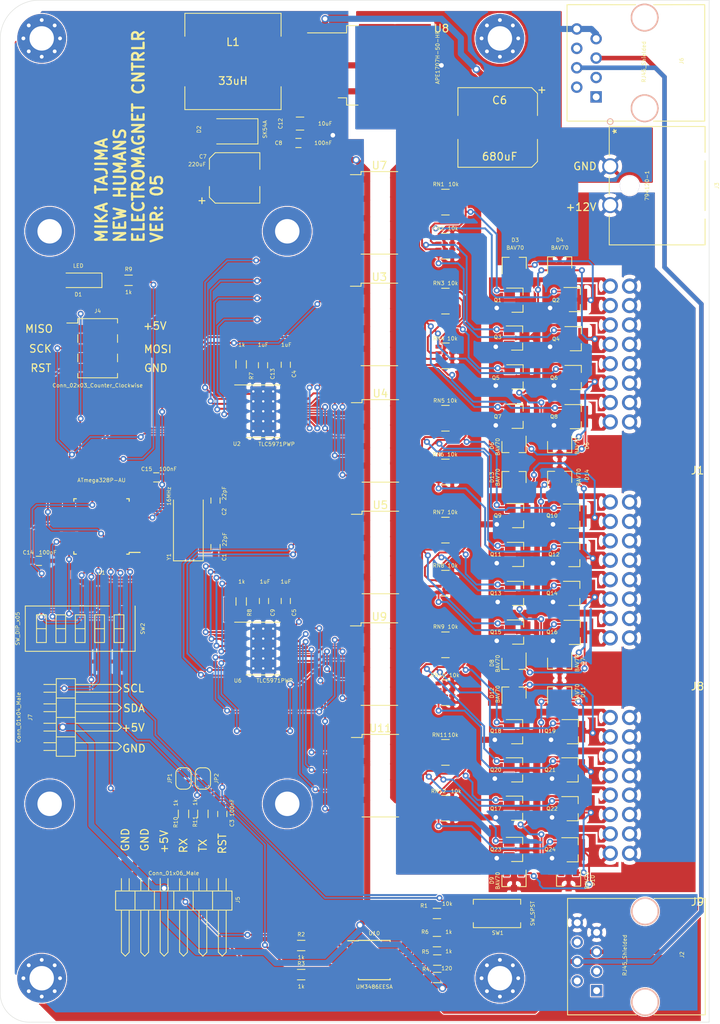
<source format=kicad_pcb>
(kicad_pcb (version 20171130) (host pcbnew "(5.1.8)-1")
  (layers (0 F.Cu signal) (31 B.Cu signal) (34 B.Paste user) (35 F.Paste user) (36 B.SilkS user) (37 F.SilkS user) (38 B.Mask user) (39 F.Mask user) (44 Edge.Cuts user))
  (net 0 "")
  (net 1 "Net-(U1-Pad1)")
  (net 2 "Net-(U1-Pad2)")
  (net 3 GND)
  (net 4 +5V)
  (net 5 "Net-(U1-Pad9)")
  (net 6 "Net-(U1-Pad10)")
  (net 7 "Net-(U1-Pad11)")
  (net 8 "Net-(U1-Pad12)")
  (net 9 "Net-(U1-Pad19)")
  (net 10 "Net-(U1-Pad20)")
  (net 11 "Net-(U1-Pad22)")
  (net 12 "Net-(J2-Pad1)")
  (net 13 "Net-(J2-Pad2)")
  (net 14 "Net-(J2-Pad3)")
  (net 15 "Net-(J2-Pad6)")
  (net 16 +12V)
  (net 17 "Net-(RN3-Pad1)")
  (net 18 "Net-(RN3-Pad2)")
  (net 19 "Net-(RN3-Pad3)")
  (net 20 "Net-(RN3-Pad4)")
  (net 21 "Net-(C1-Pad2)")
  (net 22 "Net-(C2-Pad2)")
  (net 23 RX)
  (net 24 TX)
  (net 25 RS485)
  (net 26 "Net-(C3-Pad1)")
  (net 27 RST)
  (net 28 /Sheet614B2B13/EM_00)
  (net 29 /Sheet614B2B13/EM_01)
  (net 30 /Sheet614B2B13/EM_02)
  (net 31 /Sheet614B2B13/EM_03)
  (net 32 /Sheet614B2B13/EM_04)
  (net 33 /Sheet614B2B13/EM_05)
  (net 34 /Sheet614B2B13/EM_06)
  (net 35 /Sheet614B2B13/EM_07)
  (net 36 /Sheet614B2B13/EM_08)
  (net 37 /Sheet614B2B13/EM_09)
  (net 38 /Sheet614B2B13/EM_10)
  (net 39 /Sheet614B2B13/EM_11)
  (net 40 /sheet61B8751A/EM_12)
  (net 41 /sheet61B8751A/EM_13)
  (net 42 /sheet61B8751A/EM_14)
  (net 43 /sheet61B8751A/EM_15)
  (net 44 /sheet61B8751A/EM_16)
  (net 45 /sheet61B8751A/EM_17)
  (net 46 /sheet61B8751A/EM_18)
  (net 47 /sheet61B8751A/EM_19)
  (net 48 A)
  (net 49 B)
  (net 50 MOSI)
  (net 51 SCK)
  (net 52 MISO)
  (net 53 "Net-(J6-Pad1)")
  (net 54 "Net-(J6-Pad2)")
  (net 55 "Net-(J6-Pad3)")
  (net 56 "Net-(J6-Pad6)")
  (net 57 "Net-(R2-Pad2)")
  (net 58 "Net-(R3-Pad2)")
  (net 59 "Net-(R7-Pad1)")
  (net 60 "Net-(R8-Pad1)")
  (net 61 "Net-(RN1-Pad1)")
  (net 62 "Net-(RN1-Pad4)")
  (net 63 "Net-(RN1-Pad2)")
  (net 64 "Net-(RN1-Pad3)")
  (net 65 "Net-(RN5-Pad1)")
  (net 66 "Net-(RN5-Pad4)")
  (net 67 "Net-(RN5-Pad2)")
  (net 68 "Net-(RN5-Pad3)")
  (net 69 "Net-(RN7-Pad1)")
  (net 70 "Net-(RN7-Pad4)")
  (net 71 "Net-(RN7-Pad2)")
  (net 72 "Net-(RN7-Pad3)")
  (net 73 "Net-(RN9-Pad1)")
  (net 74 "Net-(RN9-Pad4)")
  (net 75 "Net-(RN9-Pad2)")
  (net 76 "Net-(RN9-Pad3)")
  (net 77 PWM_00)
  (net 78 PWM_01)
  (net 79 PWM_02)
  (net 80 PWM_03)
  (net 81 PWM_04)
  (net 82 PWM_05)
  (net 83 /sheet61B8751A/DAT_IN)
  (net 84 PWM_06)
  (net 85 PWM_07)
  (net 86 PWM_08)
  (net 87 PWM_09)
  (net 88 PWM_10)
  (net 89 PWM_11)
  (net 90 PWM_12)
  (net 91 PWM_13)
  (net 92 PWM_14)
  (net 93 PWM_15)
  (net 94 PWM_16)
  (net 95 PWM_17)
  (net 96 /sheet61B8751A/CLK_IN)
  (net 97 /sheet61B8751A/CLK_OUT)
  (net 98 /sheet61B8751A/DAT_OUT)
  (net 99 PWM_18)
  (net 100 PWM_19)
  (net 101 SCL)
  (net 102 SDA)
  (net 103 "Net-(D1-Pad1)")
  (net 104 DIP0)
  (net 105 DIP1)
  (net 106 DIP2)
  (net 107 DIP3)
  (net 108 DIP4)
  (net 109 "Net-(Q1-Pad1)")
  (net 110 "Net-(Q2-Pad1)")
  (net 111 "Net-(Q3-Pad1)")
  (net 112 "Net-(Q4-Pad1)")
  (net 113 "Net-(Q5-Pad1)")
  (net 114 "Net-(Q6-Pad1)")
  (net 115 "Net-(Q7-Pad1)")
  (net 116 "Net-(Q8-Pad1)")
  (net 117 "Net-(Q9-Pad1)")
  (net 118 "Net-(Q10-Pad1)")
  (net 119 "Net-(Q11-Pad1)")
  (net 120 "Net-(Q12-Pad1)")
  (net 121 "Net-(Q13-Pad1)")
  (net 122 "Net-(Q14-Pad1)")
  (net 123 "Net-(Q15-Pad1)")
  (net 124 "Net-(Q16-Pad1)")
  (net 125 "Net-(Q18-Pad1)")
  (net 126 "Net-(Q19-Pad1)")
  (net 127 "Net-(Q20-Pad1)")
  (net 128 "Net-(Q21-Pad1)")
  (net 129 "Net-(R9-Pad2)")
  (net 130 "Net-(Q17-Pad1)")
  (net 131 /sheet61B8751A/EM_20)
  (net 132 "Net-(Q22-Pad1)")
  (net 133 /sheet61B8751A/EM_21)
  (net 134 "Net-(Q23-Pad1)")
  (net 135 /sheet61B8751A/EM_22)
  (net 136 "Net-(Q24-Pad1)")
  (net 137 /sheet61B8751A/EM_23)
  (net 138 "Net-(RN11-Pad1)")
  (net 139 "Net-(RN11-Pad3)")
  (net 140 "Net-(RN11-Pad2)")
  (net 141 "Net-(RN11-Pad4)")
  (net 142 PWM_20)
  (net 143 PWM_21)
  (net 144 PWM_22)
  (net 145 PWM_23)
  (net 146 "Net-(JP1-Pad1)")
  (net 147 "Net-(JP2-Pad1)")
  (net 148 "Net-(D2-Pad1)")
  (module EzerLonginus:D_SMA (layer F.Cu) (at 89.916 42.164 180)
    (fp_text reference D2 (at 4.318 0.254 90) (layer F.SilkS) (effects (font (size 0.5 0.5) (thickness 0.075))))
    (fp_text value SK54A (at -4.318 0.254 90) (layer F.SilkS) (effects (font (size 0.5 0.5) (thickness 0.075))))
    (pad 1 smd rect (at -2 0 180) (size 2.5 1.8) (layers F.Cu F.Paste F.Mask) (net 148 "Net-(D2-Pad1)"))
    (pad 2 smd rect (at 2 0 180) (size 2.5 1.8) (layers F.Cu F.Paste F.Mask) (net 3 GND))
  )
  (module EzerLonginus:SOT-23 (layer F.Cu) (at 134.493 136.187)
    (fp_text reference Q24 (at -2.921 -0.043) (layer F.SilkS) (effects (font (size 0.5 0.5) (thickness 0.075))))
    (fp_text value Q_NMOS_GSD)
    (pad 1 smd rect (at -1 -0.95) (size 1.4 1.2) (layers F.Cu F.Paste F.Mask) (net 136 "Net-(Q24-Pad1)"))
    (pad 2 smd rect (at -1 0.95) (size 1.4 1.2) (layers F.Cu F.Paste F.Mask) (net 3 GND))
    (pad 3 smd rect (at 1 0) (size 1.3 2.8) (layers F.Cu F.Paste F.Mask) (net 137 /sheet61B8751A/EM_23))
  )
  (module EzerLonginus:SOT-23 (layer F.Cu) (at 127.224 136.144)
    (fp_text reference Q23 (at -2.764 0) (layer F.SilkS) (effects (font (size 0.5 0.5) (thickness 0.075))))
    (fp_text value Q_NMOS_GSD)
    (pad 1 smd rect (at -1 -0.95) (size 1.4 1.2) (layers F.Cu F.Paste F.Mask) (net 134 "Net-(Q23-Pad1)"))
    (pad 2 smd rect (at -1 0.95) (size 1.4 1.2) (layers F.Cu F.Paste F.Mask) (net 3 GND))
    (pad 3 smd rect (at 1 0) (size 1.3 2.8) (layers F.Cu F.Paste F.Mask) (net 135 /sheet61B8751A/EM_22))
  )
  (module EzerLonginus:SOT-23 (layer F.Cu) (at 134.493 130.81)
    (fp_text reference Q22 (at -2.667 0) (layer F.SilkS) (effects (font (size 0.5 0.5) (thickness 0.075))))
    (fp_text value Q_NMOS_GSD)
    (pad 1 smd rect (at -1 -0.95) (size 1.4 1.2) (layers F.Cu F.Paste F.Mask) (net 132 "Net-(Q22-Pad1)"))
    (pad 2 smd rect (at -1 0.95) (size 1.4 1.2) (layers F.Cu F.Paste F.Mask) (net 3 GND))
    (pad 3 smd rect (at 1 0) (size 1.3 2.8) (layers F.Cu F.Paste F.Mask) (net 133 /sheet61B8751A/EM_21))
  )
  (module EzerLonginus:SOT-23 (layer F.Cu) (at 134.493 125.73)
    (fp_text reference Q21 (at -2.921 0) (layer F.SilkS) (effects (font (size 0.5 0.5) (thickness 0.075))))
    (fp_text value Q_NMOS_GSD)
    (pad 1 smd rect (at -1 -0.95) (size 1.4 1.2) (layers F.Cu F.Paste F.Mask) (net 128 "Net-(Q21-Pad1)"))
    (pad 2 smd rect (at -1 0.95) (size 1.4 1.2) (layers F.Cu F.Paste F.Mask) (net 3 GND))
    (pad 3 smd rect (at 1 0) (size 1.3 2.8) (layers F.Cu F.Paste F.Mask) (net 47 /sheet61B8751A/EM_19))
  )
  (module EzerLonginus:SOT-23 (layer F.Cu) (at 127.224 125.73)
    (fp_text reference Q20 (at -2.764 0) (layer F.SilkS) (effects (font (size 0.5 0.5) (thickness 0.075))))
    (fp_text value Q_NMOS_GSD)
    (pad 1 smd rect (at -1 -0.95) (size 1.4 1.2) (layers F.Cu F.Paste F.Mask) (net 127 "Net-(Q20-Pad1)"))
    (pad 2 smd rect (at -1 0.95) (size 1.4 1.2) (layers F.Cu F.Paste F.Mask) (net 3 GND))
    (pad 3 smd rect (at 1 0) (size 1.3 2.8) (layers F.Cu F.Paste F.Mask) (net 46 /sheet61B8751A/EM_18))
  )
  (module EzerLonginus:SOT-23 (layer F.Cu) (at 134.523 120.734)
    (fp_text reference Q19 (at -2.951 -0.084) (layer F.SilkS) (effects (font (size 0.5 0.5) (thickness 0.075))))
    (fp_text value Q_NMOS_GSD)
    (pad 1 smd rect (at -1 -0.95) (size 1.4 1.2) (layers F.Cu F.Paste F.Mask) (net 126 "Net-(Q19-Pad1)"))
    (pad 2 smd rect (at -1 0.95) (size 1.4 1.2) (layers F.Cu F.Paste F.Mask) (net 3 GND))
    (pad 3 smd rect (at 1 0) (size 1.3 2.8) (layers F.Cu F.Paste F.Mask) (net 45 /sheet61B8751A/EM_17))
  )
  (module EzerLonginus:SOT-23 (layer F.Cu) (at 127.224 120.734)
    (fp_text reference Q18 (at -2.764 -0.084) (layer F.SilkS) (effects (font (size 0.5 0.5) (thickness 0.075))))
    (fp_text value Q_NMOS_GSD)
    (pad 1 smd rect (at -1 -0.95) (size 1.4 1.2) (layers F.Cu F.Paste F.Mask) (net 125 "Net-(Q18-Pad1)"))
    (pad 2 smd rect (at -1 0.95) (size 1.4 1.2) (layers F.Cu F.Paste F.Mask) (net 3 GND))
    (pad 3 smd rect (at 1 0) (size 1.3 2.8) (layers F.Cu F.Paste F.Mask) (net 44 /sheet61B8751A/EM_16))
  )
  (module EzerLonginus:SOT-23 (layer F.Cu) (at 127.224 130.7465)
    (fp_text reference Q17 (at -2.764 0.0635) (layer F.SilkS) (effects (font (size 0.5 0.5) (thickness 0.075))))
    (fp_text value Q_NMOS_GSD)
    (pad 1 smd rect (at -1 -0.95) (size 1.4 1.2) (layers F.Cu F.Paste F.Mask) (net 130 "Net-(Q17-Pad1)"))
    (pad 2 smd rect (at -1 0.95) (size 1.4 1.2) (layers F.Cu F.Paste F.Mask) (net 3 GND))
    (pad 3 smd rect (at 1 0) (size 1.3 2.8) (layers F.Cu F.Paste F.Mask) (net 131 /sheet61B8751A/EM_20))
  )
  (module EzerLonginus:SOT-23 (layer F.Cu) (at 134.777 107.739)
    (fp_text reference Q16 (at -2.951 -0.043) (layer F.SilkS) (effects (font (size 0.5 0.5) (thickness 0.075))))
    (fp_text value Q_NMOS_GSD)
    (pad 1 smd rect (at -1 -0.95) (size 1.4 1.2) (layers F.Cu F.Paste F.Mask) (net 124 "Net-(Q16-Pad1)"))
    (pad 2 smd rect (at -1 0.95) (size 1.4 1.2) (layers F.Cu F.Paste F.Mask) (net 3 GND))
    (pad 3 smd rect (at 1 0) (size 1.3 2.8) (layers F.Cu F.Paste F.Mask) (net 43 /sheet61B8751A/EM_15))
  )
  (module EzerLonginus:SOT-23 (layer F.Cu) (at 127.351 107.696)
    (fp_text reference Q15 (at -2.891 0) (layer F.SilkS) (effects (font (size 0.5 0.5) (thickness 0.075))))
    (fp_text value Q_NMOS_GSD)
    (pad 1 smd rect (at -1 -0.95) (size 1.4 1.2) (layers F.Cu F.Paste F.Mask) (net 123 "Net-(Q15-Pad1)"))
    (pad 2 smd rect (at -1 0.95) (size 1.4 1.2) (layers F.Cu F.Paste F.Mask) (net 3 GND))
    (pad 3 smd rect (at 1 0) (size 1.3 2.8) (layers F.Cu F.Paste F.Mask) (net 42 /sheet61B8751A/EM_14))
  )
  (module EzerLonginus:SOT-23 (layer F.Cu) (at 134.7135 102.6365)
    (fp_text reference Q14 (at -2.8875 -0.0205) (layer F.SilkS) (effects (font (size 0.5 0.5) (thickness 0.075))))
    (fp_text value Q_NMOS_GSD)
    (pad 1 smd rect (at -1 -0.95) (size 1.4 1.2) (layers F.Cu F.Paste F.Mask) (net 122 "Net-(Q14-Pad1)"))
    (pad 2 smd rect (at -1 0.95) (size 1.4 1.2) (layers F.Cu F.Paste F.Mask) (net 3 GND))
    (pad 3 smd rect (at 1 0) (size 1.3 2.8) (layers F.Cu F.Paste F.Mask) (net 41 /sheet61B8751A/EM_13))
  )
  (module EzerLonginus:SOT-23 (layer F.Cu) (at 127.3475 102.6365)
    (fp_text reference Q13 (at -2.8875 -0.0205) (layer F.SilkS) (effects (font (size 0.5 0.5) (thickness 0.075))))
    (fp_text value Q_NMOS_GSD)
    (pad 1 smd rect (at -1 -0.95) (size 1.4 1.2) (layers F.Cu F.Paste F.Mask) (net 121 "Net-(Q13-Pad1)"))
    (pad 2 smd rect (at -1 0.95) (size 1.4 1.2) (layers F.Cu F.Paste F.Mask) (net 3 GND))
    (pad 3 smd rect (at 1 0) (size 1.3 2.8) (layers F.Cu F.Paste F.Mask) (net 40 /sheet61B8751A/EM_12))
  )
  (module EzerLonginus:SOT-23 (layer F.Cu) (at 134.7135 97.5565)
    (fp_text reference Q12 (at -2.6335 -0.0205) (layer F.SilkS) (effects (font (size 0.5 0.5) (thickness 0.075))))
    (fp_text value Q_NMOS_GSD)
    (pad 1 smd rect (at -1 -0.95) (size 1.4 1.2) (layers F.Cu F.Paste F.Mask) (net 120 "Net-(Q12-Pad1)"))
    (pad 2 smd rect (at -1 0.95) (size 1.4 1.2) (layers F.Cu F.Paste F.Mask) (net 3 GND))
    (pad 3 smd rect (at 1 0) (size 1.3 2.8) (layers F.Cu F.Paste F.Mask) (net 39 /Sheet614B2B13/EM_11))
  )
  (module EzerLonginus:SOT-23 (layer F.Cu) (at 127.3475 97.536)
    (fp_text reference Q11 (at -2.8875 0) (layer F.SilkS) (effects (font (size 0.5 0.5) (thickness 0.075))))
    (fp_text value Q_NMOS_GSD)
    (pad 1 smd rect (at -1 -0.95) (size 1.4 1.2) (layers F.Cu F.Paste F.Mask) (net 119 "Net-(Q11-Pad1)"))
    (pad 2 smd rect (at -1 0.95) (size 1.4 1.2) (layers F.Cu F.Paste F.Mask) (net 3 GND))
    (pad 3 smd rect (at 1 0) (size 1.3 2.8) (layers F.Cu F.Paste F.Mask) (net 38 /Sheet614B2B13/EM_10))
  )
  (module EzerLonginus:SOT-23 (layer F.Cu) (at 134.7135 92.5195)
    (fp_text reference Q10 (at -2.8875 -0.0635) (layer F.SilkS) (effects (font (size 0.5 0.5) (thickness 0.075))))
    (fp_text value Q_NMOS_GSD)
    (pad 1 smd rect (at -1 -0.95) (size 1.4 1.2) (layers F.Cu F.Paste F.Mask) (net 118 "Net-(Q10-Pad1)"))
    (pad 2 smd rect (at -1 0.95) (size 1.4 1.2) (layers F.Cu F.Paste F.Mask) (net 3 GND))
    (pad 3 smd rect (at 1 0) (size 1.3 2.8) (layers F.Cu F.Paste F.Mask) (net 37 /Sheet614B2B13/EM_09))
  )
  (module EzerLonginus:SOT-23 (layer F.Cu) (at 127.351 92.456)
    (fp_text reference Q9 (at -2.637 0) (layer F.SilkS) (effects (font (size 0.5 0.5) (thickness 0.075))))
    (fp_text value Q_NMOS_GSD)
    (pad 1 smd rect (at -1 -0.95) (size 1.4 1.2) (layers F.Cu F.Paste F.Mask) (net 117 "Net-(Q9-Pad1)"))
    (pad 2 smd rect (at -1 0.95) (size 1.4 1.2) (layers F.Cu F.Paste F.Mask) (net 3 GND))
    (pad 3 smd rect (at 1 0) (size 1.3 2.8) (layers F.Cu F.Paste F.Mask) (net 36 /Sheet614B2B13/EM_08))
  )
  (module EzerLonginus:SOT-23 (layer F.Cu) (at 134.904 79.502)
    (fp_text reference Q8 (at -2.824 0) (layer F.SilkS) (effects (font (size 0.5 0.5) (thickness 0.075))))
    (fp_text value Q_NMOS_GSD)
    (pad 1 smd rect (at -1 -0.95) (size 1.4 1.2) (layers F.Cu F.Paste F.Mask) (net 116 "Net-(Q8-Pad1)"))
    (pad 2 smd rect (at -1 0.95) (size 1.4 1.2) (layers F.Cu F.Paste F.Mask) (net 3 GND))
    (pad 3 smd rect (at 1 0) (size 1.3 2.8) (layers F.Cu F.Paste F.Mask) (net 35 /Sheet614B2B13/EM_07))
  )
  (module EzerLonginus:SOT-23 (layer F.Cu) (at 127.284 79.459)
    (fp_text reference Q7 (at -2.57 0.043) (layer F.SilkS) (effects (font (size 0.5 0.5) (thickness 0.075))))
    (fp_text value Q_NMOS_GSD)
    (pad 1 smd rect (at -1 -0.95) (size 1.4 1.2) (layers F.Cu F.Paste F.Mask) (net 115 "Net-(Q7-Pad1)"))
    (pad 2 smd rect (at -1 0.95) (size 1.4 1.2) (layers F.Cu F.Paste F.Mask) (net 3 GND))
    (pad 3 smd rect (at 1 0) (size 1.3 2.8) (layers F.Cu F.Paste F.Mask) (net 34 /Sheet614B2B13/EM_06))
  )
  (module EzerLonginus:SOT-23 (layer F.Cu) (at 134.904 74.379)
    (fp_text reference Q6 (at -2.824 0.043) (layer F.SilkS) (effects (font (size 0.5 0.5) (thickness 0.075))))
    (fp_text value Q_NMOS_GSD)
    (pad 1 smd rect (at -1 -0.95) (size 1.4 1.2) (layers F.Cu F.Paste F.Mask) (net 114 "Net-(Q6-Pad1)"))
    (pad 2 smd rect (at -1 0.95) (size 1.4 1.2) (layers F.Cu F.Paste F.Mask) (net 3 GND))
    (pad 3 smd rect (at 1 0) (size 1.3 2.8) (layers F.Cu F.Paste F.Mask) (net 33 /Sheet614B2B13/EM_05))
  )
  (module EzerLonginus:SOT-23 (layer F.Cu) (at 127.284 74.295)
    (fp_text reference Q5 (at -2.824 0.127) (layer F.SilkS) (effects (font (size 0.5 0.5) (thickness 0.075))))
    (fp_text value Q_NMOS_GSD)
    (pad 1 smd rect (at -1 -0.95) (size 1.4 1.2) (layers F.Cu F.Paste F.Mask) (net 113 "Net-(Q5-Pad1)"))
    (pad 2 smd rect (at -1 0.95) (size 1.4 1.2) (layers F.Cu F.Paste F.Mask) (net 3 GND))
    (pad 3 smd rect (at 1 0) (size 1.3 2.8) (layers F.Cu F.Paste F.Mask) (net 32 /Sheet614B2B13/EM_04))
  )
  (module EzerLonginus:SOT-23 (layer F.Cu) (at 134.904 69.299)
    (fp_text reference Q4 (at -2.57 0.043) (layer F.SilkS) (effects (font (size 0.5 0.5) (thickness 0.075))))
    (fp_text value Q_NMOS_GSD)
    (pad 1 smd rect (at -1 -0.95) (size 1.4 1.2) (layers F.Cu F.Paste F.Mask) (net 112 "Net-(Q4-Pad1)"))
    (pad 2 smd rect (at -1 0.95) (size 1.4 1.2) (layers F.Cu F.Paste F.Mask) (net 3 GND))
    (pad 3 smd rect (at 1 0) (size 1.3 2.8) (layers F.Cu F.Paste F.Mask) (net 31 /Sheet614B2B13/EM_03))
  )
  (module EzerLonginus:SOT-23 (layer F.Cu) (at 127.224 69.215)
    (fp_text reference Q3 (at -2.51 -0.127) (layer F.SilkS) (effects (font (size 0.5 0.5) (thickness 0.075))))
    (fp_text value Q_NMOS_GSD)
    (pad 1 smd rect (at -1 -0.95) (size 1.4 1.2) (layers F.Cu F.Paste F.Mask) (net 111 "Net-(Q3-Pad1)"))
    (pad 2 smd rect (at -1 0.95) (size 1.4 1.2) (layers F.Cu F.Paste F.Mask) (net 3 GND))
    (pad 3 smd rect (at 1 0) (size 1.3 2.8) (layers F.Cu F.Paste F.Mask) (net 30 /Sheet614B2B13/EM_02))
  )
  (module EzerLonginus:SOT-23 (layer F.Cu) (at 134.777 64.178)
    (fp_text reference Q2 (at -2.443 0.084) (layer F.SilkS) (effects (font (size 0.5 0.5) (thickness 0.075))))
    (fp_text value Q_NMOS_GSD)
    (pad 1 smd rect (at -1 -0.95) (size 1.4 1.2) (layers F.Cu F.Paste F.Mask) (net 110 "Net-(Q2-Pad1)"))
    (pad 2 smd rect (at -1 0.95) (size 1.4 1.2) (layers F.Cu F.Paste F.Mask) (net 3 GND))
    (pad 3 smd rect (at 1 0) (size 1.3 2.8) (layers F.Cu F.Paste F.Mask) (net 29 /Sheet614B2B13/EM_01))
  )
  (module EzerLonginus:SOT-23 (layer F.Cu) (at 127.27 64.262)
    (fp_text reference Q1 (at -2.556 0) (layer F.SilkS) (effects (font (size 0.5 0.5) (thickness 0.075))))
    (fp_text value Q_NMOS_GSD)
    (pad 1 smd rect (at -1 -0.95) (size 1.4 1.2) (layers F.Cu F.Paste F.Mask) (net 109 "Net-(Q1-Pad1)"))
    (pad 2 smd rect (at -1 0.95) (size 1.4 1.2) (layers F.Cu F.Paste F.Mask) (net 3 GND))
    (pad 3 smd rect (at 1 0) (size 1.3 2.8) (layers F.Cu F.Paste F.Mask) (net 28 /Sheet614B2B13/EM_00))
  )
  (module EzerLonginus:CP_Elec_10x10.5 (layer F.Cu) (at 124.714 41.656 180)
    (fp_text reference C6 (at -0.254 3.556) (layer F.SilkS))
    (fp_text value 680uF (at -0.254 -3.81) (layer F.SilkS))
    (fp_text user + (at -5.78 4.97) (layer F.SilkS))
    (pad 1 smd rect (at -4.8 0) (size 6 2.5) (layers F.Cu F.Paste F.Mask) (net 16 +12V))
    (pad 2 smd rect (at 4.8 0) (size 6 2.5) (layers F.Cu F.Paste F.Mask) (net 3 GND))
  )
  (module TO_SOT_Packages_SMD:TO-263-5_TabPin3 (layer F.Cu) (at 107.877 33.528)
    (fp_text reference U8 (at 9.471 -4.826) (layer F.SilkS))
    (fp_text value APE1707H-50-HF (at 8.963 -1.016 270) (layer F.SilkS) (effects (font (size 0.5 0.5) (thickness 0.075))))
    (pad 1 smd rect (at -5.775 -3.4) (size 4.6 1.1) (layers F.Cu F.Paste F.Mask) (net 16 +12V))
    (pad 2 smd rect (at -5.775 -1.7) (size 4.6 1.1) (layers F.Cu F.Paste F.Mask) (net 148 "Net-(D2-Pad1)"))
    (pad 3 smd rect (at -5.775 0) (size 4.6 1.1) (layers F.Cu F.Paste F.Mask) (net 3 GND))
    (pad 4 smd rect (at -5.775 1.7) (size 4.6 1.1) (layers F.Cu F.Paste F.Mask) (net 4 +5V))
    (pad 5 smd rect (at -5.775 3.4) (size 4.6 1.1) (layers F.Cu F.Paste F.Mask) (net 3 GND))
    (pad 3 smd rect (at 3.375 0) (size 9.4 10.8) (layers F.Cu F.Mask) (net 3 GND))
    (pad 3 smd rect (at 5.8 2.775) (size 4.55 5.25) (layers F.Cu F.Paste) (net 3 GND))
    (pad 3 smd rect (at 0.95 -2.775) (size 4.55 5.25) (layers F.Cu F.Paste) (net 3 GND))
    (pad 3 smd rect (at 5.8 -2.775) (size 4.55 5.25) (layers F.Cu F.Paste) (net 3 GND))
    (pad 3 smd rect (at 0.95 2.775) (size 4.55 5.25) (layers F.Cu F.Paste) (net 3 GND))
  )
  (module Inductors_SMD:L_12x12mm_h8mm (layer F.Cu) (at 90.046 33.02 180)
    (fp_text reference L1 (at 0 2.54) (layer F.SilkS))
    (fp_text value 33uH (at 0 -2.54) (layer F.SilkS))
    (pad 1 smd rect (at -4.95 0 180) (size 2.9 5.4) (layers F.Cu F.Paste F.Mask) (net 148 "Net-(D2-Pad1)"))
    (pad 2 smd rect (at 4.95 0 180) (size 2.9 5.4) (layers F.Cu F.Paste F.Mask) (net 4 +5V))
  )
  (module Capacitors_SMD:C_0603_HandSoldering (layer F.Cu) (at 98.618 43.688)
    (fp_text reference C8 (at -2.606 0) (layer F.SilkS) (effects (font (size 0.5 0.5) (thickness 0.075))))
    (fp_text value 100nF (at 3.236 0) (layer F.SilkS) (effects (font (size 0.5 0.5) (thickness 0.075))))
    (pad 1 smd rect (at -0.95 0) (size 1.2 0.75) (layers F.Cu F.Paste F.Mask) (net 4 +5V))
    (pad 2 smd rect (at 0.95 0) (size 1.2 0.75) (layers F.Cu F.Paste F.Mask) (net 3 GND))
  )
  (module Capacitors_SMD:CP_Elec_6.3x7.7 (layer F.Cu) (at 90.264 48.26)
    (fp_text reference C7 (at -4.158 -2.794) (layer F.SilkS) (effects (font (size 0.5 0.5) (thickness 0.075))))
    (fp_text value 220uF (at -4.92 -1.778) (layer F.SilkS) (effects (font (size 0.5 0.5) (thickness 0.075))))
    (fp_text user + (at -4.28 2.91) (layer F.SilkS))
    (pad 1 smd rect (at -2.7 0 180) (size 3.5 1.6) (layers F.Cu F.Paste F.Mask) (net 4 +5V))
    (pad 2 smd rect (at 2.7 0 180) (size 3.5 1.6) (layers F.Cu F.Paste F.Mask) (net 3 GND))
  )
  (module TO_SOT_Packages_SMD:SOT-23 (layer F.Cu) (at 132.8268 87.4174 90)
    (fp_text reference D14 (at 0.2954 3.5712 90) (layer F.SilkS) (effects (font (size 0.5 0.5) (thickness 0.075))))
    (fp_text value BAV70 (at 0 2.5 90) (layer F.SilkS) (effects (font (size 0.5 0.5) (thickness 0.075))))
    (pad 1 smd rect (at -1 -0.95 90) (size 0.9 0.8) (layers F.Cu F.Paste F.Mask) (net 38 /Sheet614B2B13/EM_10))
    (pad 2 smd rect (at -1 0.95 90) (size 0.9 0.8) (layers F.Cu F.Paste F.Mask) (net 39 /Sheet614B2B13/EM_11))
    (pad 3 smd rect (at 1 0 90) (size 0.9 0.8) (layers F.Cu F.Paste F.Mask) (net 16 +12V))
  )
  (module TO_SOT_Packages_SMD:SOT-23 (layer F.Cu) (at 126.8476 87.4428 90)
    (fp_text reference D13 (at 0 -2.8956 90) (layer F.SilkS) (effects (font (size 0.5 0.5) (thickness 0.075))))
    (fp_text value BAV70 (at 0 -2.1336 90) (layer F.SilkS) (effects (font (size 0.5 0.5) (thickness 0.075))))
    (pad 1 smd rect (at -1 -0.95 90) (size 0.9 0.8) (layers F.Cu F.Paste F.Mask) (net 36 /Sheet614B2B13/EM_08))
    (pad 2 smd rect (at -1 0.95 90) (size 0.9 0.8) (layers F.Cu F.Paste F.Mask) (net 37 /Sheet614B2B13/EM_09))
    (pad 3 smd rect (at 1 0 90) (size 0.9 0.8) (layers F.Cu F.Paste F.Mask) (net 16 +12V))
  )
  (module TO_SOT_Packages_SMD:SOT-23 (layer F.Cu) (at 126.8476 115.6462 90)
    (fp_text reference D12 (at 0 -2.8956 90) (layer F.SilkS) (effects (font (size 0.5 0.5) (thickness 0.075))))
    (fp_text value BAV70 (at -0.1778 -2.1336 90) (layer F.SilkS) (effects (font (size 0.5 0.5) (thickness 0.075))))
    (pad 1 smd rect (at -1 -0.95 90) (size 0.9 0.8) (layers F.Cu F.Paste F.Mask) (net 44 /sheet61B8751A/EM_16))
    (pad 2 smd rect (at -1 0.95 90) (size 0.9 0.8) (layers F.Cu F.Paste F.Mask) (net 45 /sheet61B8751A/EM_17))
    (pad 3 smd rect (at 1 0 90) (size 0.9 0.8) (layers F.Cu F.Paste F.Mask) (net 16 +12V))
  )
  (module TO_SOT_Packages_SMD:SOT-23 (layer F.Cu) (at 132.8268 115.6302 90)
    (fp_text reference D11 (at 0.0602 3.0632 90) (layer F.SilkS) (effects (font (size 0.5 0.5) (thickness 0.075))))
    (fp_text value BAV70 (at 0 2.3012 90) (layer F.SilkS) (effects (font (size 0.5 0.5) (thickness 0.075))))
    (pad 1 smd rect (at -1 -0.95 90) (size 0.9 0.8) (layers F.Cu F.Paste F.Mask) (net 46 /sheet61B8751A/EM_18))
    (pad 2 smd rect (at -1 0.95 90) (size 0.9 0.8) (layers F.Cu F.Paste F.Mask) (net 47 /sheet61B8751A/EM_19))
    (pad 3 smd rect (at 1 0 90) (size 0.9 0.8) (layers F.Cu F.Paste F.Mask) (net 16 +12V))
  )
  (module TO_SOT_Packages_SMD:SOT-23 (layer F.Cu) (at 133.9952 140.192 270)
    (fp_text reference D10 (at 0.016 -3.1648 90) (layer F.SilkS) (effects (font (size 0.5 0.5) (thickness 0.075))))
    (fp_text value BAV70 (at 0.016 -2.4028 90) (layer F.SilkS) (effects (font (size 0.5 0.5) (thickness 0.075))))
    (pad 1 smd rect (at -1 -0.95 270) (size 0.9 0.8) (layers F.Cu F.Paste F.Mask) (net 133 /sheet61B8751A/EM_21))
    (pad 2 smd rect (at -1 0.95 270) (size 0.9 0.8) (layers F.Cu F.Paste F.Mask) (net 131 /sheet61B8751A/EM_20))
    (pad 3 smd rect (at 1 0 270) (size 0.9 0.8) (layers F.Cu F.Paste F.Mask) (net 16 +12V))
  )
  (module TO_SOT_Packages_SMD:SOT-23 (layer F.Cu) (at 126.8476 140.2428 270)
    (fp_text reference D9 (at -0.0348 2.8956 270) (layer F.SilkS) (effects (font (size 0.5 0.5) (thickness 0.075))))
    (fp_text value BAV70 (at 0 2.1336 90) (layer F.SilkS) (effects (font (size 0.5 0.5) (thickness 0.075))))
    (pad 1 smd rect (at -1 -0.95 270) (size 0.9 0.8) (layers F.Cu F.Paste F.Mask) (net 137 /sheet61B8751A/EM_23))
    (pad 2 smd rect (at -1 0.95 270) (size 0.9 0.8) (layers F.Cu F.Paste F.Mask) (net 135 /sheet61B8751A/EM_22))
    (pad 3 smd rect (at 1 0 270) (size 0.9 0.8) (layers F.Cu F.Paste F.Mask) (net 16 +12V))
  )
  (module TO_SOT_Packages_SMD:SOT-23 (layer F.Cu) (at 126.8476 111.8202 270)
    (fp_text reference D8 (at -0.0602 2.8956 90) (layer F.SilkS) (effects (font (size 0.5 0.5) (thickness 0.075))))
    (fp_text value BAV70 (at 0 2.1336 90) (layer F.SilkS) (effects (font (size 0.5 0.5) (thickness 0.075))))
    (pad 1 smd rect (at -1 -0.95 270) (size 0.9 0.8) (layers F.Cu F.Paste F.Mask) (net 43 /sheet61B8751A/EM_15))
    (pad 2 smd rect (at -1 0.95 270) (size 0.9 0.8) (layers F.Cu F.Paste F.Mask) (net 42 /sheet61B8751A/EM_14))
    (pad 3 smd rect (at 1 0 270) (size 0.9 0.8) (layers F.Cu F.Paste F.Mask) (net 16 +12V))
  )
  (module TO_SOT_Packages_SMD:SOT-23 (layer F.Cu) (at 132.8268 111.7948 270)
    (fp_text reference D7 (at -0.2888 -3.0632 90) (layer F.SilkS) (effects (font (size 0.5 0.5) (thickness 0.075))))
    (fp_text value BAV70 (at -0.0348 -2.3012 90) (layer F.SilkS) (effects (font (size 0.5 0.5) (thickness 0.075))))
    (pad 1 smd rect (at -1 -0.95 270) (size 0.9 0.8) (layers F.Cu F.Paste F.Mask) (net 41 /sheet61B8751A/EM_13))
    (pad 2 smd rect (at -1 0.95 270) (size 0.9 0.8) (layers F.Cu F.Paste F.Mask) (net 40 /sheet61B8751A/EM_12))
    (pad 3 smd rect (at 1 0 270) (size 0.9 0.8) (layers F.Cu F.Paste F.Mask) (net 16 +12V))
  )
  (module TO_SOT_Packages_SMD:SOT-23 (layer F.Cu) (at 126.8476 83.4484 270)
    (fp_text reference D6 (at -0.1364 2.8956 90) (layer F.SilkS) (effects (font (size 0.5 0.5) (thickness 0.075))))
    (fp_text value BAV70 (at 0 2.1336 90) (layer F.SilkS) (effects (font (size 0.5 0.5) (thickness 0.075))))
    (pad 1 smd rect (at -1 -0.95 270) (size 0.9 0.8) (layers F.Cu F.Paste F.Mask) (net 35 /Sheet614B2B13/EM_07))
    (pad 2 smd rect (at -1 0.95 270) (size 0.9 0.8) (layers F.Cu F.Paste F.Mask) (net 34 /Sheet614B2B13/EM_06))
    (pad 3 smd rect (at 1 0 270) (size 0.9 0.8) (layers F.Cu F.Paste F.Mask) (net 16 +12V))
  )
  (module TO_SOT_Packages_SMD:SOT-23 (layer F.Cu) (at 132.8268 83.4484 270)
    (fp_text reference D5 (at -0.1364 -3.5712 90) (layer F.SilkS) (effects (font (size 0.5 0.5) (thickness 0.075))))
    (fp_text value BAV70 (at -0.1364 -2.3012 90) (layer F.SilkS) (effects (font (size 0.5 0.5) (thickness 0.075))))
    (pad 1 smd rect (at -1 -0.95 270) (size 0.9 0.8) (layers F.Cu F.Paste F.Mask) (net 33 /Sheet614B2B13/EM_05))
    (pad 2 smd rect (at -1 0.95 270) (size 0.9 0.8) (layers F.Cu F.Paste F.Mask) (net 32 /Sheet614B2B13/EM_04))
    (pad 3 smd rect (at 1 0 270) (size 0.9 0.8) (layers F.Cu F.Paste F.Mask) (net 16 +12V))
  )
  (module TO_SOT_Packages_SMD:SOT-23 (layer F.Cu) (at 132.8268 59.3504 90)
    (fp_text reference D4 (at 2.9624 0.0152 180) (layer F.SilkS) (effects (font (size 0.5 0.5) (thickness 0.075))))
    (fp_text value BAV70 (at 1.9464 0.0152 180) (layer F.SilkS) (effects (font (size 0.5 0.5) (thickness 0.075))))
    (pad 1 smd rect (at -1 -0.95 90) (size 0.9 0.8) (layers F.Cu F.Paste F.Mask) (net 30 /Sheet614B2B13/EM_02))
    (pad 2 smd rect (at -1 0.95 90) (size 0.9 0.8) (layers F.Cu F.Paste F.Mask) (net 31 /Sheet614B2B13/EM_03))
    (pad 3 smd rect (at 1 0 90) (size 0.9 0.8) (layers F.Cu F.Paste F.Mask) (net 16 +12V))
  )
  (module TO_SOT_Packages_SMD:SOT-23 (layer F.Cu) (at 126.873 59.4106 90)
    (fp_text reference D3 (at 3.0226 0.127 180) (layer F.SilkS) (effects (font (size 0.5 0.5) (thickness 0.075))))
    (fp_text value BAV70 (at 2.0066 0.127 180) (layer F.SilkS) (effects (font (size 0.5 0.5) (thickness 0.075))))
    (pad 1 smd rect (at -1 -0.95 90) (size 0.9 0.8) (layers F.Cu F.Paste F.Mask) (net 28 /Sheet614B2B13/EM_00))
    (pad 2 smd rect (at -1 0.95 90) (size 0.9 0.8) (layers F.Cu F.Paste F.Mask) (net 29 /Sheet614B2B13/EM_01))
    (pad 3 smd rect (at 1 0 90) (size 0.9 0.8) (layers F.Cu F.Paste F.Mask) (net 16 +12V))
  )
  (module Capacitors_SMD:C_0603_HandSoldering (layer F.Cu) (at 79.9998 87.4522 180)
    (fp_text reference C15 (at 1.2598 1.0922) (layer F.SilkS) (effects (font (size 0.5 0.5) (thickness 0.075))))
    (fp_text value 100nF (at -1.5342 1.0922) (layer F.SilkS) (effects (font (size 0.5 0.5) (thickness 0.075))))
    (pad 1 smd rect (at -0.95 0 180) (size 1.2 0.75) (layers F.Cu F.Paste F.Mask) (net 4 +5V))
    (pad 2 smd rect (at 0.95 0 180) (size 1.2 0.75) (layers F.Cu F.Paste F.Mask) (net 3 GND))
  )
  (module Capacitors_SMD:C_0603_HandSoldering (layer F.Cu) (at 64.6328 98.3742)
    (fp_text reference C14 (at -1.3868 -1.0922) (layer F.SilkS) (effects (font (size 0.5 0.5) (thickness 0.075))))
    (fp_text value 100nF (at 1.1532 -1.0922) (layer F.SilkS) (effects (font (size 0.5 0.5) (thickness 0.075))))
    (pad 1 smd rect (at -0.95 0) (size 1.2 0.75) (layers F.Cu F.Paste F.Mask) (net 4 +5V))
    (pad 2 smd rect (at 0.95 0) (size 1.2 0.75) (layers F.Cu F.Paste F.Mask) (net 3 GND))
  )
  (module EzerLonginus:16Pin_8x2_Angled_Header_2.54mm (layer F.Cu) (at 139.446 127.762)
    (fp_text reference J9 (at 11.43 15.24) (layer F.SilkS))
    (fp_text value Conn_02x08_Odd_Even)
    (pad 16 thru_hole circle (at 2.54 8.89) (size 2 2) (drill 1.27) (layers *.Cu *.Mask) (net 16 +12V))
    (pad 15 thru_hole circle (at 0 8.89) (size 2 2) (drill 1.27) (layers *.Cu *.Mask) (net 137 /sheet61B8751A/EM_23))
    (pad 14 thru_hole circle (at 2.54 6.35) (size 2 2) (drill 1.27) (layers *.Cu *.Mask) (net 16 +12V))
    (pad 13 thru_hole circle (at 0 6.35) (size 2 2) (drill 1.27) (layers *.Cu *.Mask) (net 135 /sheet61B8751A/EM_22))
    (pad 12 thru_hole circle (at 2.54 3.81) (size 2 2) (drill 1.27) (layers *.Cu *.Mask) (net 16 +12V))
    (pad 11 thru_hole circle (at 0 3.81) (size 2 2) (drill 1.27) (layers *.Cu *.Mask) (net 133 /sheet61B8751A/EM_21))
    (pad 10 thru_hole circle (at 2.54 1.27) (size 2 2) (drill 1.27) (layers *.Cu *.Mask) (net 16 +12V))
    (pad 9 thru_hole circle (at 0 1.27) (size 2 2) (drill 1.27) (layers *.Cu *.Mask) (net 131 /sheet61B8751A/EM_20))
    (pad 8 thru_hole circle (at 2.54 -1.27) (size 2 2) (drill 1.27) (layers *.Cu *.Mask) (net 16 +12V))
    (pad 7 thru_hole circle (at 0 -1.27) (size 2 2) (drill 1.27) (layers *.Cu *.Mask) (net 47 /sheet61B8751A/EM_19))
    (pad 6 thru_hole circle (at 2.54 -3.81) (size 2 2) (drill 1.27) (layers *.Cu *.Mask) (net 16 +12V))
    (pad 5 thru_hole circle (at 0 -3.81) (size 2 2) (drill 1.27) (layers *.Cu *.Mask) (net 46 /sheet61B8751A/EM_18))
    (pad 4 thru_hole circle (at 2.54 -6.35) (size 2 2) (drill 1.27) (layers *.Cu *.Mask) (net 16 +12V))
    (pad 3 thru_hole circle (at 0 -6.35) (size 2 2) (drill 1.27) (layers *.Cu *.Mask) (net 45 /sheet61B8751A/EM_17))
    (pad 2 thru_hole circle (at 2.54 -8.89) (size 2 2) (drill 1.27) (layers *.Cu *.Mask) (net 16 +12V))
    (pad 1 thru_hole circle (at 0 -8.89) (size 2 2) (drill 1.27) (layers *.Cu *.Mask) (net 44 /sheet61B8751A/EM_16))
  )
  (module EzerLonginus:16Pin_8x2_Angled_Header_2.54mm (layer F.Cu) (at 139.446 99.568)
    (fp_text reference J8 (at 11.43 15.24) (layer F.SilkS))
    (fp_text value Conn_02x08_Odd_Even)
    (pad 16 thru_hole circle (at 2.54 8.89) (size 2 2) (drill 1.27) (layers *.Cu *.Mask) (net 16 +12V))
    (pad 15 thru_hole circle (at 0 8.89) (size 2 2) (drill 1.27) (layers *.Cu *.Mask) (net 43 /sheet61B8751A/EM_15))
    (pad 14 thru_hole circle (at 2.54 6.35) (size 2 2) (drill 1.27) (layers *.Cu *.Mask) (net 16 +12V))
    (pad 13 thru_hole circle (at 0 6.35) (size 2 2) (drill 1.27) (layers *.Cu *.Mask) (net 42 /sheet61B8751A/EM_14))
    (pad 12 thru_hole circle (at 2.54 3.81) (size 2 2) (drill 1.27) (layers *.Cu *.Mask) (net 16 +12V))
    (pad 11 thru_hole circle (at 0 3.81) (size 2 2) (drill 1.27) (layers *.Cu *.Mask) (net 41 /sheet61B8751A/EM_13))
    (pad 10 thru_hole circle (at 2.54 1.27) (size 2 2) (drill 1.27) (layers *.Cu *.Mask) (net 16 +12V))
    (pad 9 thru_hole circle (at 0 1.27) (size 2 2) (drill 1.27) (layers *.Cu *.Mask) (net 40 /sheet61B8751A/EM_12))
    (pad 8 thru_hole circle (at 2.54 -1.27) (size 2 2) (drill 1.27) (layers *.Cu *.Mask) (net 16 +12V))
    (pad 7 thru_hole circle (at 0 -1.27) (size 2 2) (drill 1.27) (layers *.Cu *.Mask) (net 39 /Sheet614B2B13/EM_11))
    (pad 6 thru_hole circle (at 2.54 -3.81) (size 2 2) (drill 1.27) (layers *.Cu *.Mask) (net 16 +12V))
    (pad 5 thru_hole circle (at 0 -3.81) (size 2 2) (drill 1.27) (layers *.Cu *.Mask) (net 38 /Sheet614B2B13/EM_10))
    (pad 4 thru_hole circle (at 2.54 -6.35) (size 2 2) (drill 1.27) (layers *.Cu *.Mask) (net 16 +12V))
    (pad 3 thru_hole circle (at 0 -6.35) (size 2 2) (drill 1.27) (layers *.Cu *.Mask) (net 37 /Sheet614B2B13/EM_09))
    (pad 2 thru_hole circle (at 2.54 -8.89) (size 2 2) (drill 1.27) (layers *.Cu *.Mask) (net 16 +12V))
    (pad 1 thru_hole circle (at 0 -8.89) (size 2 2) (drill 1.27) (layers *.Cu *.Mask) (net 36 /Sheet614B2B13/EM_08))
  )
  (module EzerLonginus:16Pin_8x2_Angled_Header_2.54mm (layer F.Cu) (at 139.446 71.3105)
    (fp_text reference J1 (at 11.43 15.24) (layer F.SilkS))
    (fp_text value Conn_02x08_Odd_Even)
    (pad 16 thru_hole circle (at 2.54 8.89) (size 2 2) (drill 1.27) (layers *.Cu *.Mask) (net 16 +12V))
    (pad 15 thru_hole circle (at 0 8.89) (size 2 2) (drill 1.27) (layers *.Cu *.Mask) (net 35 /Sheet614B2B13/EM_07))
    (pad 14 thru_hole circle (at 2.54 6.35) (size 2 2) (drill 1.27) (layers *.Cu *.Mask) (net 16 +12V))
    (pad 13 thru_hole circle (at 0 6.35) (size 2 2) (drill 1.27) (layers *.Cu *.Mask) (net 34 /Sheet614B2B13/EM_06))
    (pad 12 thru_hole circle (at 2.54 3.81) (size 2 2) (drill 1.27) (layers *.Cu *.Mask) (net 16 +12V))
    (pad 11 thru_hole circle (at 0 3.81) (size 2 2) (drill 1.27) (layers *.Cu *.Mask) (net 33 /Sheet614B2B13/EM_05))
    (pad 10 thru_hole circle (at 2.54 1.27) (size 2 2) (drill 1.27) (layers *.Cu *.Mask) (net 16 +12V))
    (pad 9 thru_hole circle (at 0 1.27) (size 2 2) (drill 1.27) (layers *.Cu *.Mask) (net 32 /Sheet614B2B13/EM_04))
    (pad 8 thru_hole circle (at 2.54 -1.27) (size 2 2) (drill 1.27) (layers *.Cu *.Mask) (net 16 +12V))
    (pad 7 thru_hole circle (at 0 -1.27) (size 2 2) (drill 1.27) (layers *.Cu *.Mask) (net 31 /Sheet614B2B13/EM_03))
    (pad 6 thru_hole circle (at 2.54 -3.81) (size 2 2) (drill 1.27) (layers *.Cu *.Mask) (net 16 +12V))
    (pad 5 thru_hole circle (at 0 -3.81) (size 2 2) (drill 1.27) (layers *.Cu *.Mask) (net 30 /Sheet614B2B13/EM_02))
    (pad 4 thru_hole circle (at 2.54 -6.35) (size 2 2) (drill 1.27) (layers *.Cu *.Mask) (net 16 +12V))
    (pad 3 thru_hole circle (at 0 -6.35) (size 2 2) (drill 1.27) (layers *.Cu *.Mask) (net 29 /Sheet614B2B13/EM_01))
    (pad 2 thru_hole circle (at 2.54 -8.89) (size 2 2) (drill 1.27) (layers *.Cu *.Mask) (net 16 +12V))
    (pad 1 thru_hole circle (at 0 -8.89) (size 2 2) (drill 1.27) (layers *.Cu *.Mask) (net 28 /Sheet614B2B13/EM_00))
  )
  (module Resistors_SMD:R_Array_Convex_4x0603 (layer F.Cu) (at 117.867 123.444)
    (fp_text reference RN11 (at -0.762 -2.286) (layer F.SilkS) (effects (font (size 0.5 0.5) (thickness 0.075))))
    (fp_text value 10k (at 1.016 -2.286) (layer F.SilkS) (effects (font (size 0.5 0.5) (thickness 0.075))))
    (pad 1 smd rect (at -0.9 -1.2) (size 0.8 0.5) (layers F.Cu F.Paste F.Mask) (net 138 "Net-(RN11-Pad1)"))
    (pad 3 smd rect (at -0.9 0.4) (size 0.8 0.4) (layers F.Cu F.Paste F.Mask) (net 139 "Net-(RN11-Pad3)"))
    (pad 2 smd rect (at -0.9 -0.4) (size 0.8 0.4) (layers F.Cu F.Paste F.Mask) (net 140 "Net-(RN11-Pad2)"))
    (pad 4 smd rect (at -0.9 1.2) (size 0.8 0.5) (layers F.Cu F.Paste F.Mask) (net 141 "Net-(RN11-Pad4)"))
    (pad 7 smd rect (at 0.9 -0.4) (size 0.8 0.4) (layers F.Cu F.Paste F.Mask) (net 132 "Net-(Q22-Pad1)"))
    (pad 8 smd rect (at 0.9 -1.2) (size 0.8 0.5) (layers F.Cu F.Paste F.Mask) (net 130 "Net-(Q17-Pad1)"))
    (pad 6 smd rect (at 0.9 0.4) (size 0.8 0.4) (layers F.Cu F.Paste F.Mask) (net 134 "Net-(Q23-Pad1)"))
    (pad 5 smd rect (at 0.9 1.2) (size 0.8 0.5) (layers F.Cu F.Paste F.Mask) (net 136 "Net-(Q24-Pad1)"))
  )
  (module Resistors_SMD:R_Array_Convex_4x0603 (layer F.Cu) (at 117.867 130.74)
    (fp_text reference RN12 (at -0.9 -2.216) (layer F.SilkS) (effects (font (size 0.5 0.5) (thickness 0.075))))
    (fp_text value 10k (at 1.386 -2.216) (layer F.SilkS) (effects (font (size 0.5 0.5) (thickness 0.075))))
    (pad 1 smd rect (at -0.9 -1.2) (size 0.8 0.5) (layers F.Cu F.Paste F.Mask) (net 130 "Net-(Q17-Pad1)"))
    (pad 3 smd rect (at -0.9 0.4) (size 0.8 0.4) (layers F.Cu F.Paste F.Mask) (net 134 "Net-(Q23-Pad1)"))
    (pad 2 smd rect (at -0.9 -0.4) (size 0.8 0.4) (layers F.Cu F.Paste F.Mask) (net 132 "Net-(Q22-Pad1)"))
    (pad 4 smd rect (at -0.9 1.2) (size 0.8 0.5) (layers F.Cu F.Paste F.Mask) (net 136 "Net-(Q24-Pad1)"))
    (pad 7 smd rect (at 0.9 -0.4) (size 0.8 0.4) (layers F.Cu F.Paste F.Mask) (net 3 GND))
    (pad 8 smd rect (at 0.9 -1.2) (size 0.8 0.5) (layers F.Cu F.Paste F.Mask) (net 3 GND))
    (pad 6 smd rect (at 0.9 0.4) (size 0.8 0.4) (layers F.Cu F.Paste F.Mask) (net 3 GND))
    (pad 5 smd rect (at 0.9 1.2) (size 0.8 0.5) (layers F.Cu F.Paste F.Mask) (net 3 GND))
  )
  (module Housings_SSOP:SOP-16_4.4x10.4mm_Pitch1.27mm (layer F.Cu) (at 109.347 126.492)
    (fp_text reference U11 (at 0 -6.2) (layer F.SilkS))
    (fp_text value TLP290-4)
    (pad 1 smd rect (at -3.15 -4.45) (size 1.3 0.8) (layers F.Cu F.Paste F.Mask) (net 4 +5V))
    (pad 2 smd rect (at -3.15 -3.17) (size 1.3 0.8) (layers F.Cu F.Paste F.Mask) (net 142 PWM_20))
    (pad 3 smd rect (at -3.15 -1.91) (size 1.3 0.8) (layers F.Cu F.Paste F.Mask) (net 4 +5V))
    (pad 4 smd rect (at -3.15 -0.64) (size 1.3 0.8) (layers F.Cu F.Paste F.Mask) (net 143 PWM_21))
    (pad 5 smd rect (at -3.15 0.64) (size 1.3 0.8) (layers F.Cu F.Paste F.Mask) (net 4 +5V))
    (pad 6 smd rect (at -3.15 1.91) (size 1.3 0.8) (layers F.Cu F.Paste F.Mask) (net 144 PWM_22))
    (pad 7 smd rect (at -3.15 3.17) (size 1.3 0.8) (layers F.Cu F.Paste F.Mask) (net 4 +5V))
    (pad 8 smd rect (at -3.15 4.45) (size 1.3 0.8) (layers F.Cu F.Paste F.Mask) (net 145 PWM_23))
    (pad 9 smd rect (at 3.15 4.45) (size 1.3 0.8) (layers F.Cu F.Paste F.Mask) (net 141 "Net-(RN11-Pad4)"))
    (pad 10 smd rect (at 3.15 3.17) (size 1.3 0.8) (layers F.Cu F.Paste F.Mask) (net 16 +12V))
    (pad 11 smd rect (at 3.15 1.91) (size 1.3 0.8) (layers F.Cu F.Paste F.Mask) (net 139 "Net-(RN11-Pad3)"))
    (pad 12 smd rect (at 3.15 0.64) (size 1.3 0.8) (layers F.Cu F.Paste F.Mask) (net 16 +12V))
    (pad 13 smd rect (at 3.15 -0.64) (size 1.3 0.8) (layers F.Cu F.Paste F.Mask) (net 140 "Net-(RN11-Pad2)"))
    (pad 14 smd rect (at 3.15 -1.91) (size 1.3 0.8) (layers F.Cu F.Paste F.Mask) (net 16 +12V))
    (pad 15 smd rect (at 3.15 -3.17) (size 1.3 0.8) (layers F.Cu F.Paste F.Mask) (net 138 "Net-(RN11-Pad1)"))
    (pad 16 smd rect (at 3.15 -4.45) (size 1.3 0.8) (layers F.Cu F.Paste F.Mask) (net 16 +12V))
  )
  (module Housings_SSOP:SOP-16_4.4x10.4mm_Pitch1.27mm (layer F.Cu) (at 109.22 111.887)
    (fp_text reference U9 (at 0 -6.2) (layer F.SilkS))
    (fp_text value TLP290-4)
    (pad 1 smd rect (at -3.15 -4.45) (size 1.3 0.8) (layers F.Cu F.Paste F.Mask) (net 4 +5V))
    (pad 2 smd rect (at -3.15 -3.17) (size 1.3 0.8) (layers F.Cu F.Paste F.Mask) (net 94 PWM_16))
    (pad 3 smd rect (at -3.15 -1.91) (size 1.3 0.8) (layers F.Cu F.Paste F.Mask) (net 4 +5V))
    (pad 4 smd rect (at -3.15 -0.64) (size 1.3 0.8) (layers F.Cu F.Paste F.Mask) (net 95 PWM_17))
    (pad 5 smd rect (at -3.15 0.64) (size 1.3 0.8) (layers F.Cu F.Paste F.Mask) (net 4 +5V))
    (pad 6 smd rect (at -3.15 1.91) (size 1.3 0.8) (layers F.Cu F.Paste F.Mask) (net 99 PWM_18))
    (pad 7 smd rect (at -3.15 3.17) (size 1.3 0.8) (layers F.Cu F.Paste F.Mask) (net 4 +5V))
    (pad 8 smd rect (at -3.15 4.45) (size 1.3 0.8) (layers F.Cu F.Paste F.Mask) (net 100 PWM_19))
    (pad 9 smd rect (at 3.15 4.45) (size 1.3 0.8) (layers F.Cu F.Paste F.Mask) (net 74 "Net-(RN9-Pad4)"))
    (pad 10 smd rect (at 3.15 3.17) (size 1.3 0.8) (layers F.Cu F.Paste F.Mask) (net 16 +12V))
    (pad 11 smd rect (at 3.15 1.91) (size 1.3 0.8) (layers F.Cu F.Paste F.Mask) (net 76 "Net-(RN9-Pad3)"))
    (pad 12 smd rect (at 3.15 0.64) (size 1.3 0.8) (layers F.Cu F.Paste F.Mask) (net 16 +12V))
    (pad 13 smd rect (at 3.15 -0.64) (size 1.3 0.8) (layers F.Cu F.Paste F.Mask) (net 75 "Net-(RN9-Pad2)"))
    (pad 14 smd rect (at 3.15 -1.91) (size 1.3 0.8) (layers F.Cu F.Paste F.Mask) (net 16 +12V))
    (pad 15 smd rect (at 3.15 -3.17) (size 1.3 0.8) (layers F.Cu F.Paste F.Mask) (net 73 "Net-(RN9-Pad1)"))
    (pad 16 smd rect (at 3.15 -4.45) (size 1.3 0.8) (layers F.Cu F.Paste F.Mask) (net 16 +12V))
  )
  (module Housings_SSOP:SOP-16_4.4x10.4mm_Pitch1.27mm (layer F.Cu) (at 109.22 52.832)
    (fp_text reference U7 (at 0 -6.2) (layer F.SilkS))
    (fp_text value TLP290-4)
    (pad 1 smd rect (at -3.15 -4.45) (size 1.3 0.8) (layers F.Cu F.Paste F.Mask) (net 4 +5V))
    (pad 2 smd rect (at -3.15 -3.17) (size 1.3 0.8) (layers F.Cu F.Paste F.Mask) (net 77 PWM_00))
    (pad 3 smd rect (at -3.15 -1.91) (size 1.3 0.8) (layers F.Cu F.Paste F.Mask) (net 4 +5V))
    (pad 4 smd rect (at -3.15 -0.64) (size 1.3 0.8) (layers F.Cu F.Paste F.Mask) (net 78 PWM_01))
    (pad 5 smd rect (at -3.15 0.64) (size 1.3 0.8) (layers F.Cu F.Paste F.Mask) (net 4 +5V))
    (pad 6 smd rect (at -3.15 1.91) (size 1.3 0.8) (layers F.Cu F.Paste F.Mask) (net 79 PWM_02))
    (pad 7 smd rect (at -3.15 3.17) (size 1.3 0.8) (layers F.Cu F.Paste F.Mask) (net 4 +5V))
    (pad 8 smd rect (at -3.15 4.45) (size 1.3 0.8) (layers F.Cu F.Paste F.Mask) (net 80 PWM_03))
    (pad 9 smd rect (at 3.15 4.45) (size 1.3 0.8) (layers F.Cu F.Paste F.Mask) (net 62 "Net-(RN1-Pad4)"))
    (pad 10 smd rect (at 3.15 3.17) (size 1.3 0.8) (layers F.Cu F.Paste F.Mask) (net 16 +12V))
    (pad 11 smd rect (at 3.15 1.91) (size 1.3 0.8) (layers F.Cu F.Paste F.Mask) (net 64 "Net-(RN1-Pad3)"))
    (pad 12 smd rect (at 3.15 0.64) (size 1.3 0.8) (layers F.Cu F.Paste F.Mask) (net 16 +12V))
    (pad 13 smd rect (at 3.15 -0.64) (size 1.3 0.8) (layers F.Cu F.Paste F.Mask) (net 63 "Net-(RN1-Pad2)"))
    (pad 14 smd rect (at 3.15 -1.91) (size 1.3 0.8) (layers F.Cu F.Paste F.Mask) (net 16 +12V))
    (pad 15 smd rect (at 3.15 -3.17) (size 1.3 0.8) (layers F.Cu F.Paste F.Mask) (net 61 "Net-(RN1-Pad1)"))
    (pad 16 smd rect (at 3.15 -4.45) (size 1.3 0.8) (layers F.Cu F.Paste F.Mask) (net 16 +12V))
  )
  (module Housings_SSOP:SOP-16_4.4x10.4mm_Pitch1.27mm (layer F.Cu) (at 109.347 97.282)
    (fp_text reference U5 (at 0 -6.2) (layer F.SilkS))
    (fp_text value TLP290-4)
    (pad 1 smd rect (at -3.15 -4.45) (size 1.3 0.8) (layers F.Cu F.Paste F.Mask) (net 4 +5V))
    (pad 2 smd rect (at -3.15 -3.17) (size 1.3 0.8) (layers F.Cu F.Paste F.Mask) (net 90 PWM_12))
    (pad 3 smd rect (at -3.15 -1.91) (size 1.3 0.8) (layers F.Cu F.Paste F.Mask) (net 4 +5V))
    (pad 4 smd rect (at -3.15 -0.64) (size 1.3 0.8) (layers F.Cu F.Paste F.Mask) (net 91 PWM_13))
    (pad 5 smd rect (at -3.15 0.64) (size 1.3 0.8) (layers F.Cu F.Paste F.Mask) (net 4 +5V))
    (pad 6 smd rect (at -3.15 1.91) (size 1.3 0.8) (layers F.Cu F.Paste F.Mask) (net 92 PWM_14))
    (pad 7 smd rect (at -3.15 3.17) (size 1.3 0.8) (layers F.Cu F.Paste F.Mask) (net 4 +5V))
    (pad 8 smd rect (at -3.15 4.45) (size 1.3 0.8) (layers F.Cu F.Paste F.Mask) (net 93 PWM_15))
    (pad 9 smd rect (at 3.15 4.45) (size 1.3 0.8) (layers F.Cu F.Paste F.Mask) (net 70 "Net-(RN7-Pad4)"))
    (pad 10 smd rect (at 3.15 3.17) (size 1.3 0.8) (layers F.Cu F.Paste F.Mask) (net 16 +12V))
    (pad 11 smd rect (at 3.15 1.91) (size 1.3 0.8) (layers F.Cu F.Paste F.Mask) (net 72 "Net-(RN7-Pad3)"))
    (pad 12 smd rect (at 3.15 0.64) (size 1.3 0.8) (layers F.Cu F.Paste F.Mask) (net 16 +12V))
    (pad 13 smd rect (at 3.15 -0.64) (size 1.3 0.8) (layers F.Cu F.Paste F.Mask) (net 71 "Net-(RN7-Pad2)"))
    (pad 14 smd rect (at 3.15 -1.91) (size 1.3 0.8) (layers F.Cu F.Paste F.Mask) (net 16 +12V))
    (pad 15 smd rect (at 3.15 -3.17) (size 1.3 0.8) (layers F.Cu F.Paste F.Mask) (net 69 "Net-(RN7-Pad1)"))
    (pad 16 smd rect (at 3.15 -4.45) (size 1.3 0.8) (layers F.Cu F.Paste F.Mask) (net 16 +12V))
  )
  (module Housings_SSOP:SOP-16_4.4x10.4mm_Pitch1.27mm (layer F.Cu) (at 109.347 82.677)
    (fp_text reference U4 (at 0 -6.2) (layer F.SilkS))
    (fp_text value TLP290-4)
    (pad 1 smd rect (at -3.15 -4.45) (size 1.3 0.8) (layers F.Cu F.Paste F.Mask) (net 4 +5V))
    (pad 2 smd rect (at -3.15 -3.17) (size 1.3 0.8) (layers F.Cu F.Paste F.Mask) (net 86 PWM_08))
    (pad 3 smd rect (at -3.15 -1.91) (size 1.3 0.8) (layers F.Cu F.Paste F.Mask) (net 4 +5V))
    (pad 4 smd rect (at -3.15 -0.64) (size 1.3 0.8) (layers F.Cu F.Paste F.Mask) (net 87 PWM_09))
    (pad 5 smd rect (at -3.15 0.64) (size 1.3 0.8) (layers F.Cu F.Paste F.Mask) (net 4 +5V))
    (pad 6 smd rect (at -3.15 1.91) (size 1.3 0.8) (layers F.Cu F.Paste F.Mask) (net 88 PWM_10))
    (pad 7 smd rect (at -3.15 3.17) (size 1.3 0.8) (layers F.Cu F.Paste F.Mask) (net 4 +5V))
    (pad 8 smd rect (at -3.15 4.45) (size 1.3 0.8) (layers F.Cu F.Paste F.Mask) (net 89 PWM_11))
    (pad 9 smd rect (at 3.15 4.45) (size 1.3 0.8) (layers F.Cu F.Paste F.Mask) (net 66 "Net-(RN5-Pad4)"))
    (pad 10 smd rect (at 3.15 3.17) (size 1.3 0.8) (layers F.Cu F.Paste F.Mask) (net 16 +12V))
    (pad 11 smd rect (at 3.15 1.91) (size 1.3 0.8) (layers F.Cu F.Paste F.Mask) (net 68 "Net-(RN5-Pad3)"))
    (pad 12 smd rect (at 3.15 0.64) (size 1.3 0.8) (layers F.Cu F.Paste F.Mask) (net 16 +12V))
    (pad 13 smd rect (at 3.15 -0.64) (size 1.3 0.8) (layers F.Cu F.Paste F.Mask) (net 67 "Net-(RN5-Pad2)"))
    (pad 14 smd rect (at 3.15 -1.91) (size 1.3 0.8) (layers F.Cu F.Paste F.Mask) (net 16 +12V))
    (pad 15 smd rect (at 3.15 -3.17) (size 1.3 0.8) (layers F.Cu F.Paste F.Mask) (net 65 "Net-(RN5-Pad1)"))
    (pad 16 smd rect (at 3.15 -4.45) (size 1.3 0.8) (layers F.Cu F.Paste F.Mask) (net 16 +12V))
  )
  (module Housings_SSOP:SOP-16_4.4x10.4mm_Pitch1.27mm (layer F.Cu) (at 109.22 67.437)
    (fp_text reference U3 (at 0 -6.2) (layer F.SilkS))
    (fp_text value TLP290-4)
    (pad 1 smd rect (at -3.15 -4.45) (size 1.3 0.8) (layers F.Cu F.Paste F.Mask) (net 4 +5V))
    (pad 2 smd rect (at -3.15 -3.17) (size 1.3 0.8) (layers F.Cu F.Paste F.Mask) (net 81 PWM_04))
    (pad 3 smd rect (at -3.15 -1.91) (size 1.3 0.8) (layers F.Cu F.Paste F.Mask) (net 4 +5V))
    (pad 4 smd rect (at -3.15 -0.64) (size 1.3 0.8) (layers F.Cu F.Paste F.Mask) (net 82 PWM_05))
    (pad 5 smd rect (at -3.15 0.64) (size 1.3 0.8) (layers F.Cu F.Paste F.Mask) (net 4 +5V))
    (pad 6 smd rect (at -3.15 1.91) (size 1.3 0.8) (layers F.Cu F.Paste F.Mask) (net 84 PWM_06))
    (pad 7 smd rect (at -3.15 3.17) (size 1.3 0.8) (layers F.Cu F.Paste F.Mask) (net 4 +5V))
    (pad 8 smd rect (at -3.15 4.45) (size 1.3 0.8) (layers F.Cu F.Paste F.Mask) (net 85 PWM_07))
    (pad 9 smd rect (at 3.15 4.45) (size 1.3 0.8) (layers F.Cu F.Paste F.Mask) (net 20 "Net-(RN3-Pad4)"))
    (pad 10 smd rect (at 3.15 3.17) (size 1.3 0.8) (layers F.Cu F.Paste F.Mask) (net 16 +12V))
    (pad 11 smd rect (at 3.15 1.91) (size 1.3 0.8) (layers F.Cu F.Paste F.Mask) (net 19 "Net-(RN3-Pad3)"))
    (pad 12 smd rect (at 3.15 0.64) (size 1.3 0.8) (layers F.Cu F.Paste F.Mask) (net 16 +12V))
    (pad 13 smd rect (at 3.15 -0.64) (size 1.3 0.8) (layers F.Cu F.Paste F.Mask) (net 18 "Net-(RN3-Pad2)"))
    (pad 14 smd rect (at 3.15 -1.91) (size 1.3 0.8) (layers F.Cu F.Paste F.Mask) (net 16 +12V))
    (pad 15 smd rect (at 3.15 -3.17) (size 1.3 0.8) (layers F.Cu F.Paste F.Mask) (net 17 "Net-(RN3-Pad1)"))
    (pad 16 smd rect (at 3.15 -4.45) (size 1.3 0.8) (layers F.Cu F.Paste F.Mask) (net 16 +12V))
  )
  (module Connectors:RJ45_8 (layer F.Cu) (at 137.668 154.6225 90)
    (fp_text reference J2 (at 4.7 11.18 90) (layer F.SilkS) (effects (font (size 0.5 0.5) (thickness 0.075))))
    (fp_text value RJ45_Shielded (at 4.6355 3.683 90) (layer F.SilkS) (effects (font (size 0.5 0.5) (thickness 0.075))))
    (pad Hole np_thru_hole circle (at 10.38 6.35 90) (size 3.65 3.65) (drill 3.25) (layers *.Cu *.SilkS *.Mask))
    (pad Hole np_thru_hole circle (at -1.49 6.35 90) (size 3.65 3.65) (drill 3.25) (layers *.Cu *.SilkS *.Mask))
    (pad 1 thru_hole rect (at 0 0 90) (size 1.5 1.5) (drill 0.9) (layers *.Cu *.Mask) (net 12 "Net-(J2-Pad1)"))
    (pad 2 thru_hole circle (at 1.27 -2.54 90) (size 1.5 1.5) (drill 0.9) (layers *.Cu *.Mask) (net 13 "Net-(J2-Pad2)"))
    (pad 3 thru_hole circle (at 2.54 0 90) (size 1.5 1.5) (drill 0.9) (layers *.Cu *.Mask) (net 14 "Net-(J2-Pad3)"))
    (pad 4 thru_hole circle (at 3.81 -2.54 90) (size 1.5 1.5) (drill 0.9) (layers *.Cu *.Mask) (net 48 A))
    (pad 5 thru_hole circle (at 5.08 0 90) (size 1.5 1.5) (drill 0.9) (layers *.Cu *.Mask) (net 49 B))
    (pad 6 thru_hole circle (at 6.35 -2.54 90) (size 1.5 1.5) (drill 0.9) (layers *.Cu *.Mask) (net 15 "Net-(J2-Pad6)"))
    (pad 7 thru_hole circle (at 7.62 0 90) (size 1.5 1.5) (drill 0.9) (layers *.Cu *.Mask) (net 3 GND))
    (pad 8 thru_hole circle (at 8.89 -2.54 90) (size 1.5 1.5) (drill 0.9) (layers *.Cu *.Mask) (net 3 GND))
  )
  (module EzerLonginus:6Pin_SMD_Angled_Header_2.54mm (layer F.Cu) (at 82.296 138.684 180)
    (fp_text reference J5 (at -8.382 -4.064 270) (layer F.SilkS) (effects (font (size 0.5 0.5) (thickness 0.075))))
    (fp_text value Conn_01x06_Male (at 0 -0.5715) (layer F.SilkS) (effects (font (size 0.5 0.5) (thickness 0.075))))
    (pad 6 smd rect (at 6.35 0 180) (size 1 2.5) (layers F.Cu F.Paste F.Mask) (net 3 GND))
    (pad 5 smd rect (at 3.81 0 180) (size 1 2.5) (layers F.Cu F.Paste F.Mask) (net 3 GND))
    (pad 4 smd rect (at 1.27 0 180) (size 1 2.5) (layers F.Cu F.Paste F.Mask) (net 4 +5V))
    (pad 3 smd rect (at -1.27 0 180) (size 1 2.5) (layers F.Cu F.Paste F.Mask) (net 23 RX))
    (pad 2 smd rect (at -3.81 0 180) (size 1 2.5) (layers F.Cu F.Paste F.Mask) (net 24 TX))
    (pad 1 smd rect (at -6.35 0 180) (size 1 2.5) (layers F.Cu F.Paste F.Mask) (net 26 "Net-(C3-Pad1)"))
  )
  (module Resistors_SMD:R_0603_HandSoldering (layer F.Cu) (at 86.106 131.488 90)
    (fp_text reference R11 (at -1.016 -1.016 90) (layer F.SilkS) (effects (font (size 0.5 0.5) (thickness 0.075))))
    (fp_text value 1k (at 1.524 -1.016 90) (layer F.SilkS) (effects (font (size 0.5 0.5) (thickness 0.075))))
    (pad 1 smd rect (at -1.1 0 90) (size 1.2 0.9) (layers F.Cu F.Paste F.Mask) (net 24 TX))
    (pad 2 smd rect (at 1.1 0 90) (size 1.2 0.9) (layers F.Cu F.Paste F.Mask) (net 147 "Net-(JP2-Pad1)"))
  )
  (module Resistors_SMD:R_0603_HandSoldering (layer F.Cu) (at 83.566 131.488 90)
    (fp_text reference R10 (at -1.1 -1.016 90) (layer F.SilkS) (effects (font (size 0.5 0.5) (thickness 0.075))))
    (fp_text value 1k (at 1.44 -1.016 90) (layer F.SilkS) (effects (font (size 0.5 0.5) (thickness 0.075))))
    (pad 1 smd rect (at -1.1 0 90) (size 1.2 0.9) (layers F.Cu F.Paste F.Mask) (net 23 RX))
    (pad 2 smd rect (at 1.1 0 90) (size 1.2 0.9) (layers F.Cu F.Paste F.Mask) (net 146 "Net-(JP1-Pad1)"))
  )
  (module Jumper:SolderJumper-2_P1.3mm_Open_RoundedPad1.0x1.5mm (layer F.Cu) (at 86.106 126.858 90)
    (fp_text reference JP2 (at 0 1.778 90) (layer F.SilkS) (effects (font (size 0.5 0.5) (thickness 0.075))))
    (fp_text value Jumper_NO_Small)
    (pad 2 smd custom (at 0.65 0 90) (size 1 0.5) (layers F.Cu F.Mask) (net 24 TX) (options (clearance outline) (anchor rect)) (primitives (gr_circle (center 0 0.25) (end 0.5 0.25) (width 0)) (gr_circle (center 0 -0.25) (end 0.5 -0.25) (width 0)) (gr_poly (pts (xy 0 -0.75) (xy -0.5 -0.75) (xy -0.5 0.75) (xy 0 0.75)) (width 0))))
    (pad 1 smd custom (at -0.65 0 90) (size 1 0.5) (layers F.Cu F.Mask) (net 147 "Net-(JP2-Pad1)") (options (clearance outline) (anchor rect)) (primitives (gr_circle (center 0 0.25) (end 0.5 0.25) (width 0)) (gr_circle (center 0 -0.25) (end 0.5 -0.25) (width 0)) (gr_poly (pts (xy 0 -0.75) (xy 0.5 -0.75) (xy 0.5 0.75) (xy 0 0.75)) (width 0))))
  )
  (module Jumper:SolderJumper-2_P1.3mm_Open_RoundedPad1.0x1.5mm (layer F.Cu) (at 83.566 126.858 90)
    (fp_text reference JP1 (at 0 -1.8 90) (layer F.SilkS) (effects (font (size 0.5 0.5) (thickness 0.075))))
    (fp_text value Jumper_NO_Small)
    (pad 2 smd custom (at 0.65 0 90) (size 1 0.5) (layers F.Cu F.Mask) (net 23 RX) (options (clearance outline) (anchor rect)) (primitives (gr_circle (center 0 0.25) (end 0.5 0.25) (width 0)) (gr_circle (center 0 -0.25) (end 0.5 -0.25) (width 0)) (gr_poly (pts (xy 0 -0.75) (xy -0.5 -0.75) (xy -0.5 0.75) (xy 0 0.75)) (width 0))))
    (pad 1 smd custom (at -0.65 0 90) (size 1 0.5) (layers F.Cu F.Mask) (net 146 "Net-(JP1-Pad1)") (options (clearance outline) (anchor rect)) (primitives (gr_circle (center 0 0.25) (end 0.5 0.25) (width 0)) (gr_circle (center 0 -0.25) (end 0.5 -0.25) (width 0)) (gr_poly (pts (xy 0 -0.75) (xy 0.5 -0.75) (xy 0.5 0.75) (xy 0 0.75)) (width 0))))
  )
  (module EzerLonginus:4Pin_SMD_Angled_Header_2.54mm (layer F.Cu) (at 64.008 118.872 270)
    (fp_text reference J7 (at 0 0.5 90) (layer F.SilkS) (effects (font (size 0.5 0.5) (thickness 0.075))))
    (fp_text value Conn_01x04_Male (at 0 2.032 90) (layer F.SilkS) (effects (font (size 0.5 0.5) (thickness 0.075))))
    (pad 4 smd rect (at 3.81 0 270) (size 1 2.5) (layers F.Cu F.Paste F.Mask) (net 3 GND))
    (pad 3 smd rect (at 1.27 0 270) (size 1 2.5) (layers F.Cu F.Paste F.Mask) (net 4 +5V))
    (pad 2 smd rect (at -1.27 0 270) (size 1 2.5) (layers F.Cu F.Paste F.Mask) (net 102 SDA))
    (pad 1 smd rect (at -3.81 0 270) (size 1 2.5) (layers F.Cu F.Paste F.Mask) (net 101 SCL))
  )
  (module Resistors_SMD:R_Array_Convex_4x0603 (layer F.Cu) (at 117.867 115.6335)
    (fp_text reference RN10 (at -0.9398 -2.286) (layer F.SilkS) (effects (font (size 0.5 0.5) (thickness 0.075))))
    (fp_text value 10k (at 1.1557 -2.286) (layer F.SilkS) (effects (font (size 0.5 0.5) (thickness 0.075))))
    (pad 1 smd rect (at -0.9 -1.2) (size 0.8 0.5) (layers F.Cu F.Paste F.Mask) (net 125 "Net-(Q18-Pad1)"))
    (pad 3 smd rect (at -0.9 0.4) (size 0.8 0.4) (layers F.Cu F.Paste F.Mask) (net 127 "Net-(Q20-Pad1)"))
    (pad 2 smd rect (at -0.9 -0.4) (size 0.8 0.4) (layers F.Cu F.Paste F.Mask) (net 126 "Net-(Q19-Pad1)"))
    (pad 4 smd rect (at -0.9 1.2) (size 0.8 0.5) (layers F.Cu F.Paste F.Mask) (net 128 "Net-(Q21-Pad1)"))
    (pad 7 smd rect (at 0.9 -0.4) (size 0.8 0.4) (layers F.Cu F.Paste F.Mask) (net 3 GND))
    (pad 8 smd rect (at 0.9 -1.2) (size 0.8 0.5) (layers F.Cu F.Paste F.Mask) (net 3 GND))
    (pad 6 smd rect (at 0.9 0.4) (size 0.8 0.4) (layers F.Cu F.Paste F.Mask) (net 3 GND))
    (pad 5 smd rect (at 0.9 1.2) (size 0.8 0.5) (layers F.Cu F.Paste F.Mask) (net 3 GND))
  )
  (module Resistors_SMD:R_Array_Convex_4x0603 (layer F.Cu) (at 117.867 109.364604)
    (fp_text reference RN9 (at -0.865 -2.367104) (layer F.SilkS) (effects (font (size 0.5 0.5) (thickness 0.075))))
    (fp_text value 10k (at 0.9765 -2.367104) (layer F.SilkS) (effects (font (size 0.5 0.5) (thickness 0.075))))
    (pad 1 smd rect (at -0.9 -1.2) (size 0.8 0.5) (layers F.Cu F.Paste F.Mask) (net 73 "Net-(RN9-Pad1)"))
    (pad 3 smd rect (at -0.9 0.4) (size 0.8 0.4) (layers F.Cu F.Paste F.Mask) (net 76 "Net-(RN9-Pad3)"))
    (pad 2 smd rect (at -0.9 -0.4) (size 0.8 0.4) (layers F.Cu F.Paste F.Mask) (net 75 "Net-(RN9-Pad2)"))
    (pad 4 smd rect (at -0.9 1.2) (size 0.8 0.5) (layers F.Cu F.Paste F.Mask) (net 74 "Net-(RN9-Pad4)"))
    (pad 7 smd rect (at 0.9 -0.4) (size 0.8 0.4) (layers F.Cu F.Paste F.Mask) (net 126 "Net-(Q19-Pad1)"))
    (pad 8 smd rect (at 0.9 -1.2) (size 0.8 0.5) (layers F.Cu F.Paste F.Mask) (net 125 "Net-(Q18-Pad1)"))
    (pad 6 smd rect (at 0.9 0.4) (size 0.8 0.4) (layers F.Cu F.Paste F.Mask) (net 127 "Net-(Q20-Pad1)"))
    (pad 5 smd rect (at 0.9 1.2) (size 0.8 0.5) (layers F.Cu F.Paste F.Mask) (net 128 "Net-(Q21-Pad1)"))
  )
  (module Resistors_SMD:R_Array_Convex_4x0603 (layer F.Cu) (at 117.867 101.3015)
    (fp_text reference RN8 (at -0.9 -2.305) (layer F.SilkS) (effects (font (size 0.5 0.5) (thickness 0.075))))
    (fp_text value 10k (at 0.9415 -2.305) (layer F.SilkS) (effects (font (size 0.5 0.5) (thickness 0.075))))
    (pad 1 smd rect (at -0.9 -1.2) (size 0.8 0.5) (layers F.Cu F.Paste F.Mask) (net 121 "Net-(Q13-Pad1)"))
    (pad 3 smd rect (at -0.9 0.4) (size 0.8 0.4) (layers F.Cu F.Paste F.Mask) (net 123 "Net-(Q15-Pad1)"))
    (pad 2 smd rect (at -0.9 -0.4) (size 0.8 0.4) (layers F.Cu F.Paste F.Mask) (net 122 "Net-(Q14-Pad1)"))
    (pad 4 smd rect (at -0.9 1.2) (size 0.8 0.5) (layers F.Cu F.Paste F.Mask) (net 124 "Net-(Q16-Pad1)"))
    (pad 7 smd rect (at 0.9 -0.4) (size 0.8 0.4) (layers F.Cu F.Paste F.Mask) (net 3 GND))
    (pad 8 smd rect (at 0.9 -1.2) (size 0.8 0.5) (layers F.Cu F.Paste F.Mask) (net 3 GND))
    (pad 6 smd rect (at 0.9 0.4) (size 0.8 0.4) (layers F.Cu F.Paste F.Mask) (net 3 GND))
    (pad 5 smd rect (at 0.9 1.2) (size 0.8 0.5) (layers F.Cu F.Paste F.Mask) (net 3 GND))
  )
  (module Resistors_SMD:R_Array_Convex_4x0603 (layer F.Cu) (at 117.867 94.3545)
    (fp_text reference RN7 (at -0.9 -2.343) (layer F.SilkS) (effects (font (size 0.5 0.5) (thickness 0.075))))
    (fp_text value 10k (at 0.9415 -2.343) (layer F.SilkS) (effects (font (size 0.5 0.5) (thickness 0.075))))
    (pad 1 smd rect (at -0.9 -1.2) (size 0.8 0.5) (layers F.Cu F.Paste F.Mask) (net 69 "Net-(RN7-Pad1)"))
    (pad 3 smd rect (at -0.9 0.4) (size 0.8 0.4) (layers F.Cu F.Paste F.Mask) (net 72 "Net-(RN7-Pad3)"))
    (pad 2 smd rect (at -0.9 -0.4) (size 0.8 0.4) (layers F.Cu F.Paste F.Mask) (net 71 "Net-(RN7-Pad2)"))
    (pad 4 smd rect (at -0.9 1.2) (size 0.8 0.5) (layers F.Cu F.Paste F.Mask) (net 70 "Net-(RN7-Pad4)"))
    (pad 7 smd rect (at 0.9 -0.4) (size 0.8 0.4) (layers F.Cu F.Paste F.Mask) (net 122 "Net-(Q14-Pad1)"))
    (pad 8 smd rect (at 0.9 -1.2) (size 0.8 0.5) (layers F.Cu F.Paste F.Mask) (net 121 "Net-(Q13-Pad1)"))
    (pad 6 smd rect (at 0.9 0.4) (size 0.8 0.4) (layers F.Cu F.Paste F.Mask) (net 123 "Net-(Q15-Pad1)"))
    (pad 5 smd rect (at 0.9 1.2) (size 0.8 0.5) (layers F.Cu F.Paste F.Mask) (net 124 "Net-(Q16-Pad1)"))
  )
  (module Resistors_SMD:R_Array_Convex_4x0603 (layer F.Cu) (at 117.867 86.74794)
    (fp_text reference RN6 (at -0.9285 -2.29294) (layer F.SilkS) (effects (font (size 0.5 0.5) (thickness 0.075))))
    (fp_text value 10k (at 0.913 -2.29294) (layer F.SilkS) (effects (font (size 0.5 0.5) (thickness 0.075))))
    (pad 1 smd rect (at -0.9 -1.2) (size 0.8 0.5) (layers F.Cu F.Paste F.Mask) (net 117 "Net-(Q9-Pad1)"))
    (pad 3 smd rect (at -0.9 0.4) (size 0.8 0.4) (layers F.Cu F.Paste F.Mask) (net 119 "Net-(Q11-Pad1)"))
    (pad 2 smd rect (at -0.9 -0.4) (size 0.8 0.4) (layers F.Cu F.Paste F.Mask) (net 118 "Net-(Q10-Pad1)"))
    (pad 4 smd rect (at -0.9 1.2) (size 0.8 0.5) (layers F.Cu F.Paste F.Mask) (net 120 "Net-(Q12-Pad1)"))
    (pad 7 smd rect (at 0.9 -0.4) (size 0.8 0.4) (layers F.Cu F.Paste F.Mask) (net 3 GND))
    (pad 8 smd rect (at 0.9 -1.2) (size 0.8 0.5) (layers F.Cu F.Paste F.Mask) (net 3 GND))
    (pad 6 smd rect (at 0.9 0.4) (size 0.8 0.4) (layers F.Cu F.Paste F.Mask) (net 3 GND))
    (pad 5 smd rect (at 0.9 1.2) (size 0.8 0.5) (layers F.Cu F.Paste F.Mask) (net 3 GND))
  )
  (module Resistors_SMD:R_Array_Convex_4x0603 (layer F.Cu) (at 117.867 79.7115)
    (fp_text reference RN5 (at -0.8365 -2.305) (layer F.SilkS) (effects (font (size 0.5 0.5) (thickness 0.075))))
    (fp_text value 10k (at 0.878 -2.305) (layer F.SilkS) (effects (font (size 0.5 0.5) (thickness 0.075))))
    (pad 1 smd rect (at -0.9 -1.2) (size 0.8 0.5) (layers F.Cu F.Paste F.Mask) (net 65 "Net-(RN5-Pad1)"))
    (pad 3 smd rect (at -0.9 0.4) (size 0.8 0.4) (layers F.Cu F.Paste F.Mask) (net 68 "Net-(RN5-Pad3)"))
    (pad 2 smd rect (at -0.9 -0.4) (size 0.8 0.4) (layers F.Cu F.Paste F.Mask) (net 67 "Net-(RN5-Pad2)"))
    (pad 4 smd rect (at -0.9 1.2) (size 0.8 0.5) (layers F.Cu F.Paste F.Mask) (net 66 "Net-(RN5-Pad4)"))
    (pad 7 smd rect (at 0.9 -0.4) (size 0.8 0.4) (layers F.Cu F.Paste F.Mask) (net 118 "Net-(Q10-Pad1)"))
    (pad 8 smd rect (at 0.9 -1.2) (size 0.8 0.5) (layers F.Cu F.Paste F.Mask) (net 117 "Net-(Q9-Pad1)"))
    (pad 6 smd rect (at 0.9 0.4) (size 0.8 0.4) (layers F.Cu F.Paste F.Mask) (net 119 "Net-(Q11-Pad1)"))
    (pad 5 smd rect (at 0.9 1.2) (size 0.8 0.5) (layers F.Cu F.Paste F.Mask) (net 120 "Net-(Q12-Pad1)"))
  )
  (module Resistors_SMD:R_Array_Convex_4x0603 (layer F.Cu) (at 117.867 71.5455)
    (fp_text reference RN4 (at -0.865 -2.267) (layer F.SilkS) (effects (font (size 0.5 0.5) (thickness 0.075))))
    (fp_text value 10k (at 0.913 -2.267) (layer F.SilkS) (effects (font (size 0.5 0.5) (thickness 0.075))))
    (pad 1 smd rect (at -0.9 -1.2) (size 0.8 0.5) (layers F.Cu F.Paste F.Mask) (net 113 "Net-(Q5-Pad1)"))
    (pad 3 smd rect (at -0.9 0.4) (size 0.8 0.4) (layers F.Cu F.Paste F.Mask) (net 115 "Net-(Q7-Pad1)"))
    (pad 2 smd rect (at -0.9 -0.4) (size 0.8 0.4) (layers F.Cu F.Paste F.Mask) (net 114 "Net-(Q6-Pad1)"))
    (pad 4 smd rect (at -0.9 1.2) (size 0.8 0.5) (layers F.Cu F.Paste F.Mask) (net 116 "Net-(Q8-Pad1)"))
    (pad 7 smd rect (at 0.9 -0.4) (size 0.8 0.4) (layers F.Cu F.Paste F.Mask) (net 3 GND))
    (pad 8 smd rect (at 0.9 -1.2) (size 0.8 0.5) (layers F.Cu F.Paste F.Mask) (net 3 GND))
    (pad 6 smd rect (at 0.9 0.4) (size 0.8 0.4) (layers F.Cu F.Paste F.Mask) (net 3 GND))
    (pad 5 smd rect (at 0.9 1.2) (size 0.8 0.5) (layers F.Cu F.Paste F.Mask) (net 3 GND))
  )
  (module Resistors_SMD:R_Array_Convex_4x0603 (layer F.Cu) (at 117.867 64.3825)
    (fp_text reference RN3 (at -0.878 -2.343) (layer F.SilkS) (effects (font (size 0.5 0.5) (thickness 0.075))))
    (fp_text value 10k (at 0.9635 -2.343) (layer F.SilkS) (effects (font (size 0.5 0.5) (thickness 0.075))))
    (pad 1 smd rect (at -0.9 -1.2) (size 0.8 0.5) (layers F.Cu F.Paste F.Mask) (net 17 "Net-(RN3-Pad1)"))
    (pad 3 smd rect (at -0.9 0.4) (size 0.8 0.4) (layers F.Cu F.Paste F.Mask) (net 19 "Net-(RN3-Pad3)"))
    (pad 2 smd rect (at -0.9 -0.4) (size 0.8 0.4) (layers F.Cu F.Paste F.Mask) (net 18 "Net-(RN3-Pad2)"))
    (pad 4 smd rect (at -0.9 1.2) (size 0.8 0.5) (layers F.Cu F.Paste F.Mask) (net 20 "Net-(RN3-Pad4)"))
    (pad 7 smd rect (at 0.9 -0.4) (size 0.8 0.4) (layers F.Cu F.Paste F.Mask) (net 114 "Net-(Q6-Pad1)"))
    (pad 8 smd rect (at 0.9 -1.2) (size 0.8 0.5) (layers F.Cu F.Paste F.Mask) (net 113 "Net-(Q5-Pad1)"))
    (pad 6 smd rect (at 0.9 0.4) (size 0.8 0.4) (layers F.Cu F.Paste F.Mask) (net 115 "Net-(Q7-Pad1)"))
    (pad 5 smd rect (at 0.9 1.2) (size 0.8 0.5) (layers F.Cu F.Paste F.Mask) (net 116 "Net-(Q8-Pad1)"))
  )
  (module Resistors_SMD:R_Array_Convex_4x0603 (layer F.Cu) (at 117.867 57.1945)
    (fp_text reference RN2 (at -0.9285 -2.3305) (layer F.SilkS) (effects (font (size 0.5 0.5) (thickness 0.075))))
    (fp_text value 10k (at 0.9765 -2.3305) (layer F.SilkS) (effects (font (size 0.5 0.5) (thickness 0.075))))
    (pad 1 smd rect (at -0.9 -1.2) (size 0.8 0.5) (layers F.Cu F.Paste F.Mask) (net 109 "Net-(Q1-Pad1)"))
    (pad 3 smd rect (at -0.9 0.4) (size 0.8 0.4) (layers F.Cu F.Paste F.Mask) (net 111 "Net-(Q3-Pad1)"))
    (pad 2 smd rect (at -0.9 -0.4) (size 0.8 0.4) (layers F.Cu F.Paste F.Mask) (net 110 "Net-(Q2-Pad1)"))
    (pad 4 smd rect (at -0.9 1.2) (size 0.8 0.5) (layers F.Cu F.Paste F.Mask) (net 112 "Net-(Q4-Pad1)"))
    (pad 7 smd rect (at 0.9 -0.4) (size 0.8 0.4) (layers F.Cu F.Paste F.Mask) (net 3 GND))
    (pad 8 smd rect (at 0.9 -1.2) (size 0.8 0.5) (layers F.Cu F.Paste F.Mask) (net 3 GND))
    (pad 6 smd rect (at 0.9 0.4) (size 0.8 0.4) (layers F.Cu F.Paste F.Mask) (net 3 GND))
    (pad 5 smd rect (at 0.9 1.2) (size 0.8 0.5) (layers F.Cu F.Paste F.Mask) (net 3 GND))
  )
  (module Resistors_SMD:R_Array_Convex_4x0603 (layer F.Cu) (at 117.867 51.4285)
    (fp_text reference RN1 (at -0.9 -2.343) (layer F.SilkS) (effects (font (size 0.5 0.5) (thickness 0.075))))
    (fp_text value 10k (at 1.0685 -2.343) (layer F.SilkS) (effects (font (size 0.5 0.5) (thickness 0.075))))
    (pad 1 smd rect (at -0.9 -1.2) (size 0.8 0.5) (layers F.Cu F.Paste F.Mask) (net 61 "Net-(RN1-Pad1)"))
    (pad 3 smd rect (at -0.9 0.4) (size 0.8 0.4) (layers F.Cu F.Paste F.Mask) (net 64 "Net-(RN1-Pad3)"))
    (pad 2 smd rect (at -0.9 -0.4) (size 0.8 0.4) (layers F.Cu F.Paste F.Mask) (net 63 "Net-(RN1-Pad2)"))
    (pad 4 smd rect (at -0.9 1.2) (size 0.8 0.5) (layers F.Cu F.Paste F.Mask) (net 62 "Net-(RN1-Pad4)"))
    (pad 7 smd rect (at 0.9 -0.4) (size 0.8 0.4) (layers F.Cu F.Paste F.Mask) (net 110 "Net-(Q2-Pad1)"))
    (pad 8 smd rect (at 0.9 -1.2) (size 0.8 0.5) (layers F.Cu F.Paste F.Mask) (net 109 "Net-(Q1-Pad1)"))
    (pad 6 smd rect (at 0.9 0.4) (size 0.8 0.4) (layers F.Cu F.Paste F.Mask) (net 111 "Net-(Q3-Pad1)"))
    (pad 5 smd rect (at 0.9 1.2) (size 0.8 0.5) (layers F.Cu F.Paste F.Mask) (net 112 "Net-(Q4-Pad1)"))
  )
  (module Capacitors_SMD:C_0603_HandSoldering (layer F.Cu) (at 93.98 72.7735 270)
    (fp_text reference C13 (at 1.1405 -1.25 90) (layer F.SilkS) (effects (font (size 0.5 0.5) (thickness 0.075))))
    (fp_text value 1uF (at -2.6695 0 180) (layer F.SilkS) (effects (font (size 0.5 0.5) (thickness 0.075))))
    (pad 1 smd rect (at -0.95 0 270) (size 1.2 0.75) (layers F.Cu F.Paste F.Mask) (net 4 +5V))
    (pad 2 smd rect (at 0.95 0 270) (size 1.2 0.75) (layers F.Cu F.Paste F.Mask) (net 3 GND))
  )
  (module Capacitors_SMD:C_0603_HandSoldering (layer F.Cu) (at 94.107 103.6295 270)
    (fp_text reference C9 (at 1.5265 -1.143 90) (layer F.SilkS) (effects (font (size 0.5 0.5) (thickness 0.075))))
    (fp_text value 1uF (at -2.5375 -0.127 180) (layer F.SilkS) (effects (font (size 0.5 0.5) (thickness 0.075))))
    (pad 1 smd rect (at -0.95 0 270) (size 1.2 0.75) (layers F.Cu F.Paste F.Mask) (net 4 +5V))
    (pad 2 smd rect (at 0.95 0 270) (size 1.2 0.75) (layers F.Cu F.Paste F.Mask) (net 3 GND))
  )
  (module Pin_Headers:Pin_Header_Straight_2x03_Pitch2.54mm_SMD (layer F.Cu) (at 72.3265 70.5485)
    (fp_text reference J4 (at 0 -4.87) (layer F.SilkS) (effects (font (size 0.5 0.5) (thickness 0.075))))
    (fp_text value Conn_02x03_Counter_Clockwise (at 0 4.87) (layer F.SilkS) (effects (font (size 0.5 0.5) (thickness 0.075))))
    (pad 1 smd rect (at -2.525 -2.54) (size 3.15 1) (layers F.Cu F.Paste F.Mask) (net 52 MISO))
    (pad 2 smd rect (at 2.525 -2.54) (size 3.15 1) (layers F.Cu F.Paste F.Mask) (net 4 +5V))
    (pad 3 smd rect (at -2.525 0) (size 3.15 1) (layers F.Cu F.Paste F.Mask) (net 51 SCK))
    (pad 4 smd rect (at 2.525 0) (size 3.15 1) (layers F.Cu F.Paste F.Mask) (net 50 MOSI))
    (pad 5 smd rect (at -2.525 2.54) (size 3.15 1) (layers F.Cu F.Paste F.Mask) (net 27 RST))
    (pad 6 smd rect (at 2.525 2.54) (size 3.15 1) (layers F.Cu F.Paste F.Mask) (net 3 GND))
  )
  (module Buttons_Switches_SMD:SW_DIP_x5_W8.61mm_Slide_LowProfile (layer F.Cu) (at 70.0405 107.2515 270)
    (fp_text reference SW2 (at 0 -8.19 90) (layer F.SilkS) (effects (font (size 0.5 0.5) (thickness 0.075))))
    (fp_text value SW_DIP_x05 (at 0 8.19 90) (layer F.SilkS) (effects (font (size 0.5 0.5) (thickness 0.075))))
    (pad 1 smd rect (at -4.305 -5.08 270) (size 2.44 1.12) (layers F.Cu F.Paste F.Mask) (net 104 DIP0))
    (pad 6 smd rect (at 4.305 5.08 270) (size 2.44 1.12) (layers F.Cu F.Paste F.Mask) (net 3 GND))
    (pad 2 smd rect (at -4.305 -2.54 270) (size 2.44 1.12) (layers F.Cu F.Paste F.Mask) (net 105 DIP1))
    (pad 7 smd rect (at 4.305 2.54 270) (size 2.44 1.12) (layers F.Cu F.Paste F.Mask) (net 3 GND))
    (pad 3 smd rect (at -4.305 0 270) (size 2.44 1.12) (layers F.Cu F.Paste F.Mask) (net 106 DIP2))
    (pad 8 smd rect (at 4.305 0 270) (size 2.44 1.12) (layers F.Cu F.Paste F.Mask) (net 3 GND))
    (pad 4 smd rect (at -4.305 2.54 270) (size 2.44 1.12) (layers F.Cu F.Paste F.Mask) (net 107 DIP3))
    (pad 9 smd rect (at 4.305 -2.54 270) (size 2.44 1.12) (layers F.Cu F.Paste F.Mask) (net 3 GND))
    (pad 5 smd rect (at -4.305 5.08 270) (size 2.44 1.12) (layers F.Cu F.Paste F.Mask) (net 108 DIP4))
    (pad 10 smd rect (at 4.305 -5.08 270) (size 2.44 1.12) (layers F.Cu F.Paste F.Mask) (net 3 GND))
  )
  (module Resistors_SMD:R_0603_HandSoldering (layer F.Cu) (at 76.37 61.6585)
    (fp_text reference R9 (at 0 -1.45) (layer F.SilkS) (effects (font (size 0.5 0.5) (thickness 0.075))))
    (fp_text value 1k (at 0 1.55) (layer F.SilkS) (effects (font (size 0.5 0.5) (thickness 0.075))))
    (pad 1 smd rect (at -1.1 0) (size 1.2 0.9) (layers F.Cu F.Paste F.Mask) (net 103 "Net-(D1-Pad1)"))
    (pad 2 smd rect (at 1.1 0) (size 1.2 0.9) (layers F.Cu F.Paste F.Mask) (net 129 "Net-(R9-Pad2)"))
  )
  (module LEDs:LED_1206_HandSoldering (layer F.Cu) (at 69.7865 61.6585 180)
    (fp_text reference D1 (at 0 -1.85) (layer F.SilkS) (effects (font (size 0.5 0.5) (thickness 0.075))))
    (fp_text value LED (at 0 1.9) (layer F.SilkS) (effects (font (size 0.5 0.5) (thickness 0.075))))
    (pad 1 smd rect (at -2 0 180) (size 2 1.7) (layers F.Cu F.Paste F.Mask) (net 103 "Net-(D1-Pad1)"))
    (pad 2 smd rect (at 2 0 180) (size 2 1.7) (layers F.Cu F.Paste F.Mask) (net 4 +5V))
  )
  (module Housings_QFP:TQFP-32_7x7mm_Pitch0.8mm (layer F.Cu) (at 72.83 93.872 180)
    (fp_text reference U1 (at 0 -6.05) (layer F.SilkS) (effects (font (size 0.5 0.5) (thickness 0.075))))
    (fp_text value ATmega328P-AU (at 0 6.05) (layer F.SilkS) (effects (font (size 0.5 0.5) (thickness 0.075))))
    (pad 1 smd rect (at -4.25 -2.8 180) (size 1.6 0.55) (layers F.Cu F.Paste F.Mask) (net 1 "Net-(U1-Pad1)"))
    (pad 2 smd rect (at -4.25 -2 180) (size 1.6 0.55) (layers F.Cu F.Paste F.Mask) (net 2 "Net-(U1-Pad2)"))
    (pad 3 smd rect (at -4.25 -1.2 180) (size 1.6 0.55) (layers F.Cu F.Paste F.Mask) (net 3 GND))
    (pad 4 smd rect (at -4.25 -0.4 180) (size 1.6 0.55) (layers F.Cu F.Paste F.Mask) (net 4 +5V))
    (pad 5 smd rect (at -4.25 0.4 180) (size 1.6 0.55) (layers F.Cu F.Paste F.Mask) (net 3 GND))
    (pad 6 smd rect (at -4.25 1.2 180) (size 1.6 0.55) (layers F.Cu F.Paste F.Mask) (net 4 +5V))
    (pad 7 smd rect (at -4.25 2 180) (size 1.6 0.55) (layers F.Cu F.Paste F.Mask) (net 21 "Net-(C1-Pad2)"))
    (pad 8 smd rect (at -4.25 2.8 180) (size 1.6 0.55) (layers F.Cu F.Paste F.Mask) (net 22 "Net-(C2-Pad2)"))
    (pad 9 smd rect (at -2.8 4.25 270) (size 1.6 0.55) (layers F.Cu F.Paste F.Mask) (net 5 "Net-(U1-Pad9)"))
    (pad 10 smd rect (at -2 4.25 270) (size 1.6 0.55) (layers F.Cu F.Paste F.Mask) (net 6 "Net-(U1-Pad10)"))
    (pad 11 smd rect (at -1.2 4.25 270) (size 1.6 0.55) (layers F.Cu F.Paste F.Mask) (net 7 "Net-(U1-Pad11)"))
    (pad 12 smd rect (at -0.4 4.25 270) (size 1.6 0.55) (layers F.Cu F.Paste F.Mask) (net 8 "Net-(U1-Pad12)"))
    (pad 13 smd rect (at 0.4 4.25 270) (size 1.6 0.55) (layers F.Cu F.Paste F.Mask) (net 129 "Net-(R9-Pad2)"))
    (pad 14 smd rect (at 1.2 4.25 270) (size 1.6 0.55) (layers F.Cu F.Paste F.Mask) (net 108 DIP4))
    (pad 15 smd rect (at 2 4.25 270) (size 1.6 0.55) (layers F.Cu F.Paste F.Mask) (net 50 MOSI))
    (pad 16 smd rect (at 2.8 4.25 270) (size 1.6 0.55) (layers F.Cu F.Paste F.Mask) (net 52 MISO))
    (pad 17 smd rect (at 4.25 2.8 180) (size 1.6 0.55) (layers F.Cu F.Paste F.Mask) (net 51 SCK))
    (pad 18 smd rect (at 4.25 2 180) (size 1.6 0.55) (layers F.Cu F.Paste F.Mask) (net 4 +5V))
    (pad 19 smd rect (at 4.25 1.2 180) (size 1.6 0.55) (layers F.Cu F.Paste F.Mask) (net 9 "Net-(U1-Pad19)"))
    (pad 20 smd rect (at 4.25 0.4 180) (size 1.6 0.55) (layers F.Cu F.Paste F.Mask) (net 10 "Net-(U1-Pad20)"))
    (pad 21 smd rect (at 4.25 -0.4 180) (size 1.6 0.55) (layers F.Cu F.Paste F.Mask) (net 3 GND))
    (pad 22 smd rect (at 4.25 -1.2 180) (size 1.6 0.55) (layers F.Cu F.Paste F.Mask) (net 11 "Net-(U1-Pad22)"))
    (pad 23 smd rect (at 4.25 -2 180) (size 1.6 0.55) (layers F.Cu F.Paste F.Mask) (net 104 DIP0))
    (pad 24 smd rect (at 4.25 -2.8 180) (size 1.6 0.55) (layers F.Cu F.Paste F.Mask) (net 105 DIP1))
    (pad 25 smd rect (at 2.8 -4.25 270) (size 1.6 0.55) (layers F.Cu F.Paste F.Mask) (net 106 DIP2))
    (pad 26 smd rect (at 2 -4.25 270) (size 1.6 0.55) (layers F.Cu F.Paste F.Mask) (net 107 DIP3))
    (pad 27 smd rect (at 1.2 -4.25 270) (size 1.6 0.55) (layers F.Cu F.Paste F.Mask) (net 102 SDA))
    (pad 28 smd rect (at 0.4 -4.25 270) (size 1.6 0.55) (layers F.Cu F.Paste F.Mask) (net 101 SCL))
    (pad 29 smd rect (at -0.4 -4.25 270) (size 1.6 0.55) (layers F.Cu F.Paste F.Mask) (net 27 RST))
    (pad 30 smd rect (at -1.2 -4.25 270) (size 1.6 0.55) (layers F.Cu F.Paste F.Mask) (net 146 "Net-(JP1-Pad1)"))
    (pad 31 smd rect (at -2 -4.25 270) (size 1.6 0.55) (layers F.Cu F.Paste F.Mask) (net 147 "Net-(JP2-Pad1)"))
    (pad 32 smd rect (at -2.8 -4.25 270) (size 1.6 0.55) (layers F.Cu F.Paste F.Mask) (net 25 RS485))
  )
  (module Capacitors_SMD:C_0805_HandSoldering (layer F.Cu) (at 98.826 41.148 180)
    (fp_text reference C12 (at 2.56 0 90) (layer F.SilkS) (effects (font (size 0.5 0.5) (thickness 0.075))))
    (fp_text value 10uF (at -3.282 0) (layer F.SilkS) (effects (font (size 0.5 0.5) (thickness 0.075))))
    (pad 1 smd rect (at -1.25 0 180) (size 1.5 1.25) (layers F.Cu F.Paste F.Mask) (net 3 GND))
    (pad 2 smd rect (at 1.25 0 180) (size 1.5 1.25) (layers F.Cu F.Paste F.Mask) (net 4 +5V))
  )
  (module Mounting_Holes:MountingHole_3.2mm_M3_Pad (layer F.Cu) (at 97.155 130.175)
    (fp_text reference H8)
    (fp_text value MountingHole)
    (pad 1 thru_hole circle (at 0 0) (size 6.4 6.4) (drill 3.2) (layers *.Cu *.Mask))
  )
  (module Mounting_Holes:MountingHole_3.2mm_M3_Pad (layer F.Cu) (at 97.155 55.245)
    (fp_text reference H7)
    (fp_text value MountingHole)
    (pad 1 thru_hole circle (at 0 0) (size 6.4 6.4) (drill 3.2) (layers *.Cu *.Mask))
  )
  (module Mounting_Holes:MountingHole_3.2mm_M3_Pad (layer F.Cu) (at 66.04 130.175)
    (fp_text reference H6)
    (fp_text value MountingHole)
    (pad 1 thru_hole circle (at 0 0) (size 6.4 6.4) (drill 3.2) (layers *.Cu *.Mask))
  )
  (module Mounting_Holes:MountingHole_3.2mm_M3_Pad (layer F.Cu) (at 66.04 55.245)
    (fp_text reference H5)
    (fp_text value MountingHole)
    (pad 1 thru_hole circle (at 0 0) (size 6.4 6.4) (drill 3.2) (layers *.Cu *.Mask))
  )
  (module EzerLonginus:794120-1 (layer F.Cu) (at 139.446 46.736 270)
    (fp_text reference J3 (at 2.54 -13.97 90) (layer F.SilkS) (effects (font (size 0.5 0.5) (thickness 0.075))))
    (fp_text value 794120-1 (at 2.54 -4.826 90) (layer F.SilkS) (effects (font (size 0.5 0.5) (thickness 0.075))))
    (fp_text user * (at -4.572 -0.889 90) (layer F.SilkS))
    (pad 1 thru_hole circle (at 0 0 270) (size 2.1082 2.1082) (drill 1.6002) (layers *.Cu *.Mask) (net 3 GND))
    (pad 2 thru_hole circle (at 5.08 0 270) (size 2.1082 2.1082) (drill 1.6002) (layers *.Cu *.Mask) (net 16 +12V))
    (pad 3 np_thru_hole circle (at -1.27 -10.16 270) (size 3.9878 3.9878) (drill 3.9878) (layers *.Cu *.Mask))
    (pad 4 np_thru_hole circle (at 6.35 -10.16 270) (size 3.9878 3.9878) (drill 3.9878) (layers *.Cu *.Mask))
    (pad 5 thru_hole circle (at 2.54 -2.54 270) (size 2.54 2.54) (drill 2.54) (layers *.Cu *.Mask))
  )
  (module Housings_SSOP:HTSSOP-20-1EP_4.4x6.5mm_Pitch0.65mm_ThermalPad (layer F.Cu) (at 94.01 109.855)
    (fp_text reference U6 (at -3.332 4.191) (layer F.SilkS) (effects (font (size 0.5 0.5) (thickness 0.075))))
    (fp_text value TLC5971PWP (at 1.494 4.191) (layer F.SilkS) (effects (font (size 0.5 0.5) (thickness 0.075))))
    (pad 21 thru_hole rect (at 1.3 -2.6) (size 0.8 1.3) (drill 0.3) (layers *.Cu *.Mask) (net 3 GND))
    (pad 21 thru_hole rect (at 0 2.6) (size 1.8 1.3) (drill 0.3) (layers *.Cu *.Mask) (net 3 GND))
    (pad 21 thru_hole rect (at 0 1.3) (size 1.8 1.3) (drill 0.3) (layers *.Cu *.Mask) (net 3 GND))
    (pad 21 thru_hole rect (at 0 -2.6) (size 1.8 1.3) (drill 0.3) (layers *.Cu *.Mask) (net 3 GND))
    (pad 21 thru_hole rect (at 0 -1.3) (size 1.8 1.3) (drill 0.3) (layers *.Cu *.Mask) (net 3 GND))
    (pad 1 smd rect (at -2.95 -2.92) (size 1.45 0.45) (layers F.Cu F.Paste F.Mask) (net 60 "Net-(R8-Pad1)"))
    (pad 2 smd rect (at -2.95 -2.27) (size 1.45 0.45) (layers F.Cu F.Paste F.Mask) (net 3 GND))
    (pad 3 smd rect (at -2.95 -1.62) (size 1.45 0.45) (layers F.Cu F.Paste F.Mask) (net 90 PWM_12))
    (pad 4 smd rect (at -2.95 -0.97) (size 1.45 0.45) (layers F.Cu F.Paste F.Mask) (net 91 PWM_13))
    (pad 5 smd rect (at -2.95 -0.33) (size 1.45 0.45) (layers F.Cu F.Paste F.Mask) (net 92 PWM_14))
    (pad 6 smd rect (at -2.95 0.33) (size 1.45 0.45) (layers F.Cu F.Paste F.Mask) (net 93 PWM_15))
    (pad 7 smd rect (at -2.95 0.97) (size 1.45 0.45) (layers F.Cu F.Paste F.Mask) (net 94 PWM_16))
    (pad 8 smd rect (at -2.95 1.62) (size 1.45 0.45) (layers F.Cu F.Paste F.Mask) (net 95 PWM_17))
    (pad 9 smd rect (at -2.95 2.27) (size 1.45 0.45) (layers F.Cu F.Paste F.Mask) (net 83 /sheet61B8751A/DAT_IN))
    (pad 10 smd rect (at -2.95 2.92) (size 1.45 0.45) (layers F.Cu F.Paste F.Mask) (net 96 /sheet61B8751A/CLK_IN))
    (pad 11 smd rect (at 2.95 2.92) (size 1.45 0.45) (layers F.Cu F.Paste F.Mask) (net 97 /sheet61B8751A/CLK_OUT))
    (pad 12 smd rect (at 2.95 2.27) (size 1.45 0.45) (layers F.Cu F.Paste F.Mask) (net 98 /sheet61B8751A/DAT_OUT))
    (pad 13 smd rect (at 2.95 1.62) (size 1.45 0.45) (layers F.Cu F.Paste F.Mask) (net 99 PWM_18))
    (pad 14 smd rect (at 2.95 0.97) (size 1.45 0.45) (layers F.Cu F.Paste F.Mask) (net 100 PWM_19))
    (pad 15 smd rect (at 2.95 0.33) (size 1.45 0.45) (layers F.Cu F.Paste F.Mask) (net 142 PWM_20))
    (pad 16 smd rect (at 2.95 -0.33) (size 1.45 0.45) (layers F.Cu F.Paste F.Mask) (net 143 PWM_21))
    (pad 17 smd rect (at 2.95 -0.97) (size 1.45 0.45) (layers F.Cu F.Paste F.Mask) (net 144 PWM_22))
    (pad 18 smd rect (at 2.95 -1.62) (size 1.45 0.45) (layers F.Cu F.Paste F.Mask) (net 145 PWM_23))
    (pad 19 smd rect (at 2.95 -2.27) (size 1.45 0.45) (layers F.Cu F.Paste F.Mask) (net 4 +5V))
    (pad 20 smd rect (at 2.95 -2.92) (size 1.45 0.45) (layers F.Cu F.Paste F.Mask) (net 4 +5V))
    (pad 21 thru_hole rect (at 0 0) (size 1.8 1.3) (drill 0.3) (layers *.Cu *.Mask) (net 3 GND))
    (pad 21 thru_hole rect (at -1.3 -2.6) (size 0.8 1.3) (drill 0.3) (layers *.Cu *.Mask) (net 3 GND))
    (pad 21 thru_hole rect (at -1.3 -1.3) (size 0.8 1.3) (drill 0.3) (layers *.Cu *.Mask) (net 3 GND))
    (pad 21 thru_hole rect (at -1.3 0) (size 0.8 1.3) (drill 0.3) (layers *.Cu *.Mask) (net 3 GND))
    (pad 21 thru_hole rect (at -1.3 1.3) (size 0.8 1.3) (drill 0.3) (layers *.Cu *.Mask) (net 3 GND))
    (pad 21 thru_hole rect (at -1.3 2.6) (size 0.8 1.3) (drill 0.3) (layers *.Cu *.Mask) (net 3 GND))
    (pad 21 thru_hole rect (at 1.3 2.6) (size 0.8 1.3) (drill 0.3) (layers *.Cu *.Mask) (net 3 GND))
    (pad 21 thru_hole rect (at 1.3 1.3) (size 0.8 1.3) (drill 0.3) (layers *.Cu *.Mask) (net 3 GND))
    (pad 21 thru_hole rect (at 1.3 0) (size 0.8 1.3) (drill 0.3) (layers *.Cu *.Mask) (net 3 GND))
    (pad 21 thru_hole rect (at 1.3 -1.3) (size 0.8 1.3) (drill 0.3) (layers *.Cu *.Mask) (net 3 GND))
  )
  (module Housings_SSOP:HTSSOP-20-1EP_4.4x6.5mm_Pitch0.65mm_ThermalPad (layer F.Cu) (at 94.01 78.8)
    (fp_text reference U2 (at -3.459 4.258) (layer F.SilkS) (effects (font (size 0.5 0.5) (thickness 0.075))))
    (fp_text value TLC5971PWP (at 1.748 4.3) (layer F.SilkS) (effects (font (size 0.5 0.5) (thickness 0.075))))
    (pad 21 thru_hole rect (at 1.3 -2.6) (size 0.8 1.3) (drill 0.3) (layers *.Cu *.Mask) (net 3 GND))
    (pad 21 thru_hole rect (at 0 2.6) (size 1.8 1.3) (drill 0.3) (layers *.Cu *.Mask) (net 3 GND))
    (pad 21 thru_hole rect (at 0 1.3) (size 1.8 1.3) (drill 0.3) (layers *.Cu *.Mask) (net 3 GND))
    (pad 21 thru_hole rect (at 0 -2.6) (size 1.8 1.3) (drill 0.3) (layers *.Cu *.Mask) (net 3 GND))
    (pad 21 thru_hole rect (at 0 -1.3) (size 1.8 1.3) (drill 0.3) (layers *.Cu *.Mask) (net 3 GND))
    (pad 1 smd rect (at -2.95 -2.92) (size 1.45 0.45) (layers F.Cu F.Paste F.Mask) (net 59 "Net-(R7-Pad1)"))
    (pad 2 smd rect (at -2.95 -2.27) (size 1.45 0.45) (layers F.Cu F.Paste F.Mask) (net 3 GND))
    (pad 3 smd rect (at -2.95 -1.62) (size 1.45 0.45) (layers F.Cu F.Paste F.Mask) (net 77 PWM_00))
    (pad 4 smd rect (at -2.95 -0.97) (size 1.45 0.45) (layers F.Cu F.Paste F.Mask) (net 78 PWM_01))
    (pad 5 smd rect (at -2.95 -0.33) (size 1.45 0.45) (layers F.Cu F.Paste F.Mask) (net 79 PWM_02))
    (pad 6 smd rect (at -2.95 0.33) (size 1.45 0.45) (layers F.Cu F.Paste F.Mask) (net 80 PWM_03))
    (pad 7 smd rect (at -2.95 0.97) (size 1.45 0.45) (layers F.Cu F.Paste F.Mask) (net 81 PWM_04))
    (pad 8 smd rect (at -2.95 1.62) (size 1.45 0.45) (layers F.Cu F.Paste F.Mask) (net 82 PWM_05))
    (pad 9 smd rect (at -2.95 2.27) (size 1.45 0.45) (layers F.Cu F.Paste F.Mask) (net 50 MOSI))
    (pad 10 smd rect (at -2.95 2.92) (size 1.45 0.45) (layers F.Cu F.Paste F.Mask) (net 51 SCK))
    (pad 11 smd rect (at 2.95 2.92) (size 1.45 0.45) (layers F.Cu F.Paste F.Mask) (net 96 /sheet61B8751A/CLK_IN))
    (pad 12 smd rect (at 2.95 2.27) (size 1.45 0.45) (layers F.Cu F.Paste F.Mask) (net 83 /sheet61B8751A/DAT_IN))
    (pad 13 smd rect (at 2.95 1.62) (size 1.45 0.45) (layers F.Cu F.Paste F.Mask) (net 84 PWM_06))
    (pad 14 smd rect (at 2.95 0.97) (size 1.45 0.45) (layers F.Cu F.Paste F.Mask) (net 85 PWM_07))
    (pad 15 smd rect (at 2.95 0.33) (size 1.45 0.45) (layers F.Cu F.Paste F.Mask) (net 86 PWM_08))
    (pad 16 smd rect (at 2.95 -0.33) (size 1.45 0.45) (layers F.Cu F.Paste F.Mask) (net 87 PWM_09))
    (pad 17 smd rect (at 2.95 -0.97) (size 1.45 0.45) (layers F.Cu F.Paste F.Mask) (net 88 PWM_10))
    (pad 18 smd rect (at 2.95 -1.62) (size 1.45 0.45) (layers F.Cu F.Paste F.Mask) (net 89 PWM_11))
    (pad 19 smd rect (at 2.95 -2.27) (size 1.45 0.45) (layers F.Cu F.Paste F.Mask) (net 4 +5V))
    (pad 20 smd rect (at 2.95 -2.92) (size 1.45 0.45) (layers F.Cu F.Paste F.Mask) (net 4 +5V))
    (pad 21 thru_hole rect (at 0 0) (size 1.8 1.3) (drill 0.3) (layers *.Cu *.Mask) (net 3 GND))
    (pad 21 thru_hole rect (at -1.3 -2.6) (size 0.8 1.3) (drill 0.3) (layers *.Cu *.Mask) (net 3 GND))
    (pad 21 thru_hole rect (at -1.3 -1.3) (size 0.8 1.3) (drill 0.3) (layers *.Cu *.Mask) (net 3 GND))
    (pad 21 thru_hole rect (at -1.3 0) (size 0.8 1.3) (drill 0.3) (layers *.Cu *.Mask) (net 3 GND))
    (pad 21 thru_hole rect (at -1.3 1.3) (size 0.8 1.3) (drill 0.3) (layers *.Cu *.Mask) (net 3 GND))
    (pad 21 thru_hole rect (at -1.3 2.6) (size 0.8 1.3) (drill 0.3) (layers *.Cu *.Mask) (net 3 GND))
    (pad 21 thru_hole rect (at 1.3 2.6) (size 0.8 1.3) (drill 0.3) (layers *.Cu *.Mask) (net 3 GND))
    (pad 21 thru_hole rect (at 1.3 1.3) (size 0.8 1.3) (drill 0.3) (layers *.Cu *.Mask) (net 3 GND))
    (pad 21 thru_hole rect (at 1.3 0) (size 0.8 1.3) (drill 0.3) (layers *.Cu *.Mask) (net 3 GND))
    (pad 21 thru_hole rect (at 1.3 -1.3) (size 0.8 1.3) (drill 0.3) (layers *.Cu *.Mask) (net 3 GND))
  )
  (module Buttons_Switches_SMD:SW_SPST_EVQPE1 (layer F.Cu) (at 124.62 144.526)
    (fp_text reference SW1 (at 0.0965 2.54) (layer F.SilkS) (effects (font (size 0.5 0.5) (thickness 0.075))))
    (fp_text value SW_SPST (at 4.666 0 90) (layer F.SilkS) (effects (font (size 0.5 0.5) (thickness 0.075))))
    (pad 2 smd rect (at 2.7 0) (size 2 1.6) (layers F.Cu F.Paste F.Mask) (net 3 GND))
    (pad 1 smd rect (at -2.7 0) (size 2 1.6) (layers F.Cu F.Paste F.Mask) (net 27 RST))
  )
  (module Resistors_SMD:R_0603_HandSoldering (layer F.Cu) (at 91.1225 103.6955 270)
    (fp_text reference R8 (at 1.4605 -1.0795 90) (layer F.SilkS) (effects (font (size 0.5 0.5) (thickness 0.075))))
    (fp_text value 1k (at -2.6035 -0.0635 180) (layer F.SilkS) (effects (font (size 0.5 0.5) (thickness 0.075))))
    (pad 1 smd rect (at -1.1 0 270) (size 1.2 0.9) (layers F.Cu F.Paste F.Mask) (net 60 "Net-(R8-Pad1)"))
    (pad 2 smd rect (at 1.1 0 270) (size 1.2 0.9) (layers F.Cu F.Paste F.Mask) (net 3 GND))
  )
  (module Resistors_SMD:R_0603_HandSoldering (layer F.Cu) (at 91.1225 72.6645 270)
    (fp_text reference R7 (at 1.5035 -1.3335 90) (layer F.SilkS) (effects (font (size 0.5 0.5) (thickness 0.075))))
    (fp_text value 1k (at -2.5605 -0.0635 180) (layer F.SilkS) (effects (font (size 0.5 0.5) (thickness 0.075))))
    (pad 1 smd rect (at -1.1 0 270) (size 1.2 0.9) (layers F.Cu F.Paste F.Mask) (net 59 "Net-(R7-Pad1)"))
    (pad 2 smd rect (at 1.1 0 270) (size 1.2 0.9) (layers F.Cu F.Paste F.Mask) (net 3 GND))
  )
  (module Resistors_SMD:R_0603_HandSoldering (layer F.Cu) (at 116.756 148.209)
    (fp_text reference R6 (at -1.567 -1.27) (layer F.SilkS) (effects (font (size 0.5 0.5) (thickness 0.075))))
    (fp_text value 1k (at 1.5445 -1.27) (layer F.SilkS) (effects (font (size 0.5 0.5) (thickness 0.075))))
    (pad 1 smd rect (at -1.1 0) (size 1.2 0.9) (layers F.Cu F.Paste F.Mask) (net 49 B))
    (pad 2 smd rect (at 1.1 0) (size 1.2 0.9) (layers F.Cu F.Paste F.Mask) (net 3 GND))
  )
  (module Resistors_SMD:R_0603_HandSoldering (layer F.Cu) (at 116.797 150.622)
    (fp_text reference R5 (at -1.5445 -1.0795) (layer F.SilkS) (effects (font (size 0.5 0.5) (thickness 0.075))))
    (fp_text value 120 (at 1.2495 1.0795) (layer F.SilkS) (effects (font (size 0.5 0.5) (thickness 0.075))))
    (pad 1 smd rect (at -1.1 0) (size 1.2 0.9) (layers F.Cu F.Paste F.Mask) (net 48 A))
    (pad 2 smd rect (at 1.1 0) (size 1.2 0.9) (layers F.Cu F.Paste F.Mask) (net 49 B))
  )
  (module Resistors_SMD:R_0603_HandSoldering (layer F.Cu) (at 116.797 152.908 180)
    (fp_text reference R4 (at 1.481 1.0795) (layer F.SilkS) (effects (font (size 0.5 0.5) (thickness 0.075))))
    (fp_text value 1k (at -1.5035 3.429) (layer F.SilkS) (effects (font (size 0.5 0.5) (thickness 0.075))))
    (pad 1 smd rect (at -1.1 0 180) (size 1.2 0.9) (layers F.Cu F.Paste F.Mask) (net 4 +5V))
    (pad 2 smd rect (at 1.1 0 180) (size 1.2 0.9) (layers F.Cu F.Paste F.Mask) (net 48 A))
  )
  (module Resistors_SMD:R_0603_HandSoldering (layer F.Cu) (at 98.976 152.527)
    (fp_text reference R3 (at 0 -1.45) (layer F.SilkS) (effects (font (size 0.5 0.5) (thickness 0.075))))
    (fp_text value 1k (at 0 1.55) (layer F.SilkS) (effects (font (size 0.5 0.5) (thickness 0.075))))
    (pad 1 smd rect (at -1.1 0) (size 1.2 0.9) (layers F.Cu F.Paste F.Mask) (net 24 TX))
    (pad 2 smd rect (at 1.1 0) (size 1.2 0.9) (layers F.Cu F.Paste F.Mask) (net 58 "Net-(R3-Pad2)"))
  )
  (module Resistors_SMD:R_0603_HandSoldering (layer F.Cu) (at 98.976 148.717)
    (fp_text reference R2 (at 0 -1.45) (layer F.SilkS) (effects (font (size 0.5 0.5) (thickness 0.075))))
    (fp_text value 1k (at 0 1.55) (layer F.SilkS) (effects (font (size 0.5 0.5) (thickness 0.075))))
    (pad 1 smd rect (at -1.1 0) (size 1.2 0.9) (layers F.Cu F.Paste F.Mask) (net 23 RX))
    (pad 2 smd rect (at 1.1 0) (size 1.2 0.9) (layers F.Cu F.Paste F.Mask) (net 57 "Net-(R2-Pad2)"))
  )
  (module Resistors_SMD:R_0603_HandSoldering (layer F.Cu) (at 116.756 144.526)
    (fp_text reference R1 (at -1.694 -1.016) (layer F.SilkS) (effects (font (size 0.5 0.5) (thickness 0.075))))
    (fp_text value 10k (at 1.354 -1.27) (layer F.SilkS) (effects (font (size 0.5 0.5) (thickness 0.075))))
    (pad 1 smd rect (at -1.1 0) (size 1.2 0.9) (layers F.Cu F.Paste F.Mask) (net 4 +5V))
    (pad 2 smd rect (at 1.1 0) (size 1.2 0.9) (layers F.Cu F.Paste F.Mask) (net 27 RST))
  )
  (module Connectors:RJ45_8 (layer F.Cu) (at 137.6045 37.6555 90)
    (fp_text reference J6 (at 4.7 11.18 90) (layer F.SilkS) (effects (font (size 0.5 0.5) (thickness 0.075))))
    (fp_text value RJ45_Shielded (at 4.59 6.25 90) (layer F.SilkS) (effects (font (size 0.5 0.5) (thickness 0.075))))
    (pad Hole np_thru_hole circle (at 10.38 6.35 90) (size 3.65 3.65) (drill 3.25) (layers *.Cu *.SilkS *.Mask))
    (pad Hole np_thru_hole circle (at -1.49 6.35 90) (size 3.65 3.65) (drill 3.25) (layers *.Cu *.SilkS *.Mask))
    (pad 1 thru_hole rect (at 0 0 90) (size 1.5 1.5) (drill 0.9) (layers *.Cu *.Mask) (net 53 "Net-(J6-Pad1)"))
    (pad 2 thru_hole circle (at 1.27 -2.54 90) (size 1.5 1.5) (drill 0.9) (layers *.Cu *.Mask) (net 54 "Net-(J6-Pad2)"))
    (pad 3 thru_hole circle (at 2.54 0 90) (size 1.5 1.5) (drill 0.9) (layers *.Cu *.Mask) (net 55 "Net-(J6-Pad3)"))
    (pad 4 thru_hole circle (at 3.81 -2.54 90) (size 1.5 1.5) (drill 0.9) (layers *.Cu *.Mask) (net 48 A))
    (pad 5 thru_hole circle (at 5.08 0 90) (size 1.5 1.5) (drill 0.9) (layers *.Cu *.Mask) (net 49 B))
    (pad 6 thru_hole circle (at 6.35 -2.54 90) (size 1.5 1.5) (drill 0.9) (layers *.Cu *.Mask) (net 56 "Net-(J6-Pad6)"))
    (pad 7 thru_hole circle (at 7.62 0 90) (size 1.5 1.5) (drill 0.9) (layers *.Cu *.Mask) (net 3 GND))
    (pad 8 thru_hole circle (at 8.89 -2.54 90) (size 1.5 1.5) (drill 0.9) (layers *.Cu *.Mask) (net 3 GND))
  )
  (module Capacitors_SMD:C_0603_HandSoldering (layer F.Cu) (at 96.9645 103.6295 270)
    (fp_text reference C5 (at 1.5265 -1.0795 90) (layer F.SilkS) (effects (font (size 0.5 0.5) (thickness 0.075))))
    (fp_text value 1uF (at -2.5375 0 180) (layer F.SilkS) (effects (font (size 0.5 0.5) (thickness 0.075))))
    (pad 1 smd rect (at -0.95 0 270) (size 1.2 0.75) (layers F.Cu F.Paste F.Mask) (net 4 +5V))
    (pad 2 smd rect (at 0.95 0 270) (size 1.2 0.75) (layers F.Cu F.Paste F.Mask) (net 3 GND))
  )
  (module Capacitors_SMD:C_0603_HandSoldering (layer F.Cu) (at 96.9645 72.71 270)
    (fp_text reference C4 (at 1.204 -1.0795 90) (layer F.SilkS) (effects (font (size 0.5 0.5) (thickness 0.075))))
    (fp_text value 1uF (at -2.606 -0.0635 180) (layer F.SilkS) (effects (font (size 0.5 0.5) (thickness 0.075))))
    (pad 1 smd rect (at -0.95 0 270) (size 1.2 0.75) (layers F.Cu F.Paste F.Mask) (net 4 +5V))
    (pad 2 smd rect (at 0.95 0 270) (size 1.2 0.75) (layers F.Cu F.Paste F.Mask) (net 3 GND))
  )
  (module Capacitors_SMD:C_0603_HandSoldering (layer F.Cu) (at 88.646 131.506 90)
    (fp_text reference C3 (at -1.204 1.27 90) (layer F.SilkS) (effects (font (size 0.5 0.5) (thickness 0.075))))
    (fp_text value 100nF (at 0.828 1.27 90) (layer F.SilkS) (effects (font (size 0.5 0.5) (thickness 0.075))))
    (pad 1 smd rect (at -0.95 0 90) (size 1.2 0.75) (layers F.Cu F.Paste F.Mask) (net 26 "Net-(C3-Pad1)"))
    (pad 2 smd rect (at 0.95 0 90) (size 1.2 0.75) (layers F.Cu F.Paste F.Mask) (net 27 RST))
  )
  (module Crystals:Crystal_SMD_0603-2pin_6.0x3.5mm_HandSoldering (layer F.Cu) (at 84.201 93.599 90)
    (fp_text reference Y1 (at -4.2545 -2.54 90) (layer F.SilkS) (effects (font (size 0.5 0.5) (thickness 0.075))))
    (fp_text value 16MHz (at 3.683 -2.54 90) (layer F.SilkS) (effects (font (size 0.5 0.5) (thickness 0.075))))
    (pad 1 smd rect (at -2.9125 0 90) (size 3.325 2.5) (layers F.Cu F.Paste F.Mask) (net 21 "Net-(C1-Pad2)"))
    (pad 2 smd rect (at 2.9125 0 90) (size 3.325 2.5) (layers F.Cu F.Paste F.Mask) (net 22 "Net-(C2-Pad2)"))
  )
  (module Housings_SOIC:SOIC-8_3.9x4.9mm_Pitch1.27mm (layer F.Cu) (at 108.552 150.622)
    (fp_text reference U10 (at 0 -3.5) (layer F.SilkS) (effects (font (size 0.5 0.5) (thickness 0.075))))
    (fp_text value UM3486EESA (at 0 3.5) (layer F.SilkS) (effects (font (size 0.5 0.5) (thickness 0.075))))
    (pad 1 smd rect (at -2.7 -1.905) (size 1.55 0.6) (layers F.Cu F.Paste F.Mask) (net 57 "Net-(R2-Pad2)"))
    (pad 2 smd rect (at -2.7 -0.635) (size 1.55 0.6) (layers F.Cu F.Paste F.Mask) (net 25 RS485))
    (pad 3 smd rect (at -2.7 0.635) (size 1.55 0.6) (layers F.Cu F.Paste F.Mask) (net 25 RS485))
    (pad 4 smd rect (at -2.7 1.905) (size 1.55 0.6) (layers F.Cu F.Paste F.Mask) (net 58 "Net-(R3-Pad2)"))
    (pad 5 smd rect (at 2.7 1.905) (size 1.55 0.6) (layers F.Cu F.Paste F.Mask) (net 3 GND))
    (pad 6 smd rect (at 2.7 0.635) (size 1.55 0.6) (layers F.Cu F.Paste F.Mask) (net 48 A))
    (pad 7 smd rect (at 2.7 -0.635) (size 1.55 0.6) (layers F.Cu F.Paste F.Mask) (net 49 B))
    (pad 8 smd rect (at 2.7 -1.905) (size 1.55 0.6) (layers F.Cu F.Paste F.Mask) (net 4 +5V))
  )
  (module Capacitors_SMD:C_0603_HandSoldering (layer F.Cu) (at 87.757 90.485 90)
    (fp_text reference C2 (at -1.463 1.143 90) (layer F.SilkS) (effects (font (size 0.5 0.5) (thickness 0.075))))
    (fp_text value 22pF (at 0.95 1.143 90) (layer F.SilkS) (effects (font (size 0.5 0.5) (thickness 0.075))))
    (pad 1 smd rect (at -0.95 0 90) (size 1.2 0.75) (layers F.Cu F.Paste F.Mask) (net 3 GND))
    (pad 2 smd rect (at 0.95 0 90) (size 1.2 0.75) (layers F.Cu F.Paste F.Mask) (net 22 "Net-(C2-Pad2)"))
  )
  (module Capacitors_SMD:C_0603_HandSoldering (layer F.Cu) (at 87.757 96.581 270)
    (fp_text reference C1 (at 1.336 -1.143 90) (layer F.SilkS) (effects (font (size 0.5 0.5) (thickness 0.075))))
    (fp_text value 22pF (at -1.0135 -1.2065 90) (layer F.SilkS) (effects (font (size 0.5 0.5) (thickness 0.075))))
    (pad 1 smd rect (at -0.95 0 270) (size 1.2 0.75) (layers F.Cu F.Paste F.Mask) (net 3 GND))
    (pad 2 smd rect (at 0.95 0 270) (size 1.2 0.75) (layers F.Cu F.Paste F.Mask) (net 21 "Net-(C1-Pad2)"))
  )
  (module Mounting_Holes:MountingHole_3.2mm_M3_Pad_Via (layer F.Cu) (at 125 153)
    (fp_text reference H4)
    (fp_text value MountingHole)
    (pad 1 thru_hole circle (at 0 0) (size 6.4 6.4) (drill 3.2) (layers *.Cu *.Mask))
    (pad 1 thru_hole circle (at 2.4 0) (size 0.8 0.8) (drill 0.5) (layers *.Cu *.Mask))
    (pad 1 thru_hole circle (at 1.697056 1.697056) (size 0.8 0.8) (drill 0.5) (layers *.Cu *.Mask))
    (pad 1 thru_hole circle (at 0 2.4) (size 0.8 0.8) (drill 0.5) (layers *.Cu *.Mask))
    (pad 1 thru_hole circle (at -1.697056 1.697056) (size 0.8 0.8) (drill 0.5) (layers *.Cu *.Mask))
    (pad 1 thru_hole circle (at -2.4 0) (size 0.8 0.8) (drill 0.5) (layers *.Cu *.Mask))
    (pad 1 thru_hole circle (at -1.697056 -1.697056) (size 0.8 0.8) (drill 0.5) (layers *.Cu *.Mask))
    (pad 1 thru_hole circle (at 0 -2.4) (size 0.8 0.8) (drill 0.5) (layers *.Cu *.Mask))
    (pad 1 thru_hole circle (at 1.697056 -1.697056) (size 0.8 0.8) (drill 0.5) (layers *.Cu *.Mask))
  )
  (module Mounting_Holes:MountingHole_3.2mm_M3_Pad_Via (layer F.Cu) (at 125 30)
    (fp_text reference H3)
    (fp_text value MountingHole)
    (pad 1 thru_hole circle (at 0 0) (size 6.4 6.4) (drill 3.2) (layers *.Cu *.Mask))
    (pad 1 thru_hole circle (at 2.4 0) (size 0.8 0.8) (drill 0.5) (layers *.Cu *.Mask))
    (pad 1 thru_hole circle (at 1.697056 1.697056) (size 0.8 0.8) (drill 0.5) (layers *.Cu *.Mask))
    (pad 1 thru_hole circle (at 0 2.4) (size 0.8 0.8) (drill 0.5) (layers *.Cu *.Mask))
    (pad 1 thru_hole circle (at -1.697056 1.697056) (size 0.8 0.8) (drill 0.5) (layers *.Cu *.Mask))
    (pad 1 thru_hole circle (at -2.4 0) (size 0.8 0.8) (drill 0.5) (layers *.Cu *.Mask))
    (pad 1 thru_hole circle (at -1.697056 -1.697056) (size 0.8 0.8) (drill 0.5) (layers *.Cu *.Mask))
    (pad 1 thru_hole circle (at 0 -2.4) (size 0.8 0.8) (drill 0.5) (layers *.Cu *.Mask))
    (pad 1 thru_hole circle (at 1.697056 -1.697056) (size 0.8 0.8) (drill 0.5) (layers *.Cu *.Mask))
  )
  (module Mounting_Holes:MountingHole_3.2mm_M3_Pad_Via (layer F.Cu) (at 65 153)
    (fp_text reference H2)
    (fp_text value MountingHole)
    (pad 1 thru_hole circle (at 0 0) (size 6.4 6.4) (drill 3.2) (layers *.Cu *.Mask))
    (pad 1 thru_hole circle (at 2.4 0) (size 0.8 0.8) (drill 0.5) (layers *.Cu *.Mask))
    (pad 1 thru_hole circle (at 1.697056 1.697056) (size 0.8 0.8) (drill 0.5) (layers *.Cu *.Mask))
    (pad 1 thru_hole circle (at 0 2.4) (size 0.8 0.8) (drill 0.5) (layers *.Cu *.Mask))
    (pad 1 thru_hole circle (at -1.697056 1.697056) (size 0.8 0.8) (drill 0.5) (layers *.Cu *.Mask))
    (pad 1 thru_hole circle (at -2.4 0) (size 0.8 0.8) (drill 0.5) (layers *.Cu *.Mask))
    (pad 1 thru_hole circle (at -1.697056 -1.697056) (size 0.8 0.8) (drill 0.5) (layers *.Cu *.Mask))
    (pad 1 thru_hole circle (at 0 -2.4) (size 0.8 0.8) (drill 0.5) (layers *.Cu *.Mask))
    (pad 1 thru_hole circle (at 1.697056 -1.697056) (size 0.8 0.8) (drill 0.5) (layers *.Cu *.Mask))
  )
  (module Mounting_Holes:MountingHole_3.2mm_M3_Pad_Via (layer F.Cu) (at 65 30)
    (fp_text reference H1)
    (fp_text value MountingHole)
    (pad 1 thru_hole circle (at 0 0) (size 6.4 6.4) (drill 3.2) (layers *.Cu *.Mask))
    (pad 1 thru_hole circle (at 2.4 0) (size 0.8 0.8) (drill 0.5) (layers *.Cu *.Mask))
    (pad 1 thru_hole circle (at 1.697056 1.697056) (size 0.8 0.8) (drill 0.5) (layers *.Cu *.Mask))
    (pad 1 thru_hole circle (at 0 2.4) (size 0.8 0.8) (drill 0.5) (layers *.Cu *.Mask))
    (pad 1 thru_hole circle (at -1.697056 1.697056) (size 0.8 0.8) (drill 0.5) (layers *.Cu *.Mask))
    (pad 1 thru_hole circle (at -2.4 0) (size 0.8 0.8) (drill 0.5) (layers *.Cu *.Mask))
    (pad 1 thru_hole circle (at -1.697056 -1.697056) (size 0.8 0.8) (drill 0.5) (layers *.Cu *.Mask))
    (pad 1 thru_hole circle (at 0 -2.4) (size 0.8 0.8) (drill 0.5) (layers *.Cu *.Mask))
    (pad 1 thru_hole circle (at 1.697056 -1.697056) (size 0.8 0.8) (drill 0.5) (layers *.Cu *.Mask))
  )
  (gr_text GND (at 78.486 134.874 90) (layer F.SilkS) (effects (font (size 1 1))))
  (gr_text GND (at 79.9465 73.152) (layer F.SilkS) (effects (font (size 1 1))))
  (gr_text MOSI (at 80.2005 70.6755) (layer F.SilkS) (effects (font (size 1 1))))
  (gr_text +5V (at 79.8195 67.6275) (layer F.SilkS) (effects (font (size 1 1))))
  (gr_text MISO (at 64.643 68.0085) (layer F.SilkS) (effects (font (size 1 1))))
  (gr_text RST (at 64.897 73.152) (layer F.SilkS) (effects (font (size 1 1))))
  (gr_text SCK (at 64.8335 70.612) (layer F.SilkS) (effects (font (size 1 1))))
  (gr_text RST (at 88.646 135.382 90) (layer F.SilkS) (effects (font (size 1 1))))
  (gr_text GND (at 75.946 134.874 90) (layer F.SilkS) (effects (font (size 1 1))))
  (gr_text +5V (at 81.026 135.128 90) (layer F.SilkS) (effects (font (size 1 1))))
  (gr_text TX (at 86.106 135.636 90) (layer F.SilkS) (effects (font (size 1 1))))
  (gr_text RX (at 83.566 135.636 90) (layer F.SilkS) (effects (font (size 1 1))))
  (gr_text GND (at 77.089 122.936) (layer F.SilkS) (effects (font (size 1 1))))
  (gr_text +5V (at 76.962 120.2055) (layer F.SilkS) (effects (font (size 1 1))))
  (gr_text SDA (at 77.089 117.6655) (layer F.SilkS) (effects (font (size 1 1))))
  (gr_text SCL (at 77.0255 115.062) (layer F.SilkS) (effects (font (size 1 1))))
  (gr_text GND (at 136.144 46.736) (layer F.SilkS) (effects (font (size 1 1))))
  (gr_text +12V (at 135.636 52.07) (layer F.SilkS) (effects (font (size 1 1))))
  (gr_text "MIKA TAJIMA\nNEW HUMANS\nELECTROMAGNET CNTRLR\nVER: 05" (at 76.454 56.896 90) (layer F.SilkS) (effects (font (size 1.5 1.5) (thickness 0.3)) (justify left)))
  (gr_arc (start 63.373 154.94) (end 59.563 154.94) (angle -90) (layer Edge.Cuts) (width 0.05))
  (gr_arc (start 64.643 30.08) (end 64.643 25) (angle -90) (layer Edge.Cuts) (width 0.05))
  (gr_line (start 63.373 158.75) (end 152.4 158.75) (layer Edge.Cuts) (width 0.05))
  (gr_line (start 59.563 147.32) (end 59.563 154.94) (layer Edge.Cuts) (width 0.05))
  (gr_line (start 59.563 30.08) (end 59.563 147.32) (layer Edge.Cuts) (width 0.05))
  (gr_line (start 152.4 25) (end 64.643 25) (layer Edge.Cuts) (width 0.05))
  (gr_line (start 152.4 158.75) (end 152.4 25) (layer Edge.Cuts) (width 0.05))
  (via (at 131.572 65.278) (size 1) (drill 0.6) (layers F.Cu B.Cu) (net 3))
  (segment (start 133.477 65.278) (end 131.572 65.278) (width 0.8) (layer F.Cu) (net 3))
  (via (at 124.587 65.278) (size 1) (drill 0.6) (layers F.Cu B.Cu) (net 3))
  (segment (start 131.572 65.278) (end 124.587 65.278) (width 0.8) (layer B.Cu) (net 3))
  (segment (start 124.587 65.278) (end 121.793 65.278) (width 0.8) (layer F.Cu) (net 3))
  (segment (start 125.881 65.278) (end 125.924 65.235) (width 0.8) (layer F.Cu) (net 3))
  (segment (start 124.587 65.278) (end 125.881 65.278) (width 0.8) (layer F.Cu) (net 3))
  (via (at 131.572 70.358) (size 1) (drill 0.6) (layers F.Cu B.Cu) (net 3))
  (segment (start 131.613 70.399) (end 131.572 70.358) (width 0.8) (layer F.Cu) (net 3))
  (segment (start 133.604 70.399) (end 131.613 70.399) (width 0.8) (layer F.Cu) (net 3))
  (via (at 124.46 70.358) (size 1) (drill 0.6) (layers F.Cu B.Cu) (net 3))
  (segment (start 131.572 70.358) (end 124.46 70.358) (width 0.8) (layer B.Cu) (net 3))
  (segment (start 124.46 70.358) (end 121.793 70.358) (width 0.8) (layer F.Cu) (net 3))
  (segment (start 124.503 70.315) (end 124.46 70.358) (width 0.8) (layer F.Cu) (net 3))
  (segment (start 125.924 70.315) (end 124.503 70.315) (width 0.8) (layer F.Cu) (net 3))
  (via (at 132.08 75.438) (size 1) (drill 0.6) (layers F.Cu B.Cu) (net 3))
  (segment (start 132.121 75.479) (end 132.08 75.438) (width 0.8) (layer F.Cu) (net 3))
  (segment (start 133.604 75.479) (end 132.121 75.479) (width 0.8) (layer F.Cu) (net 3))
  (via (at 124.46 75.438) (size 1) (drill 0.6) (layers F.Cu B.Cu) (net 3))
  (segment (start 132.08 75.438) (end 124.46 75.438) (width 0.8) (layer B.Cu) (net 3))
  (segment (start 124.46 75.438) (end 121.793 75.438) (width 0.8) (layer F.Cu) (net 3))
  (segment (start 124.503 75.395) (end 124.46 75.438) (width 0.8) (layer F.Cu) (net 3))
  (segment (start 125.984 75.395) (end 124.503 75.395) (width 0.8) (layer F.Cu) (net 3))
  (via (at 132.08 80.645) (size 1) (drill 0.6) (layers F.Cu B.Cu) (net 3))
  (segment (start 132.123 80.602) (end 132.08 80.645) (width 0.8) (layer F.Cu) (net 3))
  (segment (start 133.604 80.602) (end 132.123 80.602) (width 0.8) (layer F.Cu) (net 3))
  (via (at 124.46 80.645) (size 1) (drill 0.6) (layers F.Cu B.Cu) (net 3))
  (segment (start 132.08 80.645) (end 124.46 80.645) (width 0.8) (layer B.Cu) (net 3))
  (segment (start 124.546 80.559) (end 124.46 80.645) (width 0.8) (layer F.Cu) (net 3))
  (segment (start 125.984 80.559) (end 124.546 80.559) (width 0.8) (layer F.Cu) (net 3))
  (segment (start 124.46 80.645) (end 121.793 80.645) (width 0.8) (layer F.Cu) (net 3))
  (via (at 131.953 93.599) (size 1) (drill 0.6) (layers F.Cu B.Cu) (net 3))
  (segment (start 131.9735 93.6195) (end 131.953 93.599) (width 0.8) (layer F.Cu) (net 3))
  (segment (start 133.4135 93.6195) (end 131.9735 93.6195) (width 0.8) (layer F.Cu) (net 3))
  (via (at 124.587 93.599) (size 1) (drill 0.6) (layers F.Cu B.Cu) (net 3))
  (segment (start 131.953 93.599) (end 124.587 93.599) (width 0.8) (layer B.Cu) (net 3))
  (segment (start 124.587 93.599) (end 121.539 93.599) (width 0.8) (layer F.Cu) (net 3))
  (segment (start 126.008 93.599) (end 126.051 93.556) (width 0.8) (layer F.Cu) (net 3))
  (segment (start 124.587 93.599) (end 126.008 93.599) (width 0.8) (layer F.Cu) (net 3))
  (via (at 131.953 98.679) (size 1) (drill 0.6) (layers F.Cu B.Cu) (net 3))
  (segment (start 131.9755 98.6565) (end 131.953 98.679) (width 0.8) (layer F.Cu) (net 3))
  (segment (start 133.4135 98.6565) (end 131.9755 98.6565) (width 0.8) (layer F.Cu) (net 3))
  (via (at 124.587 98.679) (size 1) (drill 0.6) (layers F.Cu B.Cu) (net 3))
  (segment (start 131.953 98.679) (end 124.587 98.679) (width 0.8) (layer B.Cu) (net 3))
  (segment (start 124.587 98.679) (end 121.92 98.679) (width 0.8) (layer F.Cu) (net 3))
  (segment (start 124.63 98.636) (end 124.587 98.679) (width 0.8) (layer F.Cu) (net 3))
  (segment (start 126.0475 98.636) (end 124.63 98.636) (width 0.8) (layer F.Cu) (net 3))
  (via (at 131.953 103.759) (size 1) (drill 0.6) (layers F.Cu B.Cu) (net 3))
  (segment (start 131.9755 103.7365) (end 131.953 103.759) (width 0.8) (layer F.Cu) (net 3))
  (segment (start 133.4135 103.7365) (end 131.9755 103.7365) (width 0.8) (layer F.Cu) (net 3))
  (via (at 124.714 103.759) (size 1) (drill 0.6) (layers F.Cu B.Cu) (net 3))
  (segment (start 131.953 103.759) (end 124.714 103.759) (width 0.8) (layer B.Cu) (net 3))
  (segment (start 124.714 103.759) (end 122.047 103.759) (width 0.8) (layer F.Cu) (net 3))
  (segment (start 124.7365 103.7365) (end 124.714 103.759) (width 0.8) (layer F.Cu) (net 3))
  (segment (start 126.0475 103.7365) (end 124.7365 103.7365) (width 0.8) (layer F.Cu) (net 3))
  (via (at 131.953 108.839) (size 1) (drill 0.6) (layers F.Cu B.Cu) (net 3))
  (segment (start 133.477 108.839) (end 131.953 108.839) (width 0.8) (layer F.Cu) (net 3))
  (via (at 124.587 108.839) (size 1) (drill 0.6) (layers F.Cu B.Cu) (net 3))
  (segment (start 131.953 108.839) (end 124.587 108.839) (width 0.8) (layer B.Cu) (net 3))
  (segment (start 126.008 108.839) (end 126.051 108.796) (width 0.8) (layer F.Cu) (net 3))
  (segment (start 124.587 108.839) (end 126.008 108.839) (width 0.8) (layer F.Cu) (net 3))
  (segment (start 124.587 108.839) (end 122.047 108.839) (width 0.8) (layer F.Cu) (net 3))
  (via (at 131.699 121.793) (size 1) (drill 0.6) (layers F.Cu B.Cu) (net 3))
  (segment (start 131.783 121.877) (end 131.699 121.793) (width 0.8) (layer F.Cu) (net 3))
  (segment (start 133.29 121.877) (end 131.783 121.877) (width 0.8) (layer F.Cu) (net 3))
  (via (at 124.333 121.793) (size 1) (drill 0.6) (layers F.Cu B.Cu) (net 3))
  (segment (start 131.699 121.793) (end 124.333 121.793) (width 0.8) (layer B.Cu) (net 3))
  (segment (start 124.333 121.793) (end 121.793 121.793) (width 0.8) (layer F.Cu) (net 3))
  (segment (start 124.374 121.834) (end 124.333 121.793) (width 0.8) (layer F.Cu) (net 3))
  (segment (start 125.924 121.834) (end 124.374 121.834) (width 0.8) (layer F.Cu) (net 3))
  (via (at 131.826 126.873) (size 1) (drill 0.6) (layers F.Cu B.Cu) (net 3))
  (segment (start 131.869 126.83) (end 131.826 126.873) (width 0.8) (layer F.Cu) (net 3))
  (segment (start 133.193 126.83) (end 131.869 126.83) (width 0.8) (layer F.Cu) (net 3))
  (via (at 124.333 126.873) (size 1) (drill 0.6) (layers F.Cu B.Cu) (net 3))
  (segment (start 131.826 126.873) (end 124.333 126.873) (width 0.8) (layer B.Cu) (net 3))
  (segment (start 124.333 126.873) (end 121.92 126.873) (width 0.8) (layer F.Cu) (net 3))
  (segment (start 124.376 126.83) (end 124.333 126.873) (width 0.8) (layer F.Cu) (net 3))
  (segment (start 125.924 126.83) (end 124.376 126.83) (width 0.8) (layer F.Cu) (net 3))
  (via (at 131.826 131.953) (size 1) (drill 0.6) (layers F.Cu B.Cu) (net 3))
  (segment (start 131.869 131.91) (end 131.826 131.953) (width 0.8) (layer F.Cu) (net 3))
  (segment (start 133.193 131.91) (end 131.869 131.91) (width 0.8) (layer F.Cu) (net 3))
  (via (at 124.46 131.953) (size 1) (drill 0.6) (layers F.Cu B.Cu) (net 3))
  (segment (start 131.826 131.953) (end 124.46 131.953) (width 0.8) (layer B.Cu) (net 3))
  (segment (start 124.46 131.953) (end 121.92 131.953) (width 0.8) (layer F.Cu) (net 3))
  (segment (start 124.5665 131.8465) (end 124.46 131.953) (width 0.8) (layer F.Cu) (net 3))
  (segment (start 125.924 131.8465) (end 124.5665 131.8465) (width 0.8) (layer F.Cu) (net 3))
  (via (at 131.826 137.287) (size 1) (drill 0.6) (layers F.Cu B.Cu) (net 3))
  (segment (start 133.193 137.287) (end 131.826 137.287) (width 0.8) (layer F.Cu) (net 3))
  (via (at 124.587 137.287) (size 1) (drill 0.6) (layers F.Cu B.Cu) (net 3))
  (segment (start 131.826 137.287) (end 124.587 137.287) (width 0.8) (layer B.Cu) (net 3))
  (segment (start 124.587 137.287) (end 121.92 137.287) (width 0.8) (layer F.Cu) (net 3))
  (segment (start 124.63 137.244) (end 124.587 137.287) (width 0.8) (layer F.Cu) (net 3))
  (segment (start 125.924 137.244) (end 124.63 137.244) (width 0.8) (layer F.Cu) (net 3))
  (segment (start 96.901 73.7235) (end 96.9645 73.66) (width 0.25) (layer F.Cu) (net 3))
  (segment (start 93.98 73.7235) (end 96.901 73.7235) (width 0.25) (layer F.Cu) (net 3))
  (segment (start 93.939 73.7645) (end 93.98 73.7235) (width 0.25) (layer F.Cu) (net 3))
  (segment (start 91.1225 73.7645) (end 93.939 73.7645) (width 0.25) (layer F.Cu) (net 3))
  (segment (start 93.68 76.53) (end 94.01 76.2) (width 0.25) (layer F.Cu) (net 3))
  (segment (start 91.06 76.53) (end 93.68 76.53) (width 0.25) (layer F.Cu) (net 3))
  (segment (start 93.98 76.17) (end 94.01 76.2) (width 0.25) (layer F.Cu) (net 3))
  (segment (start 93.98 73.7235) (end 93.98 76.17) (width 0.25) (layer F.Cu) (net 3))
  (segment (start 137.6045 30.0355) (end 137.6045 29.4005) (width 0.8) (layer B.Cu) (net 3))
  (segment (start 136.9695 28.7655) (end 135.0645 28.7655) (width 0.8) (layer B.Cu) (net 3))
  (segment (start 137.6045 29.4005) (end 136.9695 28.7655) (width 0.8) (layer B.Cu) (net 3))
  (segment (start 135.0645 28.7655) (end 132.2705 28.7655) (width 0.8) (layer B.Cu) (net 3))
  (segment (start 132.2705 28.7655) (end 130.556 30.48) (width 0.8) (layer B.Cu) (net 3))
  (segment (start 130.556 30.48) (end 130.556 33.02) (width 0.8) (layer B.Cu) (net 3))
  (segment (start 130.556 33.02) (end 128.016 35.56) (width 0.8) (layer B.Cu) (net 3))
  (via (at 117.348 33.528) (size 1) (drill 0.6) (layers F.Cu B.Cu) (net 3))
  (segment (start 119.38 35.56) (end 117.348 33.528) (width 0.8) (layer B.Cu) (net 3))
  (segment (start 128.016 35.56) (end 119.38 35.56) (width 0.8) (layer B.Cu) (net 3))
  (segment (start 117.348 33.528) (end 111.252 33.528) (width 0.8) (layer F.Cu) (net 3))
  (segment (start 102.102 33.528) (end 111.252 33.528) (width 0.8) (layer F.Cu) (net 3))
  (segment (start 108.202 36.928) (end 108.827 36.303) (width 0.8) (layer F.Cu) (net 3))
  (segment (start 102.102 36.928) (end 108.202 36.928) (width 0.8) (layer F.Cu) (net 3))
  (segment (start 88.2396 42.164) (end 88.2396 44.5516) (width 0.8) (layer F.Cu) (net 3))
  (segment (start 88.2396 44.5516) (end 88.9 45.212) (width 0.8) (layer F.Cu) (net 3))
  (segment (start 88.9 45.212) (end 91.948 45.212) (width 0.8) (layer F.Cu) (net 3))
  (segment (start 92.964 46.228) (end 92.964 48.26) (width 0.8) (layer F.Cu) (net 3))
  (segment (start 91.948 45.212) (end 92.964 46.228) (width 0.8) (layer F.Cu) (net 3))
  (via (at 103.124 42.672) (size 1) (drill 0.6) (layers F.Cu B.Cu) (net 3))
  (segment (start 107.382002 48.4455) (end 107.622001 48.685499) (width 0.8) (layer F.Cu) (net 4))
  (segment (start 106.172 48.4455) (end 107.382002 48.4455) (width 0.8) (layer F.Cu) (net 4))
  (segment (start 107.622001 112.765501) (end 107.622001 114.895501) (width 0.8) (layer F.Cu) (net 4))
  (segment (start 107.622001 100.755499) (end 107.622001 100.975499) (width 0.8) (layer F.Cu) (net 4))
  (segment (start 107.622001 95.260499) (end 107.622001 97.800499) (width 0.8) (layer F.Cu) (net 4))
  (segment (start 107.622001 93.080501) (end 107.622001 95.260499) (width 0.8) (layer F.Cu) (net 4))
  (segment (start 107.452 85.9055) (end 107.622001 85.735499) (width 0.8) (layer F.Cu) (net 4))
  (segment (start 106.172 85.9055) (end 107.452 85.9055) (width 0.8) (layer F.Cu) (net 4))
  (segment (start 107.622001 85.735499) (end 107.622001 93.080501) (width 0.8) (layer F.Cu) (net 4))
  (segment (start 107.442 83.3755) (end 107.622001 83.555501) (width 0.8) (layer F.Cu) (net 4))
  (segment (start 106.172 83.3755) (end 107.442 83.3755) (width 0.8) (layer F.Cu) (net 4))
  (segment (start 107.622001 83.555501) (end 107.622001 85.735499) (width 0.8) (layer F.Cu) (net 4))
  (segment (start 107.432 80.8255) (end 107.622001 81.015501) (width 0.8) (layer F.Cu) (net 4))
  (segment (start 106.172 80.8255) (end 107.432 80.8255) (width 0.8) (layer F.Cu) (net 4))
  (segment (start 107.622001 81.015501) (end 107.622001 83.555501) (width 0.8) (layer F.Cu) (net 4))
  (segment (start 106.172 78.2855) (end 107.432 78.2855) (width 0.8) (layer F.Cu) (net 4))
  (segment (start 107.622001 78.475501) (end 107.622001 81.015501) (width 0.8) (layer F.Cu) (net 4))
  (segment (start 107.432 78.2855) (end 107.622001 78.475501) (width 0.8) (layer F.Cu) (net 4))
  (via (at 106.172 45.9105) (size 1) (drill 0.6) (layers F.Cu B.Cu) (net 4))
  (segment (start 107.622001 47.360501) (end 107.622001 48.685499) (width 0.8) (layer F.Cu) (net 4))
  (segment (start 106.172 45.9105) (end 107.622001 47.360501) (width 0.8) (layer F.Cu) (net 4))
  (via (at 106.68 146.05) (size 1) (drill 0.6) (layers F.Cu B.Cu) (net 4))
  (segment (start 109.347 148.717) (end 106.68 146.05) (width 0.8) (layer F.Cu) (net 4))
  (segment (start 111.252 148.717) (end 109.347 148.717) (width 0.8) (layer F.Cu) (net 4))
  (via (at 117.475 154.305) (size 1) (drill 0.6) (layers F.Cu B.Cu) (net 4))
  (segment (start 117.897 153.883) (end 117.475 154.305) (width 0.8) (layer F.Cu) (net 4))
  (segment (start 117.897 152.908) (end 117.897 153.883) (width 0.8) (layer F.Cu) (net 4))
  (segment (start 117.475 154.305) (end 111.76 148.59) (width 0.8) (layer B.Cu) (net 4))
  (segment (start 109.22 148.59) (end 106.68 146.05) (width 0.8) (layer B.Cu) (net 4))
  (segment (start 111.76 148.59) (end 109.22 148.59) (width 0.8) (layer B.Cu) (net 4))
  (segment (start 68.58 91.872) (end 73.584 91.872) (width 0.25) (layer F.Cu) (net 4))
  (segment (start 74.384 92.672) (end 77.08 92.672) (width 0.25) (layer F.Cu) (net 4))
  (segment (start 73.584 91.872) (end 74.384 92.672) (width 0.25) (layer F.Cu) (net 4))
  (segment (start 77.08 94.272) (end 74.587 94.272) (width 0.25) (layer F.Cu) (net 4))
  (segment (start 74.384 94.069) (end 74.384 92.672) (width 0.25) (layer F.Cu) (net 4))
  (segment (start 74.587 94.272) (end 74.384 94.069) (width 0.25) (layer F.Cu) (net 4))
  (via (at 80.772 78.867) (size 0.8) (drill 0.4) (layers F.Cu B.Cu) (net 4))
  (via (at 79.502 92.71) (size 0.8) (drill 0.4) (layers F.Cu B.Cu) (net 4))
  (segment (start 80.772 91.44) (end 79.502 92.71) (width 0.25) (layer B.Cu) (net 4))
  (segment (start 77.118 92.71) (end 77.08 92.672) (width 0.25) (layer F.Cu) (net 4))
  (segment (start 79.502 92.71) (end 77.118 92.71) (width 0.25) (layer F.Cu) (net 4))
  (segment (start 107.437 50.9855) (end 107.622001 51.170501) (width 0.8) (layer F.Cu) (net 4))
  (segment (start 106.172 50.9855) (end 107.437 50.9855) (width 0.8) (layer F.Cu) (net 4))
  (segment (start 107.622001 48.685499) (end 107.622001 51.170501) (width 0.8) (layer F.Cu) (net 4))
  (segment (start 107.437 53.5355) (end 107.622001 53.350499) (width 0.8) (layer F.Cu) (net 4))
  (segment (start 106.172 53.5355) (end 107.437 53.5355) (width 0.8) (layer F.Cu) (net 4))
  (segment (start 107.622001 51.170501) (end 107.622001 53.350499) (width 0.8) (layer F.Cu) (net 4))
  (segment (start 107.2565 56.0655) (end 107.622001 55.699999) (width 0.8) (layer F.Cu) (net 4))
  (segment (start 106.172 56.0655) (end 107.2565 56.0655) (width 0.8) (layer F.Cu) (net 4))
  (segment (start 107.622001 53.350499) (end 107.622001 55.699999) (width 0.8) (layer F.Cu) (net 4))
  (segment (start 107.315 63.0555) (end 107.622001 63.362501) (width 0.8) (layer F.Cu) (net 4))
  (segment (start 106.172 63.0555) (end 107.315 63.0555) (width 0.8) (layer F.Cu) (net 4))
  (segment (start 107.622001 55.699999) (end 107.622001 63.362501) (width 0.8) (layer F.Cu) (net 4))
  (segment (start 107.442 65.5955) (end 107.622001 65.415499) (width 0.8) (layer F.Cu) (net 4))
  (segment (start 106.172 65.5955) (end 107.442 65.5955) (width 0.8) (layer F.Cu) (net 4))
  (segment (start 107.622001 63.362501) (end 107.622001 65.415499) (width 0.8) (layer F.Cu) (net 4))
  (segment (start 107.178 68.1455) (end 107.622001 67.701499) (width 0.8) (layer F.Cu) (net 4))
  (segment (start 106.172 68.1455) (end 107.178 68.1455) (width 0.8) (layer F.Cu) (net 4))
  (segment (start 107.622001 65.415499) (end 107.622001 67.701499) (width 0.8) (layer F.Cu) (net 4))
  (segment (start 106.542501 70.622499) (end 107.622001 70.622499) (width 0.8) (layer F.Cu) (net 4))
  (segment (start 106.4895 70.6755) (end 106.542501 70.622499) (width 0.8) (layer F.Cu) (net 4))
  (segment (start 106.172 70.6755) (end 106.4895 70.6755) (width 0.8) (layer F.Cu) (net 4))
  (segment (start 107.622001 70.622499) (end 107.622001 78.475501) (width 0.8) (layer F.Cu) (net 4))
  (segment (start 107.622001 67.701499) (end 107.622001 70.622499) (width 0.8) (layer F.Cu) (net 4))
  (via (at 98.679 106.3625) (size 0.8) (drill 0.4) (layers F.Cu B.Cu) (net 4))
  (segment (start 98.7425 106.426) (end 98.679 106.3625) (width 0.25) (layer F.Cu) (net 4))
  (segment (start 106.167 97.9805) (end 106.172 97.9855) (width 0.25) (layer F.Cu) (net 4))
  (segment (start 67.7865 61.6585) (end 67.7865 60.4835) (width 0.25) (layer F.Cu) (net 4))
  (segment (start 69.977 58.293) (end 82.169 58.293) (width 0.25) (layer F.Cu) (net 4))
  (segment (start 67.7865 60.4835) (end 69.977 58.293) (width 0.25) (layer F.Cu) (net 4))
  (segment (start 74.8515 68.0085) (end 78.74 68.0085) (width 0.8) (layer F.Cu) (net 4))
  (segment (start 82.169 64.5795) (end 82.169 58.293) (width 0.8) (layer F.Cu) (net 4))
  (segment (start 80.772 67.6275) (end 79.9465 66.802) (width 0.25) (layer F.Cu) (net 4))
  (segment (start 80.772 78.867) (end 80.772 67.6275) (width 0.25) (layer F.Cu) (net 4))
  (segment (start 79.9465 66.802) (end 82.169 64.5795) (width 0.8) (layer F.Cu) (net 4))
  (segment (start 78.74 68.0085) (end 79.9465 66.802) (width 0.8) (layer F.Cu) (net 4))
  (segment (start 96.96 106.485) (end 96.96 106.935) (width 0.25) (layer F.Cu) (net 4))
  (segment (start 96.901 71.8235) (end 96.9645 71.76) (width 0.25) (layer F.Cu) (net 4))
  (segment (start 93.98 71.8235) (end 96.901 71.8235) (width 0.25) (layer F.Cu) (net 4))
  (segment (start 96.96 75.88) (end 96.96 76.53) (width 0.25) (layer F.Cu) (net 4))
  (segment (start 94.107 102.6795) (end 96.9645 102.6795) (width 0.25) (layer F.Cu) (net 4))
  (segment (start 96.96 106.935) (end 96.96 107.585) (width 0.25) (layer F.Cu) (net 4))
  (segment (start 98.1065 106.935) (end 98.679 106.3625) (width 0.25) (layer F.Cu) (net 4))
  (segment (start 96.96 106.935) (end 98.1065 106.935) (width 0.25) (layer F.Cu) (net 4))
  (segment (start 96.9645 102.6795) (end 97.79 102.6795) (width 0.25) (layer F.Cu) (net 4))
  (segment (start 97.79 102.6795) (end 98.679 103.5685) (width 0.25) (layer F.Cu) (net 4))
  (via (at 67.7545 120.142) (size 1) (drill 0.6) (layers F.Cu B.Cu) (net 4))
  (segment (start 64.008 120.142) (end 67.7545 120.142) (width 0.8) (layer F.Cu) (net 4))
  (segment (start 106.68 146.685) (end 106.68 146.05) (width 0.8) (layer B.Cu) (net 4))
  (segment (start 102.362 151.003) (end 106.68 146.685) (width 0.8) (layer B.Cu) (net 4))
  (segment (start 99.949 74.803) (end 99.949 72.771) (width 0.25) (layer F.Cu) (net 4))
  (segment (start 98.872 75.88) (end 99.949 74.803) (width 0.25) (layer F.Cu) (net 4))
  (segment (start 96.96 75.88) (end 98.872 75.88) (width 0.25) (layer F.Cu) (net 4))
  (segment (start 106.172 68.1455) (end 102.2885 68.1455) (width 0.25) (layer F.Cu) (net 4))
  (segment (start 102.2885 68.1455) (end 100.076 70.358) (width 0.25) (layer F.Cu) (net 4))
  (segment (start 99.949 72.771) (end 98.938 71.76) (width 0.25) (layer F.Cu) (net 4))
  (segment (start 106.172 107.4955) (end 106.172 105.918) (width 0.25) (layer F.Cu) (net 4))
  (segment (start 106.172 105.918) (end 105.283 105.029) (width 0.25) (layer F.Cu) (net 4))
  (segment (start 98.679 105.029) (end 98.679 106.3625) (width 0.25) (layer F.Cu) (net 4))
  (segment (start 105.283 105.029) (end 98.679 105.029) (width 0.25) (layer F.Cu) (net 4))
  (segment (start 98.679 103.5685) (end 98.679 105.029) (width 0.25) (layer F.Cu) (net 4))
  (segment (start 107.622001 145.107999) (end 106.68 146.05) (width 0.8) (layer F.Cu) (net 4))
  (segment (start 107.622001 129.720001) (end 107.622001 145.107999) (width 0.8) (layer F.Cu) (net 4))
  (segment (start 107.622001 127.327999) (end 107.622001 129.720001) (width 0.8) (layer F.Cu) (net 4))
  (segment (start 107.622001 124.865499) (end 107.622001 125.148001) (width 0.8) (layer F.Cu) (net 4))
  (segment (start 107.622001 125.148001) (end 107.622001 127.327999) (width 0.8) (layer F.Cu) (net 4))
  (segment (start 107.622001 114.895501) (end 107.622001 121.993999) (width 0.8) (layer F.Cu) (net 4))
  (segment (start 115.656 144.526) (end 114.808 144.526) (width 0.8) (layer F.Cu) (net 4))
  (segment (start 114.808 144.526) (end 113.792 145.542) (width 0.8) (layer F.Cu) (net 4))
  (segment (start 113.792 145.542) (end 113.792 147.32) (width 0.8) (layer F.Cu) (net 4))
  (segment (start 112.395 148.717) (end 111.252 148.717) (width 0.8) (layer F.Cu) (net 4))
  (segment (start 113.792 147.32) (end 112.395 148.717) (width 0.8) (layer F.Cu) (net 4))
  (segment (start 94.208501 149.580501) (end 85.318501 149.580501) (width 0.8) (layer B.Cu) (net 4))
  (segment (start 95.631 151.003) (end 94.208501 149.580501) (width 0.8) (layer B.Cu) (net 4))
  (segment (start 102.362 151.003) (end 95.631 151.003) (width 0.8) (layer B.Cu) (net 4))
  (via (at 81.026 141.224) (size 1) (drill 0.6) (layers F.Cu B.Cu) (net 4))
  (segment (start 81.026 145.288) (end 81.026 141.224) (width 0.8) (layer B.Cu) (net 4))
  (segment (start 85.318501 149.580501) (end 81.026 145.288) (width 0.8) (layer B.Cu) (net 4))
  (segment (start 81.026 141.224) (end 81.026 138.684) (width 0.8) (layer F.Cu) (net 4))
  (segment (start 71.501 122.2375) (end 69.4055 120.142) (width 0.8) (layer B.Cu) (net 4))
  (segment (start 71.501 132.969) (end 71.501 122.2375) (width 0.8) (layer B.Cu) (net 4))
  (segment (start 69.4055 120.142) (end 67.7545 120.142) (width 0.8) (layer B.Cu) (net 4))
  (segment (start 79.756 141.224) (end 71.501 132.969) (width 0.8) (layer B.Cu) (net 4))
  (segment (start 81.026 141.224) (end 79.756 141.224) (width 0.8) (layer B.Cu) (net 4))
  (segment (start 100.076 70.368) (end 98.684 71.76) (width 0.25) (layer F.Cu) (net 4))
  (segment (start 100.076 70.358) (end 100.076 70.368) (width 0.25) (layer F.Cu) (net 4))
  (segment (start 98.684 71.76) (end 96.9645 71.76) (width 0.25) (layer F.Cu) (net 4))
  (segment (start 98.938 71.76) (end 98.684 71.76) (width 0.25) (layer F.Cu) (net 4))
  (segment (start 107.553002 107.437) (end 107.622001 107.368001) (width 0.8) (layer F.Cu) (net 4))
  (segment (start 106.07 107.437) (end 107.553002 107.437) (width 0.8) (layer F.Cu) (net 4))
  (segment (start 107.622001 107.368001) (end 107.622001 107.960499) (width 0.8) (layer F.Cu) (net 4))
  (segment (start 107.622001 100.975499) (end 107.622001 107.368001) (width 0.8) (layer F.Cu) (net 4))
  (segment (start 106.07 109.977) (end 107.553002 109.977) (width 0.8) (layer F.Cu) (net 4))
  (segment (start 107.553002 109.977) (end 107.622001 109.908001) (width 0.8) (layer F.Cu) (net 4))
  (segment (start 107.622001 109.908001) (end 107.622001 110.225501) (width 0.8) (layer F.Cu) (net 4))
  (segment (start 107.622001 107.960499) (end 107.622001 109.908001) (width 0.8) (layer F.Cu) (net 4))
  (segment (start 107.437 112.527) (end 107.622001 112.341999) (width 0.8) (layer F.Cu) (net 4))
  (segment (start 106.07 112.527) (end 107.437 112.527) (width 0.8) (layer F.Cu) (net 4))
  (segment (start 107.622001 112.341999) (end 107.622001 112.765501) (width 0.8) (layer F.Cu) (net 4))
  (segment (start 107.622001 110.225501) (end 107.622001 112.341999) (width 0.8) (layer F.Cu) (net 4))
  (segment (start 107.460502 115.057) (end 107.622001 114.895501) (width 0.8) (layer F.Cu) (net 4))
  (segment (start 106.07 115.057) (end 107.460502 115.057) (width 0.8) (layer F.Cu) (net 4))
  (segment (start 107.574 122.042) (end 107.622001 121.993999) (width 0.8) (layer F.Cu) (net 4))
  (segment (start 106.197 122.042) (end 107.574 122.042) (width 0.8) (layer F.Cu) (net 4))
  (segment (start 107.564 124.582) (end 107.622001 124.640001) (width 0.8) (layer F.Cu) (net 4))
  (segment (start 106.197 124.582) (end 107.564 124.582) (width 0.8) (layer F.Cu) (net 4))
  (segment (start 107.622001 124.640001) (end 107.622001 125.148001) (width 0.8) (layer F.Cu) (net 4))
  (segment (start 107.622001 121.993999) (end 107.622001 124.640001) (width 0.8) (layer F.Cu) (net 4))
  (segment (start 107.426002 127.132) (end 107.622001 127.327999) (width 0.8) (layer F.Cu) (net 4))
  (segment (start 106.197 127.132) (end 107.426002 127.132) (width 0.8) (layer F.Cu) (net 4))
  (segment (start 107.564 129.662) (end 107.622001 129.720001) (width 0.8) (layer F.Cu) (net 4))
  (segment (start 106.197 129.662) (end 107.564 129.662) (width 0.8) (layer F.Cu) (net 4))
  (segment (start 107.564 100.452) (end 107.622001 100.510001) (width 0.8) (layer F.Cu) (net 4))
  (segment (start 106.197 100.452) (end 107.564 100.452) (width 0.8) (layer F.Cu) (net 4))
  (segment (start 107.622001 100.510001) (end 107.622001 100.975499) (width 0.8) (layer F.Cu) (net 4))
  (segment (start 107.622001 97.800499) (end 107.622001 100.510001) (width 0.8) (layer F.Cu) (net 4))
  (segment (start 107.5005 97.922) (end 107.622001 97.800499) (width 0.8) (layer F.Cu) (net 4))
  (segment (start 106.197 97.922) (end 107.5005 97.922) (width 0.8) (layer F.Cu) (net 4))
  (segment (start 107.5105 95.372) (end 107.622001 95.260499) (width 0.8) (layer F.Cu) (net 4))
  (segment (start 106.197 95.372) (end 107.5105 95.372) (width 0.8) (layer F.Cu) (net 4))
  (segment (start 107.3735 92.832) (end 107.622001 93.080501) (width 0.8) (layer F.Cu) (net 4))
  (segment (start 106.197 92.832) (end 107.3735 92.832) (width 0.8) (layer F.Cu) (net 4))
  (segment (start 68.58 91.872) (end 67.64 91.872) (width 0.25) (layer F.Cu) (net 4))
  (segment (start 67.64 91.872) (end 66.04 93.472) (width 0.25) (layer F.Cu) (net 4))
  (segment (start 66.04 93.472) (end 64.516 93.472) (width 0.25) (layer F.Cu) (net 4))
  (segment (start 63.6828 94.3052) (end 63.6828 98.3742) (width 0.25) (layer F.Cu) (net 4))
  (segment (start 64.516 93.472) (end 63.6828 94.3052) (width 0.25) (layer F.Cu) (net 4))
  (via (at 80.772 88.392) (size 0.8) (drill 0.4) (layers F.Cu B.Cu) (net 4))
  (segment (start 80.9498 88.2142) (end 80.772 88.392) (width 0.25) (layer F.Cu) (net 4))
  (segment (start 80.9498 87.4522) (end 80.9498 88.2142) (width 0.25) (layer F.Cu) (net 4))
  (segment (start 80.772 88.392) (end 80.772 91.44) (width 0.25) (layer B.Cu) (net 4))
  (segment (start 80.772 78.867) (end 80.772 88.392) (width 0.25) (layer B.Cu) (net 4))
  (segment (start 102.102 35.228) (end 98.376 35.228) (width 0.8) (layer F.Cu) (net 4))
  (segment (start 97.576 36.028) (end 97.576 41.148) (width 0.8) (layer F.Cu) (net 4))
  (segment (start 98.376 35.228) (end 97.576 36.028) (width 0.8) (layer F.Cu) (net 4))
  (segment (start 97.668 41.24) (end 97.576 41.148) (width 0.8) (layer F.Cu) (net 4))
  (segment (start 97.668 43.688) (end 97.668 41.24) (width 0.8) (layer F.Cu) (net 4))
  (segment (start 87.564 48.26) (end 85.852 48.26) (width 0.8) (layer F.Cu) (net 4))
  (segment (start 82.169 58.293) (end 82.169 51.943) (width 0.8) (layer F.Cu) (net 4))
  (segment (start 84.074 34.042) (end 85.096 33.02) (width 0.8) (layer F.Cu) (net 4))
  (segment (start 84.074 50.038) (end 84.074 34.042) (width 0.8) (layer F.Cu) (net 4))
  (segment (start 85.852 48.26) (end 84.074 50.038) (width 0.8) (layer F.Cu) (net 4))
  (segment (start 84.074 50.038) (end 82.169 51.943) (width 0.8) (layer F.Cu) (net 4))
  (segment (start 106.172 45.9105) (end 102.9335 45.9105) (width 0.8) (layer F.Cu) (net 4))
  (segment (start 98.044 50.8) (end 88.9 50.8) (width 0.8) (layer F.Cu) (net 4))
  (segment (start 87.564 49.464) (end 87.564 48.26) (width 0.8) (layer F.Cu) (net 4))
  (segment (start 88.9 50.8) (end 87.564 49.464) (width 0.8) (layer F.Cu) (net 4))
  (segment (start 97.668 45.344) (end 100.584 48.26) (width 0.8) (layer F.Cu) (net 4))
  (segment (start 97.668 43.688) (end 97.668 45.344) (width 0.8) (layer F.Cu) (net 4))
  (segment (start 100.584 48.26) (end 98.044 50.8) (width 0.8) (layer F.Cu) (net 4))
  (segment (start 102.9335 45.9105) (end 100.584 48.26) (width 0.8) (layer F.Cu) (net 4))
  (segment (start 111.241998 115.1155) (end 112.472 115.1155) (width 0.8) (layer F.Cu) (net 16))
  (segment (start 111.021999 114.895501) (end 111.241998 115.1155) (width 0.8) (layer F.Cu) (net 16))
  (segment (start 111.252 112.5855) (end 111.021999 112.355499) (width 0.8) (layer F.Cu) (net 16))
  (segment (start 112.472 112.5855) (end 111.252 112.5855) (width 0.8) (layer F.Cu) (net 16))
  (segment (start 111.021999 112.355499) (end 111.021999 114.895501) (width 0.8) (layer F.Cu) (net 16))
  (segment (start 111.242 110.0355) (end 111.021999 109.815499) (width 0.8) (layer F.Cu) (net 16))
  (segment (start 112.472 110.0355) (end 111.242 110.0355) (width 0.8) (layer F.Cu) (net 16))
  (segment (start 111.021999 109.815499) (end 111.021999 112.355499) (width 0.8) (layer F.Cu) (net 16))
  (segment (start 111.242 107.4955) (end 111.021999 107.275499) (width 0.8) (layer F.Cu) (net 16))
  (segment (start 112.472 107.4955) (end 111.242 107.4955) (width 0.8) (layer F.Cu) (net 16))
  (segment (start 111.021999 107.275499) (end 111.021999 109.815499) (width 0.8) (layer F.Cu) (net 16))
  (segment (start 111.247 100.5155) (end 111.021999 100.290499) (width 0.8) (layer F.Cu) (net 16))
  (segment (start 112.472 100.5155) (end 111.247 100.5155) (width 0.8) (layer F.Cu) (net 16))
  (segment (start 111.021999 100.290499) (end 111.021999 107.275499) (width 0.8) (layer F.Cu) (net 16))
  (segment (start 111.257 97.9855) (end 111.021999 97.750499) (width 0.8) (layer F.Cu) (net 16))
  (segment (start 112.472 97.9855) (end 111.257 97.9855) (width 0.8) (layer F.Cu) (net 16))
  (segment (start 111.021999 97.750499) (end 111.021999 100.290499) (width 0.8) (layer F.Cu) (net 16))
  (segment (start 111.247 95.4355) (end 111.021999 95.210499) (width 0.8) (layer F.Cu) (net 16))
  (segment (start 112.472 95.4355) (end 111.247 95.4355) (width 0.8) (layer F.Cu) (net 16))
  (segment (start 111.021999 95.210499) (end 111.021999 97.750499) (width 0.8) (layer F.Cu) (net 16))
  (segment (start 111.257 92.8955) (end 111.021999 93.130501) (width 0.8) (layer F.Cu) (net 16))
  (segment (start 112.472 92.8955) (end 111.257 92.8955) (width 0.8) (layer F.Cu) (net 16))
  (segment (start 111.021999 93.130501) (end 111.021999 95.210499) (width 0.8) (layer F.Cu) (net 16))
  (segment (start 111.241998 85.9055) (end 111.021999 85.685501) (width 0.8) (layer F.Cu) (net 16))
  (segment (start 112.472 85.9055) (end 111.241998 85.9055) (width 0.8) (layer F.Cu) (net 16))
  (segment (start 111.021999 85.685501) (end 111.021999 85.510501) (width 0.8) (layer F.Cu) (net 16))
  (segment (start 111.021999 85.510501) (end 111.021999 93.130501) (width 0.8) (layer F.Cu) (net 16))
  (segment (start 111.252 83.3755) (end 111.021999 83.605501) (width 0.8) (layer F.Cu) (net 16))
  (segment (start 112.472 83.3755) (end 111.252 83.3755) (width 0.8) (layer F.Cu) (net 16))
  (segment (start 111.021999 83.605501) (end 111.021999 85.510501) (width 0.8) (layer F.Cu) (net 16))
  (segment (start 111.242 80.8255) (end 111.021999 80.605499) (width 0.8) (layer F.Cu) (net 16))
  (segment (start 112.472 80.8255) (end 111.242 80.8255) (width 0.8) (layer F.Cu) (net 16))
  (segment (start 111.021999 80.605499) (end 111.021999 83.605501) (width 0.8) (layer F.Cu) (net 16))
  (segment (start 111.242 78.2855) (end 111.021999 78.065499) (width 0.8) (layer F.Cu) (net 16))
  (segment (start 112.472 78.2855) (end 111.242 78.2855) (width 0.8) (layer F.Cu) (net 16))
  (segment (start 111.021999 78.065499) (end 111.021999 80.605499) (width 0.8) (layer F.Cu) (net 16))
  (segment (start 111.252 70.6755) (end 111.021999 70.445499) (width 0.8) (layer F.Cu) (net 16))
  (segment (start 112.472 70.6755) (end 111.252 70.6755) (width 0.8) (layer F.Cu) (net 16))
  (segment (start 111.021999 70.445499) (end 111.021999 78.065499) (width 0.8) (layer F.Cu) (net 16))
  (segment (start 111.242 68.1455) (end 111.021999 68.365501) (width 0.8) (layer F.Cu) (net 16))
  (segment (start 112.472 68.1455) (end 111.242 68.1455) (width 0.8) (layer F.Cu) (net 16))
  (segment (start 111.021999 68.365501) (end 111.021999 70.445499) (width 0.8) (layer F.Cu) (net 16))
  (segment (start 111.252 65.5955) (end 111.021999 65.365499) (width 0.8) (layer F.Cu) (net 16))
  (segment (start 112.472 65.5955) (end 111.252 65.5955) (width 0.8) (layer F.Cu) (net 16))
  (segment (start 111.021999 65.365499) (end 111.021999 68.365501) (width 0.8) (layer F.Cu) (net 16))
  (segment (start 111.252 63.0555) (end 111.021999 62.825499) (width 0.8) (layer F.Cu) (net 16))
  (segment (start 112.472 63.0555) (end 111.252 63.0555) (width 0.8) (layer F.Cu) (net 16))
  (segment (start 111.021999 62.825499) (end 111.021999 65.365499) (width 0.8) (layer F.Cu) (net 16))
  (segment (start 111.257 56.0655) (end 111.021999 56.300501) (width 0.8) (layer F.Cu) (net 16))
  (segment (start 112.472 56.0655) (end 111.257 56.0655) (width 0.8) (layer F.Cu) (net 16))
  (segment (start 111.021999 56.300501) (end 111.021999 62.825499) (width 0.8) (layer F.Cu) (net 16))
  (segment (start 111.421998 53.5355) (end 111.021999 53.935499) (width 0.8) (layer F.Cu) (net 16))
  (segment (start 112.472 53.5355) (end 111.421998 53.5355) (width 0.8) (layer F.Cu) (net 16))
  (segment (start 111.021999 53.935499) (end 111.021999 56.300501) (width 0.8) (layer F.Cu) (net 16))
  (segment (start 111.247 50.9855) (end 111.021999 50.760499) (width 0.8) (layer F.Cu) (net 16))
  (segment (start 112.472 50.9855) (end 111.247 50.9855) (width 0.8) (layer F.Cu) (net 16))
  (segment (start 111.021999 50.760499) (end 111.021999 53.935499) (width 0.8) (layer F.Cu) (net 16))
  (segment (start 111.247 48.4455) (end 111.021999 48.220499) (width 0.8) (layer F.Cu) (net 16))
  (segment (start 112.472 48.4455) (end 111.247 48.4455) (width 0.8) (layer F.Cu) (net 16))
  (segment (start 111.021999 48.220499) (end 111.021999 50.760499) (width 0.8) (layer F.Cu) (net 16))
  (segment (start 111.021999 47.410501) (end 111.021999 48.220499) (width 0.8) (layer F.Cu) (net 16))
  (segment (start 134.239 57.277) (end 130.302 53.34) (width 0.8) (layer F.Cu) (net 16))
  (segment (start 130.302 53.34) (end 130.302 47.244) (width 0.8) (layer F.Cu) (net 16))
  (segment (start 114.2365 44.196) (end 111.021999 47.410501) (width 0.8) (layer F.Cu) (net 16))
  (segment (start 121.92 44.196) (end 114.2365 44.196) (width 0.8) (layer F.Cu) (net 16))
  (segment (start 127.254 44.196) (end 121.92 44.196) (width 0.8) (layer F.Cu) (net 16))
  (segment (start 111.4275 129.7155) (end 112.472 129.7155) (width 0.8) (layer F.Cu) (net 16))
  (segment (start 111.021999 129.309999) (end 111.4275 129.7155) (width 0.8) (layer F.Cu) (net 16))
  (segment (start 111.1835 127.1855) (end 111.021999 127.023999) (width 0.8) (layer F.Cu) (net 16))
  (segment (start 112.472 127.1855) (end 111.1835 127.1855) (width 0.8) (layer F.Cu) (net 16))
  (segment (start 111.021999 127.023999) (end 111.021999 129.309999) (width 0.8) (layer F.Cu) (net 16))
  (segment (start 111.3305 124.6355) (end 111.021999 124.944001) (width 0.8) (layer F.Cu) (net 16))
  (segment (start 112.472 124.6355) (end 111.3305 124.6355) (width 0.8) (layer F.Cu) (net 16))
  (segment (start 111.021999 124.944001) (end 111.021999 127.023999) (width 0.8) (layer F.Cu) (net 16))
  (segment (start 111.3305 122.0955) (end 111.021999 122.404001) (width 0.8) (layer F.Cu) (net 16))
  (segment (start 112.472 122.0955) (end 111.3305 122.0955) (width 0.8) (layer F.Cu) (net 16))
  (segment (start 111.021999 122.404001) (end 111.021999 124.944001) (width 0.8) (layer F.Cu) (net 16))
  (segment (start 111.021999 114.895501) (end 111.021999 122.404001) (width 0.8) (layer F.Cu) (net 16))
  (via (at 102.108 27.432) (size 1) (drill 0.6) (layers F.Cu B.Cu) (net 16))
  (segment (start 102.102 27.438) (end 102.108 27.432) (width 0.8) (layer F.Cu) (net 16))
  (segment (start 102.102 30.128) (end 102.102 27.438) (width 0.8) (layer F.Cu) (net 16))
  (via (at 121.92 34.036) (size 1) (drill 0.6) (layers F.Cu B.Cu) (net 16))
  (segment (start 121.92 34.036) (end 119.888 32.004) (width 0.8) (layer B.Cu) (net 16))
  (segment (start 119.888 32.004) (end 119.888 29.972) (width 0.8) (layer B.Cu) (net 16))
  (segment (start 119.888 29.972) (end 117.348 27.432) (width 0.8) (layer B.Cu) (net 16))
  (segment (start 102.108 27.432) (end 117.348 27.432) (width 0.8) (layer B.Cu) (net 16))
  (segment (start 129.464 44.018) (end 128.27 45.212) (width 0.8) (layer F.Cu) (net 16))
  (segment (start 129.464 41.656) (end 129.464 44.018) (width 0.8) (layer F.Cu) (net 16))
  (segment (start 128.27 45.212) (end 127.254 44.196) (width 0.8) (layer F.Cu) (net 16))
  (segment (start 130.302 47.244) (end 128.27 45.212) (width 0.8) (layer F.Cu) (net 16))
  (segment (start 129.464 39.192) (end 129.464 41.656) (width 0.8) (layer F.Cu) (net 16))
  (segment (start 129.464 38.786) (end 129.464 39.192) (width 0.8) (layer F.Cu) (net 16))
  (segment (start 126.238 35.56) (end 129.464 38.786) (width 0.8) (layer F.Cu) (net 16))
  (segment (start 123.444 35.56) (end 126.238 35.56) (width 0.8) (layer F.Cu) (net 16))
  (segment (start 121.92 34.036) (end 123.444 35.56) (width 0.8) (layer F.Cu) (net 16))
  (segment (start 112.37 64.267) (end 113.152 64.267) (width 0.25) (layer F.Cu) (net 17))
  (segment (start 114.2365 63.1825) (end 116.967 63.1825) (width 0.25) (layer F.Cu) (net 17))
  (segment (start 113.152 64.267) (end 114.2365 63.1825) (width 0.25) (layer F.Cu) (net 17))
  (segment (start 116.967 63.9825) (end 113.969672 63.9825) (width 0.25) (layer F.Cu) (net 18))
  (segment (start 113.969672 63.9825) (end 113.665 64.287172) (width 0.25) (layer F.Cu) (net 18))
  (segment (start 113.665 64.287172) (end 113.665 66.294) (width 0.25) (layer F.Cu) (net 18))
  (segment (start 113.162 66.797) (end 112.37 66.797) (width 0.25) (layer F.Cu) (net 18))
  (segment (start 113.665 66.294) (end 113.162 66.797) (width 0.25) (layer F.Cu) (net 18))
  (segment (start 112.37 69.347) (end 113.279 69.347) (width 0.25) (layer F.Cu) (net 19))
  (segment (start 113.279 69.347) (end 114.046 68.58) (width 0.25) (layer F.Cu) (net 19))
  (segment (start 114.046 68.58) (end 114.046 65.405) (width 0.25) (layer F.Cu) (net 19))
  (segment (start 114.6685 64.7825) (end 116.967 64.7825) (width 0.25) (layer F.Cu) (net 19))
  (segment (start 114.046 65.405) (end 114.6685 64.7825) (width 0.25) (layer F.Cu) (net 19))
  (segment (start 116.967 65.5825) (end 114.88051 65.5825) (width 0.25) (layer F.Cu) (net 20))
  (segment (start 114.42301 66.04) (end 114.42301 70.61599) (width 0.25) (layer F.Cu) (net 20))
  (segment (start 114.88051 65.5825) (end 114.42301 66.04) (width 0.25) (layer F.Cu) (net 20))
  (segment (start 113.152 71.887) (end 112.37 71.887) (width 0.25) (layer F.Cu) (net 20))
  (segment (start 114.42301 70.61599) (end 113.152 71.887) (width 0.25) (layer F.Cu) (net 20))
  (segment (start 85.2205 97.531) (end 84.201 96.5115) (width 0.25) (layer F.Cu) (net 21))
  (segment (start 87.757 97.531) (end 85.2205 97.531) (width 0.25) (layer F.Cu) (net 21))
  (segment (start 77.08 91.872) (end 80.95 91.872) (width 0.25) (layer F.Cu) (net 21))
  (segment (start 80.95 91.872) (end 81.534 92.456) (width 0.25) (layer F.Cu) (net 21))
  (segment (start 81.534 92.456) (end 81.534 96.012) (width 0.25) (layer F.Cu) (net 21))
  (segment (start 82.0335 96.5115) (end 84.201 96.5115) (width 0.25) (layer F.Cu) (net 21))
  (segment (start 81.534 96.012) (end 82.0335 96.5115) (width 0.25) (layer F.Cu) (net 21))
  (segment (start 84.201 90.6865) (end 84.4465 90.6865) (width 0.25) (layer F.Cu) (net 22))
  (segment (start 85.598 89.535) (end 87.757 89.535) (width 0.25) (layer F.Cu) (net 22))
  (segment (start 84.4465 90.6865) (end 85.598 89.535) (width 0.25) (layer F.Cu) (net 22))
  (segment (start 83.8155 91.072) (end 84.201 90.6865) (width 0.25) (layer F.Cu) (net 22))
  (segment (start 77.08 91.072) (end 83.8155 91.072) (width 0.25) (layer F.Cu) (net 22))
  (segment (start 97.876 148.717) (end 97.876 148.422) (width 0.25) (layer F.Cu) (net 23))
  (via (at 91.948 147.32) (size 0.8) (drill 0.4) (layers F.Cu B.Cu) (net 23))
  (segment (start 96.774 147.32) (end 91.948 147.32) (width 0.25) (layer F.Cu) (net 23))
  (segment (start 97.876 148.422) (end 96.774 147.32) (width 0.25) (layer F.Cu) (net 23))
  (segment (start 83.566 138.684) (end 83.566 132.588) (width 0.25) (layer F.Cu) (net 23))
  (segment (start 83.566 126.208) (end 84.298 126.208) (width 0.25) (layer F.Cu) (net 23))
  (segment (start 84.56801 126.47801) (end 84.56801 132.34799) (width 0.25) (layer F.Cu) (net 23))
  (segment (start 84.298 126.208) (end 84.56801 126.47801) (width 0.25) (layer F.Cu) (net 23))
  (segment (start 84.328 132.588) (end 83.566 132.588) (width 0.25) (layer F.Cu) (net 23))
  (segment (start 84.56801 132.34799) (end 84.328 132.588) (width 0.25) (layer F.Cu) (net 23))
  (via (at 83.82 143.002) (size 0.8) (drill 0.4) (layers F.Cu B.Cu) (net 23))
  (segment (start 83.566 142.748) (end 83.82 143.002) (width 0.25) (layer F.Cu) (net 23))
  (segment (start 83.566 138.684) (end 83.566 142.748) (width 0.25) (layer F.Cu) (net 23))
  (segment (start 88.138 147.32) (end 91.948 147.32) (width 0.25) (layer B.Cu) (net 23))
  (segment (start 83.82 143.002) (end 88.138 147.32) (width 0.25) (layer B.Cu) (net 23))
  (segment (start 93.345 152.527) (end 97.876 152.527) (width 0.25) (layer F.Cu) (net 24))
  (segment (start 86.106 132.672) (end 86.106 138.684) (width 0.25) (layer F.Cu) (net 24))
  (segment (start 86.853592 126.208) (end 87.376 126.730408) (width 0.25) (layer F.Cu) (net 24))
  (segment (start 86.106 126.208) (end 86.853592 126.208) (width 0.25) (layer F.Cu) (net 24))
  (segment (start 87.376 126.730408) (end 87.376 132.334) (width 0.25) (layer F.Cu) (net 24))
  (segment (start 87.038 132.672) (end 86.106 132.672) (width 0.25) (layer F.Cu) (net 24))
  (segment (start 87.376 132.334) (end 87.038 132.672) (width 0.25) (layer F.Cu) (net 24))
  (segment (start 86.106 145.288) (end 86.995 146.177) (width 0.25) (layer F.Cu) (net 24))
  (segment (start 86.106 138.684) (end 86.106 145.288) (width 0.25) (layer F.Cu) (net 24))
  (segment (start 86.995 146.177) (end 93.345 152.527) (width 0.25) (layer F.Cu) (net 24))
  (segment (start 86.868 146.05) (end 86.995 146.177) (width 0.25) (layer F.Cu) (net 24))
  (segment (start 105.852 151.257) (end 105.852 149.987) (width 0.25) (layer F.Cu) (net 25))
  (via (at 76.581 99.822) (size 0.8) (drill 0.4) (layers F.Cu B.Cu) (net 25))
  (segment (start 75.63 98.871) (end 76.581 99.822) (width 0.25) (layer F.Cu) (net 25))
  (segment (start 75.63 98.122) (end 75.63 98.871) (width 0.25) (layer F.Cu) (net 25))
  (via (at 94.234 148.6535) (size 0.8) (drill 0.4) (layers F.Cu B.Cu) (net 25))
  (segment (start 98.171 151.257) (end 105.852 151.257) (width 0.25) (layer F.Cu) (net 25))
  (segment (start 97.536 151.257) (end 98.171 151.257) (width 0.25) (layer F.Cu) (net 25))
  (segment (start 96.8375 151.257) (end 97.536 151.257) (width 0.25) (layer F.Cu) (net 25))
  (segment (start 94.234 148.6535) (end 96.8375 151.257) (width 0.25) (layer F.Cu) (net 25))
  (segment (start 76.581 115.951) (end 76.581 99.822) (width 0.25) (layer B.Cu) (net 25))
  (segment (start 79.883 119.253) (end 76.581 115.951) (width 0.25) (layer B.Cu) (net 25))
  (segment (start 79.883 121.158) (end 79.883 119.253) (width 0.25) (layer B.Cu) (net 25))
  (segment (start 94.234 135.509) (end 79.883 121.158) (width 0.25) (layer B.Cu) (net 25))
  (segment (start 94.234 148.6535) (end 94.234 135.509) (width 0.25) (layer B.Cu) (net 25))
  (segment (start 88.646 132.588) (end 88.646 138.684) (width 0.25) (layer F.Cu) (net 26))
  (via (at 72.771 94.8055) (size 0.8) (drill 0.4) (layers F.Cu B.Cu) (net 27))
  (segment (start 73.23 95.2645) (end 72.771 94.8055) (width 0.25) (layer F.Cu) (net 27))
  (segment (start 73.23 98.122) (end 73.23 95.2645) (width 0.25) (layer F.Cu) (net 27))
  (segment (start 72.771 94.8055) (end 72.263 94.2975) (width 0.25) (layer B.Cu) (net 27))
  (segment (start 73.23 100.3445) (end 73.23 98.122) (width 0.25) (layer F.Cu) (net 27))
  (segment (start 73.8505 100.965) (end 73.23 100.3445) (width 0.25) (layer F.Cu) (net 27))
  (segment (start 80.645 102.362) (end 79.248 100.965) (width 0.25) (layer F.Cu) (net 27))
  (segment (start 79.248 100.965) (end 73.8505 100.965) (width 0.25) (layer F.Cu) (net 27))
  (segment (start 67.691 73.0885) (end 69.8015 73.0885) (width 0.25) (layer F.Cu) (net 27))
  (segment (start 117.856 144.526) (end 121.92 144.526) (width 0.25) (layer F.Cu) (net 27))
  (segment (start 80.645 102.362) (end 80.645 115.951) (width 0.25) (layer F.Cu) (net 27))
  (segment (start 80.645 115.951) (end 88.646 123.952) (width 0.25) (layer F.Cu) (net 27))
  (via (at 117.094 142.494) (size 0.8) (drill 0.4) (layers F.Cu B.Cu) (net 27))
  (segment (start 117.856 143.256) (end 117.094 142.494) (width 0.25) (layer F.Cu) (net 27))
  (segment (start 117.856 144.526) (end 117.856 143.256) (width 0.25) (layer F.Cu) (net 27))
  (segment (start 117.094 142.494) (end 102.108 142.494) (width 0.25) (layer B.Cu) (net 27))
  (segment (start 88.646 129.032) (end 88.646 128.016) (width 0.25) (layer B.Cu) (net 27))
  (via (at 88.646 128.016) (size 0.8) (drill 0.4) (layers F.Cu B.Cu) (net 27))
  (segment (start 102.108 142.494) (end 88.646 129.032) (width 0.25) (layer B.Cu) (net 27))
  (segment (start 88.646 128.016) (end 88.646 130.688) (width 0.25) (layer F.Cu) (net 27))
  (segment (start 88.646 123.952) (end 88.646 128.016) (width 0.25) (layer F.Cu) (net 27))
  (segment (start 66.3829 94.2975) (end 66.3575 94.2975) (width 0.25) (layer B.Cu) (net 27))
  (segment (start 72.263 94.2975) (end 66.3829 94.2975) (width 0.25) (layer B.Cu) (net 27))
  (via (at 65.8114 91.9734) (size 0.8) (drill 0.4) (layers F.Cu B.Cu) (net 27))
  (segment (start 65.8114 93.7514) (end 65.8114 91.9734) (width 0.25) (layer B.Cu) (net 27))
  (segment (start 66.3575 94.2975) (end 65.8114 93.7514) (width 0.25) (layer B.Cu) (net 27))
  (segment (start 65.8114 74.9681) (end 65.88125 74.89825) (width 0.25) (layer F.Cu) (net 27))
  (segment (start 65.88125 74.89825) (end 67.691 73.0885) (width 0.25) (layer F.Cu) (net 27))
  (segment (start 65.8114 91.9734) (end 65.8114 74.9681) (width 0.25) (layer F.Cu) (net 27))
  (segment (start 65.786 74.9935) (end 65.88125 74.89825) (width 0.25) (layer F.Cu) (net 27))
  (segment (start 125.923 60.4106) (end 125.923 61.2546) (width 0.25) (layer F.Cu) (net 28))
  (segment (start 125.923 61.2546) (end 126.4666 61.7982) (width 0.25) (layer F.Cu) (net 28))
  (segment (start 126.4666 61.7982) (end 127.8128 61.7982) (width 0.25) (layer F.Cu) (net 28))
  (segment (start 128.524 62.5094) (end 128.524 64.135) (width 0.25) (layer F.Cu) (net 28))
  (segment (start 127.8128 61.7982) (end 128.524 62.5094) (width 0.25) (layer F.Cu) (net 28))
  (via (at 129.5654 59.6392) (size 0.8) (drill 0.4) (layers F.Cu B.Cu) (net 29))
  (segment (start 130.048 59.1566) (end 129.5654 59.6392) (width 0.25) (layer B.Cu) (net 29))
  (segment (start 134.3152 59.1566) (end 130.048 59.1566) (width 0.25) (layer B.Cu) (net 29))
  (segment (start 129.5654 59.6392) (end 129.3622 59.8424) (width 0.25) (layer F.Cu) (net 29))
  (segment (start 128.3912 59.8424) (end 127.823 60.4106) (width 0.25) (layer F.Cu) (net 29))
  (segment (start 129.3622 59.8424) (end 128.3912 59.8424) (width 0.25) (layer F.Cu) (net 29))
  (segment (start 134.3152 59.1566) (end 136.6266 59.1566) (width 0.25) (layer B.Cu) (net 29))
  (segment (start 136.6266 59.1566) (end 137.16 59.69) (width 0.25) (layer B.Cu) (net 29))
  (via (at 136.906 64.262) (size 0.8) (drill 0.4) (layers F.Cu B.Cu) (net 29))
  (segment (start 137.16 64.008) (end 136.906 64.262) (width 0.25) (layer B.Cu) (net 29))
  (segment (start 137.16 59.69) (end 137.16 64.008) (width 0.25) (layer B.Cu) (net 29))
  (segment (start 135.861 64.262) (end 135.777 64.178) (width 0.25) (layer F.Cu) (net 29))
  (segment (start 136.906 64.262) (end 135.861 64.262) (width 0.25) (layer F.Cu) (net 29))
  (segment (start 140.081 68.1355) (end 139.2555 67.31) (width 0.25) (layer F.Cu) (net 30))
  (segment (start 128.524 69.215) (end 128.8034 69.215) (width 0.25) (layer F.Cu) (net 30))
  (via (at 129.9972 62.8904) (size 0.8) (drill 0.4) (layers F.Cu B.Cu) (net 30))
  (segment (start 129.9972 68.0212) (end 129.9972 62.8904) (width 0.25) (layer F.Cu) (net 30))
  (segment (start 128.8034 69.215) (end 129.9972 68.0212) (width 0.25) (layer F.Cu) (net 30))
  (via (at 130.429 60.3504) (size 0.8) (drill 0.4) (layers F.Cu B.Cu) (net 30))
  (segment (start 129.9972 60.7822) (end 130.429 60.3504) (width 0.25) (layer B.Cu) (net 30))
  (segment (start 129.9972 62.8904) (end 129.9972 60.7822) (width 0.25) (layer B.Cu) (net 30))
  (segment (start 130.429 60.3504) (end 131.8768 60.3504) (width 0.25) (layer F.Cu) (net 30))
  (via (at 135.7376 60.3504) (size 0.8) (drill 0.4) (layers F.Cu B.Cu) (net 31))
  (segment (start 133.7768 60.3504) (end 135.7376 60.3504) (width 0.25) (layer F.Cu) (net 31))
  (segment (start 136.1962 69.2912) (end 136.204 69.299) (width 0.25) (layer F.Cu) (net 31))
  (segment (start 135.7376 60.3504) (end 135.7376 68.6816) (width 0.25) (layer B.Cu) (net 31))
  (via (at 137.414 69.342) (size 0.8) (drill 0.4) (layers F.Cu B.Cu) (net 31))
  (segment (start 137.371 69.299) (end 137.414 69.342) (width 0.25) (layer F.Cu) (net 31))
  (segment (start 135.904 69.299) (end 137.371 69.299) (width 0.25) (layer F.Cu) (net 31))
  (segment (start 137.414 69.342) (end 136.398 69.342) (width 0.25) (layer B.Cu) (net 31))
  (segment (start 136.398 69.342) (end 135.7376 68.6816) (width 0.25) (layer B.Cu) (net 31))
  (segment (start 131.318 82.4484) (end 130.429 81.5594) (width 0.25) (layer F.Cu) (net 32))
  (segment (start 130.429 81.5594) (end 130.429 78.5114) (width 0.25) (layer F.Cu) (net 32))
  (via (at 130.429 77.6478) (size 0.8) (drill 0.4) (layers F.Cu B.Cu) (net 32))
  (segment (start 130.429 78.5114) (end 130.429 77.6478) (width 0.25) (layer F.Cu) (net 32))
  (segment (start 128.8162 77.6478) (end 127.5334 76.365) (width 0.25) (layer B.Cu) (net 32))
  (via (at 127.5334 76.365) (size 0.8) (drill 0.4) (layers F.Cu B.Cu) (net 32))
  (segment (start 130.429 77.6478) (end 128.8162 77.6478) (width 0.25) (layer B.Cu) (net 32))
  (segment (start 127.5334 76.365) (end 128.1304 76.365) (width 0.25) (layer F.Cu) (net 32))
  (segment (start 128.584 75.9114) (end 128.584 74.295) (width 0.25) (layer F.Cu) (net 32))
  (segment (start 128.1304 76.365) (end 128.584 75.9114) (width 0.25) (layer F.Cu) (net 32))
  (segment (start 131.8768 82.4484) (end 131.318 82.4484) (width 0.25) (layer F.Cu) (net 32))
  (via (at 135.3312 82.1182) (size 0.8) (drill 0.4) (layers F.Cu B.Cu) (net 33))
  (segment (start 135.3312 82.1182) (end 136.1694 81.28) (width 0.25) (layer B.Cu) (net 33))
  (segment (start 136.1962 74.3712) (end 136.204 74.379) (width 0.25) (layer F.Cu) (net 33))
  (segment (start 135.001 82.4484) (end 135.3312 82.1182) (width 0.25) (layer F.Cu) (net 33))
  (segment (start 133.7768 82.4484) (end 135.001 82.4484) (width 0.25) (layer F.Cu) (net 33))
  (via (at 137.414 74.93) (size 0.8) (drill 0.4) (layers F.Cu B.Cu) (net 33))
  (segment (start 136.1694 76.1746) (end 137.414 74.93) (width 0.25) (layer B.Cu) (net 33))
  (segment (start 136.1694 81.28) (end 136.1694 76.1746) (width 0.25) (layer B.Cu) (net 33))
  (segment (start 136.455 74.93) (end 135.904 74.379) (width 0.25) (layer F.Cu) (net 33))
  (segment (start 137.414 74.93) (end 136.455 74.93) (width 0.25) (layer F.Cu) (net 33))
  (segment (start 128.584 80.712) (end 128.584 79.459) (width 0.25) (layer F.Cu) (net 34))
  (segment (start 125.8976 82.4484) (end 125.8976 82.0014) (width 0.25) (layer F.Cu) (net 34))
  (segment (start 125.8976 82.0014) (end 126.3142 81.5848) (width 0.25) (layer F.Cu) (net 34))
  (segment (start 126.3142 81.5848) (end 127.9906 81.5848) (width 0.25) (layer F.Cu) (net 34))
  (segment (start 128.584 80.9914) (end 128.584 79.459) (width 0.25) (layer F.Cu) (net 34))
  (segment (start 127.9906 81.5848) (end 128.584 80.9914) (width 0.25) (layer F.Cu) (net 34))
  (via (at 135.7122 83.7184) (size 0.8) (drill 0.4) (layers F.Cu B.Cu) (net 35))
  (segment (start 136.204 83.2266) (end 135.7122 83.7184) (width 0.25) (layer F.Cu) (net 35))
  (segment (start 136.204 79.502) (end 136.204 83.2266) (width 0.25) (layer F.Cu) (net 35))
  (segment (start 135.7122 83.7184) (end 134.9756 84.455) (width 0.25) (layer B.Cu) (net 35))
  (via (at 129.1336 83.7184) (size 0.8) (drill 0.4) (layers F.Cu B.Cu) (net 35))
  (segment (start 129.8702 84.455) (end 129.1336 83.7184) (width 0.25) (layer B.Cu) (net 35))
  (segment (start 134.9756 84.455) (end 129.8702 84.455) (width 0.25) (layer B.Cu) (net 35))
  (segment (start 129.1336 83.7184) (end 129.1336 83.6168) (width 0.25) (layer F.Cu) (net 35))
  (segment (start 127.8636 82.4484) (end 129.1336 83.7184) (width 0.25) (layer F.Cu) (net 35))
  (segment (start 127.7976 82.4484) (end 127.8636 82.4484) (width 0.25) (layer F.Cu) (net 35))
  (segment (start 128.651 92.456) (end 128.651 90.7796) (width 0.25) (layer F.Cu) (net 36))
  (segment (start 125.8976 88.4428) (end 125.8976 89.7534) (width 0.25) (layer F.Cu) (net 36))
  (segment (start 125.8976 89.7534) (end 126.3142 90.17) (width 0.25) (layer F.Cu) (net 36))
  (segment (start 126.3142 90.17) (end 128.0922 90.17) (width 0.25) (layer F.Cu) (net 36))
  (segment (start 128.651 90.7288) (end 128.651 90.7796) (width 0.25) (layer F.Cu) (net 36))
  (segment (start 128.0922 90.17) (end 128.651 90.7288) (width 0.25) (layer F.Cu) (net 36))
  (segment (start 136.0135 92.5195) (end 134.8613 92.5195) (width 0.25) (layer F.Cu) (net 37))
  (segment (start 134.7724 86.9442) (end 133.4262 85.598) (width 0.25) (layer B.Cu) (net 37))
  (segment (start 133.4262 85.598) (end 130.175 85.598) (width 0.25) (layer B.Cu) (net 37))
  (segment (start 129.4638 86.3092) (end 129.4638 87.122) (width 0.25) (layer B.Cu) (net 37))
  (via (at 129.4638 87.122) (size 0.8) (drill 0.4) (layers F.Cu B.Cu) (net 37))
  (segment (start 130.175 85.598) (end 129.4638 86.3092) (width 0.25) (layer B.Cu) (net 37))
  (segment (start 129.4638 87.8332) (end 128.8542 88.4428) (width 0.25) (layer F.Cu) (net 37))
  (segment (start 129.4638 87.122) (end 129.4638 87.8332) (width 0.25) (layer F.Cu) (net 37))
  (segment (start 127.7976 88.4428) (end 128.8542 88.4428) (width 0.25) (layer F.Cu) (net 37))
  (segment (start 134.7724 86.9442) (end 136.4742 86.9442) (width 0.25) (layer B.Cu) (net 37))
  (segment (start 136.4742 86.9442) (end 137.414 87.884) (width 0.25) (layer B.Cu) (net 37))
  (via (at 137.414 92.71) (size 0.8) (drill 0.4) (layers F.Cu B.Cu) (net 37))
  (segment (start 137.414 87.884) (end 137.414 92.71) (width 0.25) (layer B.Cu) (net 37))
  (segment (start 135.904 92.71) (end 135.7135 92.5195) (width 0.25) (layer F.Cu) (net 37))
  (segment (start 137.414 92.71) (end 135.904 92.71) (width 0.25) (layer F.Cu) (net 37))
  (segment (start 128.6475 97.536) (end 128.6475 96.2187) (width 0.25) (layer F.Cu) (net 38))
  (segment (start 128.6475 96.2187) (end 130.3528 94.5134) (width 0.25) (layer F.Cu) (net 38))
  (via (at 130.3782 90.6272) (size 0.8) (drill 0.4) (layers F.Cu B.Cu) (net 38))
  (segment (start 130.3528 90.6526) (end 130.3782 90.6272) (width 0.25) (layer F.Cu) (net 38))
  (segment (start 130.3528 94.5134) (end 130.3528 90.6526) (width 0.25) (layer F.Cu) (net 38))
  (segment (start 130.3782 90.6272) (end 130.3782 88.8746) (width 0.25) (layer B.Cu) (net 38))
  (segment (start 130.3782 88.8746) (end 130.8354 88.4174) (width 0.25) (layer B.Cu) (net 38))
  (via (at 130.8354 88.4174) (size 0.8) (drill 0.4) (layers F.Cu B.Cu) (net 38))
  (segment (start 131.8768 88.4174) (end 130.8354 88.4174) (width 0.25) (layer F.Cu) (net 38))
  (via (at 135.9916 88.9254) (size 0.8) (drill 0.4) (layers F.Cu B.Cu) (net 39))
  (segment (start 135.4836 88.4174) (end 135.9916 88.9254) (width 0.25) (layer F.Cu) (net 39))
  (segment (start 135.9676 97.5106) (end 136.0135 97.5565) (width 0.25) (layer F.Cu) (net 39))
  (segment (start 133.7768 88.4174) (end 134.5946 88.4174) (width 0.25) (layer F.Cu) (net 39))
  (segment (start 134.5946 88.4174) (end 135.4836 88.4174) (width 0.25) (layer F.Cu) (net 39))
  (segment (start 134.2136 88.4174) (end 134.5946 88.4174) (width 0.25) (layer F.Cu) (net 39))
  (via (at 137.16 98.044) (size 0.8) (drill 0.4) (layers F.Cu B.Cu) (net 39))
  (segment (start 135.9916 96.8756) (end 137.16 98.044) (width 0.25) (layer B.Cu) (net 39))
  (segment (start 135.9916 88.9254) (end 135.9916 96.8756) (width 0.25) (layer B.Cu) (net 39))
  (segment (start 136.201 98.044) (end 135.7135 97.5565) (width 0.25) (layer F.Cu) (net 39))
  (segment (start 137.16 98.044) (end 136.201 98.044) (width 0.25) (layer F.Cu) (net 39))
  (segment (start 131.8768 110.7948) (end 131.0386 110.7948) (width 0.25) (layer F.Cu) (net 40))
  (via (at 130.4036 105.9942) (size 0.8) (drill 0.4) (layers F.Cu B.Cu) (net 40))
  (segment (start 130.4036 110.1598) (end 130.4036 105.9942) (width 0.25) (layer F.Cu) (net 40))
  (segment (start 131.0386 110.7948) (end 130.4036 110.1598) (width 0.25) (layer F.Cu) (net 40))
  (segment (start 130.4036 105.9942) (end 128.397 105.9942) (width 0.25) (layer B.Cu) (net 40))
  (via (at 127.5842 104.686) (size 0.8) (drill 0.4) (layers F.Cu B.Cu) (net 40))
  (segment (start 127.5842 105.1814) (end 127.5842 104.686) (width 0.25) (layer B.Cu) (net 40))
  (segment (start 128.397 105.9942) (end 127.5842 105.1814) (width 0.25) (layer B.Cu) (net 40))
  (segment (start 127.5842 103.6998) (end 128.6475 102.6365) (width 0.25) (layer F.Cu) (net 40))
  (segment (start 127.5842 104.686) (end 127.5842 103.6998) (width 0.25) (layer F.Cu) (net 40))
  (via (at 135.3312 110.363) (size 0.8) (drill 0.4) (layers F.Cu B.Cu) (net 41))
  (segment (start 134.8994 110.7948) (end 135.3312 110.363) (width 0.25) (layer F.Cu) (net 41))
  (segment (start 133.7768 110.7948) (end 134.8994 110.7948) (width 0.25) (layer F.Cu) (net 41))
  (segment (start 135.3312 110.363) (end 136.0932 109.601) (width 0.25) (layer B.Cu) (net 41))
  (segment (start 135.9422 102.5652) (end 136.0135 102.6365) (width 0.25) (layer F.Cu) (net 41))
  (segment (start 136.0932 104.4448) (end 137.414 103.124) (width 0.25) (layer B.Cu) (net 41))
  (via (at 137.414 103.124) (size 0.8) (drill 0.4) (layers F.Cu B.Cu) (net 41))
  (segment (start 136.0932 109.601) (end 136.0932 104.4448) (width 0.25) (layer B.Cu) (net 41))
  (segment (start 136.201 103.124) (end 135.7135 102.6365) (width 0.25) (layer F.Cu) (net 41))
  (segment (start 137.414 103.124) (end 136.201 103.124) (width 0.25) (layer F.Cu) (net 41))
  (segment (start 128.651 107.696) (end 128.651 108.8644) (width 0.25) (layer F.Cu) (net 42))
  (segment (start 128.651 108.8644) (end 127.6858 109.8296) (width 0.25) (layer F.Cu) (net 42))
  (segment (start 127.6858 109.8296) (end 126.2126 109.8296) (width 0.25) (layer F.Cu) (net 42))
  (segment (start 125.8976 110.1446) (end 125.8976 110.8202) (width 0.25) (layer F.Cu) (net 42))
  (segment (start 126.2126 109.8296) (end 125.8976 110.1446) (width 0.25) (layer F.Cu) (net 42))
  (via (at 128.9304 112.9792) (size 0.8) (drill 0.4) (layers F.Cu B.Cu) (net 43))
  (segment (start 127.7976 111.8464) (end 128.9304 112.9792) (width 0.25) (layer F.Cu) (net 43))
  (segment (start 127.7976 110.8202) (end 127.7976 111.8464) (width 0.25) (layer F.Cu) (net 43))
  (segment (start 128.9304 112.9792) (end 135.4328 112.9792) (width 0.25) (layer B.Cu) (net 43))
  (segment (start 136.0692 107.7468) (end 136.077 107.739) (width 0.25) (layer F.Cu) (net 43))
  (via (at 136.0932 112.4458) (size 0.8) (drill 0.4) (layers F.Cu B.Cu) (net 43))
  (segment (start 135.5598 112.9792) (end 136.0932 112.4458) (width 0.25) (layer B.Cu) (net 43))
  (segment (start 135.4328 112.9792) (end 135.5598 112.9792) (width 0.25) (layer B.Cu) (net 43))
  (segment (start 136.0932 107.7552) (end 136.077 107.739) (width 0.25) (layer F.Cu) (net 43))
  (segment (start 136.0932 112.4458) (end 136.0932 107.7552) (width 0.25) (layer F.Cu) (net 43))
  (segment (start 128.524 120.734) (end 128.524 118.872) (width 0.25) (layer F.Cu) (net 44))
  (segment (start 128.524 118.872) (end 127.9144 118.2624) (width 0.25) (layer F.Cu) (net 44))
  (segment (start 127.9144 118.2624) (end 126.2634 118.2624) (width 0.25) (layer F.Cu) (net 44))
  (segment (start 125.8976 117.8966) (end 125.8976 116.6462) (width 0.25) (layer F.Cu) (net 44))
  (segment (start 126.2634 118.2624) (end 125.8976 117.8966) (width 0.25) (layer F.Cu) (net 44))
  (segment (start 127.7976 116.6462) (end 127.7976 115.1026) (width 0.25) (layer F.Cu) (net 45))
  (segment (start 128.3208 114.5794) (end 128.905 114.5794) (width 0.25) (layer F.Cu) (net 45))
  (via (at 128.905 114.5794) (size 0.8) (drill 0.4) (layers F.Cu B.Cu) (net 45))
  (segment (start 127.7976 115.1026) (end 128.3208 114.5794) (width 0.25) (layer F.Cu) (net 45))
  (segment (start 136.1948 120.3622) (end 135.823 120.734) (width 0.25) (layer F.Cu) (net 45))
  (via (at 137.16 120.904) (size 0.8) (drill 0.4) (layers F.Cu B.Cu) (net 45))
  (segment (start 136.99 120.734) (end 137.16 120.904) (width 0.25) (layer F.Cu) (net 45))
  (segment (start 135.823 120.734) (end 136.99 120.734) (width 0.25) (layer F.Cu) (net 45))
  (segment (start 135.6614 114.5794) (end 128.905 114.5794) (width 0.25) (layer B.Cu) (net 45))
  (segment (start 137.16 116.078) (end 135.6614 114.5794) (width 0.25) (layer B.Cu) (net 45))
  (segment (start 137.16 120.904) (end 137.16 116.078) (width 0.25) (layer B.Cu) (net 45))
  (via (at 130.429 116.7892) (size 0.8) (drill 0.4) (layers F.Cu B.Cu) (net 46))
  (segment (start 130.588 116.6302) (end 130.429 116.7892) (width 0.25) (layer F.Cu) (net 46))
  (segment (start 131.8768 116.6302) (end 130.588 116.6302) (width 0.25) (layer F.Cu) (net 46))
  (via (at 130.4036 119.5324) (size 0.8) (drill 0.4) (layers F.Cu B.Cu) (net 46))
  (segment (start 130.429 119.507) (end 130.4036 119.5324) (width 0.25) (layer B.Cu) (net 46))
  (segment (start 130.429 116.7892) (end 130.429 119.507) (width 0.25) (layer B.Cu) (net 46))
  (segment (start 130.4036 119.5324) (end 130.4036 122.8852) (width 0.25) (layer F.Cu) (net 46))
  (segment (start 130.4036 122.8852) (end 129.8448 123.444) (width 0.25) (layer F.Cu) (net 46))
  (segment (start 129.8448 123.444) (end 129.2352 123.444) (width 0.25) (layer F.Cu) (net 46))
  (segment (start 128.524 124.1552) (end 128.524 125.73) (width 0.25) (layer F.Cu) (net 46))
  (segment (start 129.2352 123.444) (end 128.524 124.1552) (width 0.25) (layer F.Cu) (net 46))
  (via (at 135.2804 116.7638) (size 0.8) (drill 0.4) (layers F.Cu B.Cu) (net 47))
  (segment (start 135.1468 116.6302) (end 135.2804 116.7638) (width 0.25) (layer F.Cu) (net 47))
  (segment (start 133.7768 116.6302) (end 135.1468 116.6302) (width 0.25) (layer F.Cu) (net 47))
  (segment (start 135.2804 116.7638) (end 135.89 117.3734) (width 0.25) (layer B.Cu) (net 47))
  (segment (start 135.89 117.3734) (end 135.89 124.841) (width 0.25) (layer B.Cu) (net 47))
  (via (at 136.906 125.984) (size 0.8) (drill 0.4) (layers F.Cu B.Cu) (net 47))
  (segment (start 135.89 124.968) (end 136.906 125.984) (width 0.25) (layer B.Cu) (net 47))
  (segment (start 135.89 124.841) (end 135.89 124.968) (width 0.25) (layer B.Cu) (net 47))
  (segment (start 135.747 125.984) (end 135.493 125.73) (width 0.25) (layer F.Cu) (net 47))
  (segment (start 136.906 125.984) (end 135.747 125.984) (width 0.25) (layer F.Cu) (net 47))
  (segment (start 115.189 151.13) (end 115.697 150.622) (width 0.25) (layer F.Cu) (net 48))
  (segment (start 115.697 152.908) (end 115.697 150.622) (width 0.25) (layer F.Cu) (net 48))
  (segment (start 115.062 151.257) (end 115.189 151.13) (width 0.25) (layer F.Cu) (net 48))
  (segment (start 111.252 151.257) (end 115.062 151.257) (width 0.25) (layer F.Cu) (net 48))
  (segment (start 145.3515 33.8455) (end 135.0645 33.8455) (width 0.6) (layer B.Cu) (net 48))
  (segment (start 146.558 59.944) (end 146.558 35.052) (width 0.6) (layer B.Cu) (net 48))
  (segment (start 151.384 64.77) (end 146.558 59.944) (width 0.6) (layer B.Cu) (net 48))
  (segment (start 151.384 144.272) (end 151.384 64.77) (width 0.6) (layer B.Cu) (net 48))
  (segment (start 146.558 35.052) (end 145.3515 33.8455) (width 0.6) (layer B.Cu) (net 48))
  (segment (start 144.8435 150.8125) (end 151.384 144.272) (width 0.6) (layer B.Cu) (net 48))
  (segment (start 135.128 150.8125) (end 144.8435 150.8125) (width 0.6) (layer B.Cu) (net 48))
  (segment (start 135.128 150.8125) (end 133.4135 150.8125) (width 0.6) (layer F.Cu) (net 48))
  (segment (start 133.4135 150.8125) (end 131.826 152.4) (width 0.6) (layer F.Cu) (net 48))
  (segment (start 131.826 152.4) (end 131.826 155.067) (width 0.6) (layer F.Cu) (net 48))
  (segment (start 131.826 155.067) (end 129.54 157.353) (width 0.6) (layer F.Cu) (net 48))
  (segment (start 129.54 157.353) (end 117.729 157.353) (width 0.6) (layer F.Cu) (net 48))
  (segment (start 115.697 155.321) (end 115.697 152.908) (width 0.6) (layer F.Cu) (net 48))
  (segment (start 117.729 157.353) (end 115.697 155.321) (width 0.6) (layer F.Cu) (net 48))
  (segment (start 117.897 150.622) (end 117.897 149.901) (width 0.25) (layer F.Cu) (net 49))
  (segment (start 117.897 149.901) (end 117.348 149.352) (width 0.25) (layer F.Cu) (net 49))
  (segment (start 116.799 149.352) (end 115.656 148.209) (width 0.25) (layer F.Cu) (net 49))
  (segment (start 117.348 149.352) (end 116.799 149.352) (width 0.25) (layer F.Cu) (net 49))
  (segment (start 115.062 148.209) (end 115.656 148.209) (width 0.25) (layer F.Cu) (net 49))
  (segment (start 113.284 149.987) (end 115.062 148.209) (width 0.25) (layer F.Cu) (net 49))
  (segment (start 111.252 149.987) (end 113.284 149.987) (width 0.25) (layer F.Cu) (net 49))
  (segment (start 139.319 149.5425) (end 129.7305 149.5425) (width 0.6) (layer F.Cu) (net 49))
  (segment (start 129.7305 149.5425) (end 128.27 148.082) (width 0.6) (layer F.Cu) (net 49))
  (segment (start 128.27 148.082) (end 122.936 148.082) (width 0.6) (layer F.Cu) (net 49))
  (segment (start 120.396 150.622) (end 117.897 150.622) (width 0.6) (layer F.Cu) (net 49))
  (segment (start 122.936 148.082) (end 120.396 150.622) (width 0.6) (layer F.Cu) (net 49))
  (segment (start 146.1135 149.5425) (end 139.319 149.5425) (width 0.6) (layer F.Cu) (net 49))
  (segment (start 151.384 144.272) (end 146.1135 149.5425) (width 0.6) (layer F.Cu) (net 49))
  (segment (start 146.558 59.944) (end 151.384 64.77) (width 0.6) (layer F.Cu) (net 49))
  (segment (start 146.558 35.052) (end 146.558 59.944) (width 0.6) (layer F.Cu) (net 49))
  (segment (start 144.0815 32.5755) (end 146.558 35.052) (width 0.6) (layer F.Cu) (net 49))
  (segment (start 151.384 64.77) (end 151.384 144.272) (width 0.6) (layer F.Cu) (net 49))
  (segment (start 137.6045 32.5755) (end 144.0815 32.5755) (width 0.6) (layer F.Cu) (net 49))
  (segment (start 74.8515 70.5485) (end 77.851 70.5485) (width 0.25) (layer F.Cu) (net 50))
  (segment (start 79.2285 71.926) (end 79.2285 81.07) (width 0.25) (layer F.Cu) (net 50))
  (segment (start 77.851 70.5485) (end 79.2285 71.926) (width 0.25) (layer F.Cu) (net 50))
  (segment (start 91.06 81.07) (end 79.2285 81.07) (width 0.25) (layer F.Cu) (net 50))
  (segment (start 70.83 84.745) (end 70.83 89.622) (width 0.25) (layer F.Cu) (net 50))
  (segment (start 74.505 81.07) (end 70.83 84.745) (width 0.25) (layer F.Cu) (net 50))
  (segment (start 79.2285 81.07) (end 74.505 81.07) (width 0.25) (layer F.Cu) (net 50))
  (via (at 77.978 82.169) (size 0.8) (drill 0.4) (layers F.Cu B.Cu) (net 51))
  (segment (start 78.427 81.72) (end 77.978 82.169) (width 0.25) (layer F.Cu) (net 51))
  (segment (start 91.06 81.72) (end 78.427 81.72) (width 0.25) (layer F.Cu) (net 51))
  (segment (start 77.978 82.169) (end 71.374 82.169) (width 0.25) (layer B.Cu) (net 51))
  (via (at 67.056 70.5485) (size 0.8) (drill 0.4) (layers F.Cu B.Cu) (net 51))
  (segment (start 78.359 81.788) (end 77.978 82.169) (width 0.25) (layer B.Cu) (net 51))
  (via (at 68.961 84.455) (size 0.8) (drill 0.4) (layers F.Cu B.Cu) (net 51))
  (segment (start 68.58 84.836) (end 68.961 84.455) (width 0.25) (layer F.Cu) (net 51))
  (segment (start 68.58 91.072) (end 68.58 84.836) (width 0.25) (layer F.Cu) (net 51))
  (segment (start 69.1515 84.2645) (end 69.2785 84.2645) (width 0.25) (layer B.Cu) (net 51))
  (segment (start 68.961 84.455) (end 69.1515 84.2645) (width 0.25) (layer B.Cu) (net 51))
  (segment (start 69.2785 84.2645) (end 69.215 84.328) (width 0.25) (layer B.Cu) (net 51))
  (segment (start 71.374 82.169) (end 69.2785 84.2645) (width 0.25) (layer B.Cu) (net 51))
  (segment (start 69.8015 70.5485) (end 67.056 70.5485) (width 0.25) (layer F.Cu) (net 51))
  (segment (start 67.056 82.55) (end 68.961 84.455) (width 0.25) (layer B.Cu) (net 51))
  (segment (start 67.056 70.5485) (end 67.056 82.55) (width 0.25) (layer B.Cu) (net 51))
  (via (at 70.104 79.756) (size 0.8) (drill 0.4) (layers F.Cu B.Cu) (net 52))
  (segment (start 70.03 79.83) (end 70.104 79.756) (width 0.25) (layer F.Cu) (net 52))
  (segment (start 70.03 89.622) (end 70.03 79.83) (width 0.25) (layer F.Cu) (net 52))
  (via (at 70.104 66.04) (size 0.8) (drill 0.4) (layers F.Cu B.Cu) (net 52))
  (segment (start 70.104 79.756) (end 70.104 66.04) (width 0.25) (layer B.Cu) (net 52))
  (segment (start 69.8015 68.0085) (end 69.85 68.0085) (width 0.25) (layer F.Cu) (net 52))
  (segment (start 70.104 67.7545) (end 70.104 66.04) (width 0.25) (layer F.Cu) (net 52))
  (segment (start 69.85 68.0085) (end 70.104 67.7545) (width 0.25) (layer F.Cu) (net 52))
  (segment (start 100.076 148.717) (end 105.852 148.717) (width 0.25) (layer F.Cu) (net 57))
  (segment (start 100.076 152.527) (end 105.852 152.527) (width 0.25) (layer F.Cu) (net 58))
  (segment (start 91.06 75.88) (end 89.85 75.88) (width 0.25) (layer F.Cu) (net 59))
  (segment (start 89.85 75.88) (end 89.154 75.184) (width 0.25) (layer F.Cu) (net 59))
  (segment (start 91.1225 71.5645) (end 89.789 71.5645) (width 0.25) (layer F.Cu) (net 59))
  (segment (start 89.154 72.1995) (end 89.154 75.184) (width 0.25) (layer F.Cu) (net 59))
  (segment (start 89.789 71.5645) (end 89.154 72.1995) (width 0.25) (layer F.Cu) (net 59))
  (segment (start 91.1225 102.5955) (end 89.619 102.5955) (width 0.25) (layer F.Cu) (net 60))
  (segment (start 89.619 102.5955) (end 88.9635 103.251) (width 0.25) (layer F.Cu) (net 60))
  (segment (start 88.9635 103.251) (end 88.9635 106.2355) (width 0.25) (layer F.Cu) (net 60))
  (segment (start 89.663 106.935) (end 91.06 106.935) (width 0.25) (layer F.Cu) (net 60))
  (segment (start 88.9635 106.2355) (end 89.663 106.935) (width 0.25) (layer F.Cu) (net 60))
  (segment (start 116.967 50.2285) (end 115.1255 50.2285) (width 0.25) (layer F.Cu) (net 61))
  (segment (start 114.559 49.662) (end 112.37 49.662) (width 0.25) (layer F.Cu) (net 61))
  (segment (start 115.1255 50.2285) (end 114.559 49.662) (width 0.25) (layer F.Cu) (net 61))
  (segment (start 116.967 52.6285) (end 114.8845 52.6285) (width 0.25) (layer F.Cu) (net 62))
  (segment (start 114.8845 52.6285) (end 114.046 53.467) (width 0.25) (layer F.Cu) (net 62))
  (segment (start 114.046 53.467) (end 114.046 56.515) (width 0.25) (layer F.Cu) (net 62))
  (segment (start 113.279 57.282) (end 112.37 57.282) (width 0.25) (layer F.Cu) (net 62))
  (segment (start 114.046 56.515) (end 113.279 57.282) (width 0.25) (layer F.Cu) (net 62))
  (segment (start 112.37 52.192) (end 113.797 52.192) (width 0.25) (layer F.Cu) (net 63))
  (segment (start 114.9605 51.0285) (end 116.967 51.0285) (width 0.25) (layer F.Cu) (net 63))
  (segment (start 113.797 52.192) (end 114.9605 51.0285) (width 0.25) (layer F.Cu) (net 63))
  (segment (start 112.37 54.742) (end 113.279 54.742) (width 0.25) (layer F.Cu) (net 64))
  (segment (start 113.279 54.742) (end 113.665 54.356) (width 0.25) (layer F.Cu) (net 64))
  (segment (start 113.665 54.356) (end 113.665 53.213) (width 0.25) (layer F.Cu) (net 64))
  (segment (start 115.0495 51.8285) (end 116.967 51.8285) (width 0.25) (layer F.Cu) (net 64))
  (segment (start 113.665 53.213) (end 115.0495 51.8285) (width 0.25) (layer F.Cu) (net 64))
  (segment (start 116.967 78.5115) (end 114.4015 78.5115) (width 0.25) (layer F.Cu) (net 65))
  (segment (start 113.406 79.507) (end 112.497 79.507) (width 0.25) (layer F.Cu) (net 65))
  (segment (start 114.4015 78.5115) (end 113.406 79.507) (width 0.25) (layer F.Cu) (net 65))
  (segment (start 116.967 80.9115) (end 115.261182 80.9115) (width 0.25) (layer F.Cu) (net 66))
  (segment (start 114.130682 82.084318) (end 114.04201 82.17299) (width 0.25) (layer F.Cu) (net 66))
  (segment (start 114.130682 82.042) (end 114.130682 82.084318) (width 0.25) (layer F.Cu) (net 66))
  (segment (start 115.261182 80.9115) (end 114.130682 82.042) (width 0.25) (layer F.Cu) (net 66))
  (segment (start 114.04201 82.17299) (end 114.042009 84.333665) (width 0.25) (layer F.Cu) (net 66))
  (segment (start 114.042009 84.333665) (end 113.665 84.710674) (width 0.25) (layer F.Cu) (net 66))
  (segment (start 113.665 84.710674) (end 113.665 86.995) (width 0.25) (layer F.Cu) (net 66))
  (segment (start 113.533 87.127) (end 112.497 87.127) (width 0.25) (layer F.Cu) (net 66))
  (segment (start 113.665 86.995) (end 113.533 87.127) (width 0.25) (layer F.Cu) (net 66))
  (segment (start 112.497 82.037) (end 113.035 82.037) (width 0.25) (layer F.Cu) (net 67))
  (segment (start 113.035 82.037) (end 113.665 81.407) (width 0.25) (layer F.Cu) (net 67))
  (segment (start 113.665 81.407) (end 113.665 79.781172) (width 0.25) (layer F.Cu) (net 67))
  (segment (start 114.134672 79.3115) (end 116.967 79.3115) (width 0.25) (layer F.Cu) (net 67))
  (segment (start 113.665 79.781172) (end 114.134672 79.3115) (width 0.25) (layer F.Cu) (net 67))
  (segment (start 113.197002 84.6455) (end 112.472 84.6455) (width 0.25) (layer F.Cu) (net 68))
  (segment (start 116.967 80.1115) (end 114.4525 80.1115) (width 0.25) (layer F.Cu) (net 68))
  (segment (start 114.4525 80.1115) (end 114.04201 80.52199) (width 0.25) (layer F.Cu) (net 68))
  (segment (start 114.04201 80.52199) (end 114.042009 81.563163) (width 0.25) (layer F.Cu) (net 68))
  (segment (start 114.042009 81.563163) (end 113.665 81.940172) (width 0.25) (layer F.Cu) (net 68))
  (segment (start 113.665 84.177502) (end 113.197002 84.6455) (width 0.25) (layer F.Cu) (net 68))
  (segment (start 113.665 81.940172) (end 113.665 84.177502) (width 0.25) (layer F.Cu) (net 68))
  (segment (start 114.1095 93.1545) (end 116.967 93.1545) (width 0.25) (layer F.Cu) (net 69))
  (segment (start 113.152 94.112) (end 114.1095 93.1545) (width 0.25) (layer F.Cu) (net 69))
  (segment (start 112.497 94.112) (end 113.152 94.112) (width 0.25) (layer F.Cu) (net 69))
  (segment (start 116.967 95.5545) (end 115.477182 95.5545) (width 0.25) (layer F.Cu) (net 70))
  (segment (start 114.04201 96.989672) (end 114.04201 99.118662) (width 0.25) (layer F.Cu) (net 70))
  (segment (start 115.477182 95.5545) (end 114.04201 96.989672) (width 0.25) (layer F.Cu) (net 70))
  (segment (start 114.04201 99.118662) (end 113.665 99.495672) (width 0.25) (layer F.Cu) (net 70))
  (segment (start 113.665 99.495672) (end 113.665 101.346) (width 0.25) (layer F.Cu) (net 70))
  (segment (start 113.279 101.732) (end 112.497 101.732) (width 0.25) (layer F.Cu) (net 70))
  (segment (start 113.665 101.346) (end 113.279 101.732) (width 0.25) (layer F.Cu) (net 70))
  (segment (start 116.967 93.9545) (end 113.9445 93.9545) (width 0.25) (layer F.Cu) (net 71))
  (segment (start 113.9445 93.9545) (end 113.665 94.234) (width 0.25) (layer F.Cu) (net 71))
  (segment (start 113.665 94.234) (end 113.665 96.266) (width 0.25) (layer F.Cu) (net 71))
  (segment (start 113.289 96.642) (end 112.497 96.642) (width 0.25) (layer F.Cu) (net 71))
  (segment (start 113.665 96.266) (end 113.289 96.642) (width 0.25) (layer F.Cu) (net 71))
  (segment (start 112.472 99.2555) (end 113.372 99.2555) (width 0.25) (layer F.Cu) (net 72))
  (segment (start 116.967 94.7545) (end 114.4145 94.7545) (width 0.25) (layer F.Cu) (net 72))
  (segment (start 114.4145 94.7545) (end 114.04201 95.12699) (width 0.25) (layer F.Cu) (net 72))
  (segment (start 114.04201 95.12699) (end 114.042009 96.422163) (width 0.25) (layer F.Cu) (net 72))
  (segment (start 114.042009 96.422163) (end 113.665 96.799172) (width 0.25) (layer F.Cu) (net 72))
  (segment (start 113.665 98.9625) (end 113.372 99.2555) (width 0.25) (layer F.Cu) (net 72))
  (segment (start 113.665 96.799172) (end 113.665 98.9625) (width 0.25) (layer F.Cu) (net 72))
  (segment (start 112.37 108.717) (end 113.152 108.717) (width 0.25) (layer F.Cu) (net 73))
  (segment (start 113.704396 108.164604) (end 116.967 108.164604) (width 0.25) (layer F.Cu) (net 73))
  (segment (start 113.152 108.717) (end 113.704396 108.164604) (width 0.25) (layer F.Cu) (net 73))
  (segment (start 116.967 110.564604) (end 115.012568 110.564604) (width 0.25) (layer F.Cu) (net 74))
  (segment (start 115.012568 110.564604) (end 113.91501 111.662162) (width 0.25) (layer F.Cu) (net 74))
  (segment (start 113.91501 111.662162) (end 113.915009 113.567163) (width 0.25) (layer F.Cu) (net 74))
  (segment (start 113.915009 113.567163) (end 113.538 113.944172) (width 0.25) (layer F.Cu) (net 74))
  (segment (start 113.538 113.944172) (end 113.538 115.951) (width 0.25) (layer F.Cu) (net 74))
  (segment (start 113.152 116.337) (end 112.37 116.337) (width 0.25) (layer F.Cu) (net 74))
  (segment (start 113.538 115.951) (end 113.152 116.337) (width 0.25) (layer F.Cu) (net 74))
  (segment (start 116.967 108.964604) (end 114.047396 108.964604) (width 0.25) (layer F.Cu) (net 75))
  (segment (start 114.047396 108.964604) (end 113.538 109.474) (width 0.25) (layer F.Cu) (net 75))
  (segment (start 113.538 109.474) (end 113.538 110.871) (width 0.25) (layer F.Cu) (net 75))
  (segment (start 113.162 111.247) (end 112.37 111.247) (width 0.25) (layer F.Cu) (net 75))
  (segment (start 113.538 110.871) (end 113.162 111.247) (width 0.25) (layer F.Cu) (net 75))
  (segment (start 112.37 113.797) (end 113.152 113.797) (width 0.25) (layer F.Cu) (net 76))
  (segment (start 113.152 113.797) (end 113.538 113.411) (width 0.25) (layer F.Cu) (net 76))
  (segment (start 113.538 113.411) (end 113.538 111.506) (width 0.25) (layer F.Cu) (net 76))
  (segment (start 113.538 111.506) (end 113.919 111.125) (width 0.25) (layer F.Cu) (net 76))
  (segment (start 113.919 111.125) (end 113.919 110.363) (width 0.25) (layer F.Cu) (net 76))
  (segment (start 114.517396 109.764604) (end 116.967 109.764604) (width 0.25) (layer F.Cu) (net 76))
  (segment (start 113.919 110.363) (end 114.517396 109.764604) (width 0.25) (layer F.Cu) (net 76))
  (segment (start 91.06 77.18) (end 87.848 77.18) (width 0.25) (layer F.Cu) (net 77))
  (via (at 86.392347 75.692) (size 0.8) (drill 0.4) (layers F.Cu B.Cu) (net 77))
  (segment (start 87.848 77.147653) (end 86.392347 75.692) (width 0.25) (layer F.Cu) (net 77))
  (segment (start 87.848 77.18) (end 87.848 77.147653) (width 0.25) (layer F.Cu) (net 77))
  (segment (start 86.392347 75.692) (end 86.392347 61.943653) (width 0.25) (layer B.Cu) (net 77))
  (segment (start 89.276 59.06) (end 93.086 59.06) (width 0.25) (layer B.Cu) (net 77))
  (segment (start 86.392347 61.943653) (end 89.276 59.06) (width 0.25) (layer B.Cu) (net 77))
  (via (at 93.086 59.06) (size 0.8) (drill 0.4) (layers F.Cu B.Cu) (net 77))
  (segment (start 93.086 59.06) (end 94.112 59.06) (width 0.25) (layer F.Cu) (net 77))
  (segment (start 94.112 59.06) (end 94.488 59.436) (width 0.25) (layer F.Cu) (net 77))
  (segment (start 94.488 59.436) (end 99.06 59.436) (width 0.25) (layer F.Cu) (net 77))
  (segment (start 99.06 59.436) (end 101.092 57.404) (width 0.25) (layer F.Cu) (net 77))
  (segment (start 101.092 57.404) (end 101.092 51.816) (width 0.25) (layer F.Cu) (net 77))
  (segment (start 103.246 49.662) (end 106.07 49.662) (width 0.25) (layer F.Cu) (net 77))
  (segment (start 101.092 51.816) (end 103.246 49.662) (width 0.25) (layer F.Cu) (net 77))
  (segment (start 87.472694 77.83) (end 87.117347 77.474653) (width 0.25) (layer F.Cu) (net 78))
  (via (at 87.117347 77.474653) (size 0.8) (drill 0.4) (layers F.Cu B.Cu) (net 78))
  (segment (start 91.06 77.83) (end 87.472694 77.83) (width 0.25) (layer F.Cu) (net 78))
  (segment (start 87.117347 77.474653) (end 87.117347 62.996653) (width 0.25) (layer B.Cu) (net 78))
  (segment (start 88.392 61.722) (end 93.218 61.722) (width 0.25) (layer B.Cu) (net 78))
  (via (at 93.218 61.722) (size 0.8) (drill 0.4) (layers F.Cu B.Cu) (net 78))
  (segment (start 87.117347 62.996653) (end 88.392 61.722) (width 0.25) (layer B.Cu) (net 78))
  (segment (start 93.462 61.722) (end 93.594 61.59) (width 0.25) (layer F.Cu) (net 78))
  (segment (start 93.218 61.722) (end 98.298 61.722) (width 0.25) (layer F.Cu) (net 78))
  (segment (start 98.298 61.722) (end 101.6 58.42) (width 0.25) (layer F.Cu) (net 78))
  (segment (start 101.6 58.42) (end 101.6 54.61) (width 0.25) (layer F.Cu) (net 78))
  (segment (start 103.9545 52.2555) (end 106.172 52.2555) (width 0.25) (layer F.Cu) (net 78))
  (segment (start 101.6 54.61) (end 103.9545 52.2555) (width 0.25) (layer F.Cu) (net 78))
  (via (at 87.991179 78.555) (size 0.8) (drill 0.4) (layers F.Cu B.Cu) (net 79))
  (segment (start 88.076179 78.47) (end 87.991179 78.555) (width 0.25) (layer F.Cu) (net 79))
  (segment (start 91.06 78.47) (end 88.076179 78.47) (width 0.25) (layer F.Cu) (net 79))
  (segment (start 87.991179 78.555) (end 87.991179 77.131822) (width 0.25) (layer B.Cu) (net 79))
  (segment (start 87.991179 77.131822) (end 87.567357 76.708) (width 0.25) (layer B.Cu) (net 79))
  (via (at 93.218 64.008) (size 0.8) (drill 0.4) (layers F.Cu B.Cu) (net 79))
  (segment (start 88.392304 64.008) (end 93.218 64.008) (width 0.25) (layer B.Cu) (net 79))
  (segment (start 106.04 54.6735) (end 106.172 54.8055) (width 0.25) (layer F.Cu) (net 79))
  (segment (start 88.138 64.008) (end 87.567357 64.578643) (width 0.25) (layer B.Cu) (net 79))
  (segment (start 88.392304 64.008) (end 88.138 64.008) (width 0.25) (layer B.Cu) (net 79))
  (segment (start 87.567357 64.578643) (end 87.567357 76.708) (width 0.25) (layer B.Cu) (net 79))
  (segment (start 87.567357 76.708) (end 87.63 76.708) (width 0.25) (layer B.Cu) (net 79))
  (segment (start 106.172 54.8055) (end 103.9445 54.8055) (width 0.25) (layer F.Cu) (net 79))
  (segment (start 103.9445 54.8055) (end 102.87 55.88) (width 0.25) (layer F.Cu) (net 79))
  (segment (start 102.87 55.88) (end 102.87 59.69) (width 0.25) (layer F.Cu) (net 79))
  (segment (start 98.552 64.008) (end 93.218 64.008) (width 0.25) (layer F.Cu) (net 79))
  (segment (start 102.87 59.69) (end 98.552 64.008) (width 0.25) (layer F.Cu) (net 79))
  (via (at 88.9 79.195) (size 0.8) (drill 0.4) (layers F.Cu B.Cu) (net 80))
  (segment (start 88.965 79.13) (end 88.9 79.195) (width 0.25) (layer F.Cu) (net 80))
  (segment (start 91.06 79.13) (end 88.965 79.13) (width 0.25) (layer F.Cu) (net 80))
  (segment (start 88.9 79.195) (end 88.9 77.216) (width 0.25) (layer B.Cu) (net 80))
  (segment (start 88.9 77.216) (end 88.017367 76.333367) (width 0.25) (layer B.Cu) (net 80))
  (segment (start 88.017367 76.333367) (end 88.017367 67.684633) (width 0.25) (layer B.Cu) (net 80))
  (via (at 93.218 66.802) (size 0.8) (drill 0.4) (layers F.Cu B.Cu) (net 80))
  (segment (start 88.9 66.802) (end 93.218 66.802) (width 0.25) (layer B.Cu) (net 80))
  (segment (start 88.017367 67.684633) (end 88.9 66.802) (width 0.25) (layer B.Cu) (net 80))
  (segment (start 106.05 57.4675) (end 106.172 57.3455) (width 0.25) (layer F.Cu) (net 80))
  (segment (start 104.14 59.69) (end 97.028 66.802) (width 0.25) (layer F.Cu) (net 80))
  (segment (start 104.14 58.42) (end 104.14 59.69) (width 0.25) (layer F.Cu) (net 80))
  (segment (start 97.028 66.802) (end 93.218 66.802) (width 0.25) (layer F.Cu) (net 80))
  (segment (start 105.2145 57.3455) (end 104.14 58.42) (width 0.25) (layer F.Cu) (net 80))
  (segment (start 106.172 57.3455) (end 105.2145 57.3455) (width 0.25) (layer F.Cu) (net 80))
  (via (at 90.17 69.85) (size 0.8) (drill 0.4) (layers F.Cu B.Cu) (net 81))
  (segment (start 89.902 79.77) (end 91.06 79.77) (width 0.25) (layer F.Cu) (net 81))
  (segment (start 87.794001 79.920001) (end 89.751999 79.920001) (width 0.25) (layer F.Cu) (net 81))
  (segment (start 85.598 77.724) (end 87.794001 79.920001) (width 0.25) (layer F.Cu) (net 81))
  (segment (start 85.598 70.99441) (end 85.598 77.724) (width 0.25) (layer F.Cu) (net 81))
  (segment (start 86.74241 69.85) (end 85.598 70.99441) (width 0.25) (layer F.Cu) (net 81))
  (segment (start 89.751999 79.920001) (end 89.902 79.77) (width 0.25) (layer F.Cu) (net 81))
  (segment (start 90.17 69.85) (end 86.74241 69.85) (width 0.25) (layer F.Cu) (net 81))
  (via (at 101.092 64.77) (size 0.8) (drill 0.4) (layers F.Cu B.Cu) (net 81))
  (segment (start 101.5265 64.3355) (end 101.092 64.77) (width 0.25) (layer F.Cu) (net 81))
  (segment (start 106.172 64.3355) (end 101.5265 64.3355) (width 0.25) (layer F.Cu) (net 81))
  (segment (start 96.012 69.85) (end 90.17 69.85) (width 0.25) (layer B.Cu) (net 81))
  (segment (start 101.092 64.77) (end 96.012 69.85) (width 0.25) (layer B.Cu) (net 81))
  (segment (start 91.06 80.42) (end 87.532 80.42) (width 0.25) (layer F.Cu) (net 82))
  (segment (start 87.532 80.42) (end 85.09 77.978) (width 0.25) (layer F.Cu) (net 82))
  (segment (start 85.09 77.978) (end 85.09 70.866) (width 0.25) (layer F.Cu) (net 82))
  (segment (start 85.09 70.866) (end 86.868 69.088) (width 0.25) (layer F.Cu) (net 82))
  (segment (start 86.868 69.088) (end 97.79 69.088) (width 0.25) (layer F.Cu) (net 82))
  (segment (start 100.0125 66.8655) (end 97.79 69.088) (width 0.25) (layer F.Cu) (net 82))
  (segment (start 106.172 66.8655) (end 100.0125 66.8655) (width 0.25) (layer F.Cu) (net 82))
  (segment (start 96.96 81.07) (end 98.723 81.07) (width 0.25) (layer F.Cu) (net 83))
  (segment (start 98.723 81.07) (end 99.822 82.169) (width 0.25) (layer F.Cu) (net 83))
  (via (at 97.917 97.536) (size 0.8) (drill 0.4) (layers F.Cu B.Cu) (net 83))
  (segment (start 99.822 95.631) (end 97.917 97.536) (width 0.25) (layer F.Cu) (net 83))
  (segment (start 99.822 82.169) (end 99.822 95.631) (width 0.25) (layer F.Cu) (net 83))
  (segment (start 97.917 97.536) (end 85.725 97.536) (width 0.25) (layer B.Cu) (net 83))
  (segment (start 85.725 97.536) (end 85.344 97.536) (width 0.25) (layer B.Cu) (net 83))
  (segment (start 85.344 97.536) (end 84.074 98.806) (width 0.25) (layer B.Cu) (net 83))
  (segment (start 84.074 98.806) (end 84.074 110.49) (width 0.25) (layer B.Cu) (net 83))
  (segment (start 84.074 110.49) (end 86.233 112.649) (width 0.25) (layer B.Cu) (net 83))
  (segment (start 91.06 112.125) (end 89.297 112.125) (width 0.25) (layer F.Cu) (net 83))
  (segment (start 89.297 112.125) (end 89.009999 112.412001) (width 0.25) (layer F.Cu) (net 83))
  (via (at 86.995 112.649) (size 0.8) (drill 0.4) (layers F.Cu B.Cu) (net 83))
  (segment (start 88.773 112.649) (end 86.995 112.649) (width 0.25) (layer F.Cu) (net 83))
  (segment (start 89.009999 112.412001) (end 88.773 112.649) (width 0.25) (layer F.Cu) (net 83))
  (segment (start 86.995 112.649) (end 86.233 112.649) (width 0.25) (layer B.Cu) (net 83))
  (segment (start 106.172 69.4155) (end 103.8125 69.4155) (width 0.25) (layer F.Cu) (net 84))
  (segment (start 103.8125 69.4155) (end 103.124 70.104) (width 0.25) (layer F.Cu) (net 84))
  (segment (start 103.124 70.104) (end 102.362 70.866) (width 0.25) (layer F.Cu) (net 84))
  (segment (start 102.362 70.866) (end 102.362 71.882) (width 0.25) (layer F.Cu) (net 84))
  (via (at 100.076 75.692) (size 0.8) (drill 0.4) (layers F.Cu B.Cu) (net 84))
  (segment (start 102.362 73.406) (end 100.076 75.692) (width 0.25) (layer F.Cu) (net 84))
  (segment (start 102.362 71.882) (end 102.362 73.406) (width 0.25) (layer F.Cu) (net 84))
  (via (at 100.076 81.026) (size 0.8) (drill 0.4) (layers F.Cu B.Cu) (net 84))
  (segment (start 100.076 75.692) (end 100.076 81.026) (width 0.25) (layer B.Cu) (net 84))
  (segment (start 100.076 81.026) (end 100.076 80.772) (width 0.25) (layer F.Cu) (net 84))
  (segment (start 99.724 80.42) (end 96.96 80.42) (width 0.25) (layer F.Cu) (net 84))
  (segment (start 100.076 80.772) (end 99.724 80.42) (width 0.25) (layer F.Cu) (net 84))
  (via (at 101.092 81.026) (size 0.8) (drill 0.4) (layers F.Cu B.Cu) (net 85))
  (segment (start 99.836 79.77) (end 101.092 81.026) (width 0.25) (layer F.Cu) (net 85))
  (segment (start 96.96 79.77) (end 99.836 79.77) (width 0.25) (layer F.Cu) (net 85))
  (via (at 101.092 75.692) (size 0.8) (drill 0.4) (layers F.Cu B.Cu) (net 85))
  (segment (start 101.092 81.026) (end 101.092 75.692) (width 0.25) (layer B.Cu) (net 85))
  (segment (start 101.092 75.692) (end 102.87 73.914) (width 0.25) (layer F.Cu) (net 85))
  (segment (start 102.87 73.914) (end 102.87 73.152) (width 0.25) (layer F.Cu) (net 85))
  (segment (start 104.0665 71.9555) (end 106.172 71.9555) (width 0.25) (layer F.Cu) (net 85))
  (segment (start 102.87 73.152) (end 104.0665 71.9555) (width 0.25) (layer F.Cu) (net 85))
  (segment (start 106.172 79.5655) (end 103.4415 79.5655) (width 0.25) (layer F.Cu) (net 86))
  (segment (start 103.006 79.13) (end 96.96 79.13) (width 0.25) (layer F.Cu) (net 86))
  (segment (start 103.4415 79.5655) (end 103.006 79.13) (width 0.25) (layer F.Cu) (net 86))
  (via (at 102.108 78.232) (size 0.8) (drill 0.4) (layers F.Cu B.Cu) (net 87))
  (segment (start 101.87 78.47) (end 102.108 78.232) (width 0.25) (layer F.Cu) (net 87))
  (segment (start 96.96 78.47) (end 101.87 78.47) (width 0.25) (layer F.Cu) (net 87))
  (via (at 102.108 81.026) (size 0.8) (drill 0.4) (layers F.Cu B.Cu) (net 87))
  (segment (start 102.108 78.232) (end 102.108 81.026) (width 0.25) (layer B.Cu) (net 87))
  (segment (start 103.1775 82.0955) (end 106.172 82.0955) (width 0.25) (layer F.Cu) (net 87))
  (segment (start 102.108 81.026) (end 103.1775 82.0955) (width 0.25) (layer F.Cu) (net 87))
  (via (at 103.378 84.582) (size 0.8) (drill 0.4) (layers F.Cu B.Cu) (net 88))
  (segment (start 103.4415 84.6455) (end 103.378 84.582) (width 0.25) (layer F.Cu) (net 88))
  (segment (start 106.172 84.6455) (end 103.4415 84.6455) (width 0.25) (layer F.Cu) (net 88))
  (via (at 103.378 78.232) (size 0.8) (drill 0.4) (layers F.Cu B.Cu) (net 88))
  (segment (start 103.378 84.582) (end 103.378 78.232) (width 0.25) (layer B.Cu) (net 88))
  (segment (start 100.224 77.83) (end 96.96 77.83) (width 0.25) (layer F.Cu) (net 88))
  (segment (start 101.092 76.962) (end 100.224 77.83) (width 0.25) (layer F.Cu) (net 88))
  (segment (start 102.87 76.962) (end 101.092 76.962) (width 0.25) (layer F.Cu) (net 88))
  (segment (start 103.378 77.47) (end 102.87 76.962) (width 0.25) (layer F.Cu) (net 88))
  (segment (start 103.378 78.232) (end 103.378 77.47) (width 0.25) (layer F.Cu) (net 88))
  (segment (start 96.96 77.18) (end 99.858 77.18) (width 0.25) (layer F.Cu) (net 89))
  (segment (start 99.858 77.18) (end 100.584 76.454) (width 0.25) (layer F.Cu) (net 89))
  (segment (start 100.584 76.454) (end 102.362 76.454) (width 0.25) (layer F.Cu) (net 89))
  (segment (start 102.362 76.454) (end 103.632 76.454) (width 0.25) (layer F.Cu) (net 89))
  (via (at 104.394 78.232) (size 0.8) (drill 0.4) (layers F.Cu B.Cu) (net 89))
  (segment (start 104.394 77.216) (end 104.394 78.232) (width 0.25) (layer F.Cu) (net 89))
  (segment (start 103.632 76.454) (end 104.394 77.216) (width 0.25) (layer F.Cu) (net 89))
  (via (at 104.394 87.122) (size 0.8) (drill 0.4) (layers F.Cu B.Cu) (net 89))
  (segment (start 104.394 78.232) (end 104.394 87.122) (width 0.25) (layer B.Cu) (net 89))
  (segment (start 104.4575 87.1855) (end 104.394 87.122) (width 0.25) (layer F.Cu) (net 89))
  (segment (start 106.172 87.1855) (end 104.4575 87.1855) (width 0.25) (layer F.Cu) (net 89))
  (segment (start 91.06 108.235) (end 89.566 108.235) (width 0.25) (layer F.Cu) (net 90))
  (via (at 86.47 107.696) (size 0.8) (drill 0.4) (layers F.Cu B.Cu) (net 90))
  (segment (start 89.027 107.696) (end 86.47 107.696) (width 0.25) (layer F.Cu) (net 90))
  (segment (start 89.566 108.235) (end 89.027 107.696) (width 0.25) (layer F.Cu) (net 90))
  (via (at 86.487 99.090502) (size 0.8) (drill 0.4) (layers F.Cu B.Cu) (net 90))
  (segment (start 86.47 99.107502) (end 86.487 99.090502) (width 0.25) (layer B.Cu) (net 90))
  (segment (start 86.47 107.696) (end 86.47 99.107502) (width 0.25) (layer B.Cu) (net 90))
  (segment (start 86.487 99.090502) (end 98.328502 99.090502) (width 0.25) (layer F.Cu) (net 90))
  (segment (start 100.356998 99.090502) (end 98.328502 99.090502) (width 0.25) (layer F.Cu) (net 90))
  (segment (start 105.272 94.1755) (end 100.356998 99.090502) (width 0.25) (layer F.Cu) (net 90))
  (segment (start 106.172 94.1755) (end 105.272 94.1755) (width 0.25) (layer F.Cu) (net 90))
  (via (at 87.122 99.822) (size 0.8) (drill 0.4) (layers F.Cu B.Cu) (net 91))
  (segment (start 98.044 99.822) (end 87.122 99.822) (width 0.25) (layer F.Cu) (net 91))
  (via (at 87.232 108.585) (size 0.8) (drill 0.4) (layers F.Cu B.Cu) (net 91))
  (segment (start 87.122 108.475) (end 87.232 108.585) (width 0.25) (layer B.Cu) (net 91))
  (segment (start 87.122 99.822) (end 87.122 108.475) (width 0.25) (layer B.Cu) (net 91))
  (segment (start 87.232 108.585) (end 88.392 108.585) (width 0.25) (layer F.Cu) (net 91))
  (segment (start 88.692 108.885) (end 91.06 108.885) (width 0.25) (layer F.Cu) (net 91))
  (segment (start 88.392 108.585) (end 88.692 108.885) (width 0.25) (layer F.Cu) (net 91))
  (segment (start 106.172 96.7055) (end 103.4465 96.7055) (width 0.25) (layer F.Cu) (net 91))
  (segment (start 100.33 99.822) (end 98.044 99.822) (width 0.25) (layer F.Cu) (net 91))
  (segment (start 103.4465 96.7055) (end 100.33 99.822) (width 0.25) (layer F.Cu) (net 91))
  (segment (start 91.06 109.525) (end 89.459 109.525) (width 0.25) (layer F.Cu) (net 92))
  (via (at 87.884 109.474) (size 0.8) (drill 0.4) (layers F.Cu B.Cu) (net 92))
  (segment (start 87.935 109.525) (end 87.884 109.474) (width 0.25) (layer F.Cu) (net 92))
  (segment (start 89.459 109.525) (end 87.935 109.525) (width 0.25) (layer F.Cu) (net 92))
  (via (at 87.884 100.584) (size 0.8) (drill 0.4) (layers F.Cu B.Cu) (net 92))
  (segment (start 87.884 109.474) (end 87.884 100.584) (width 0.25) (layer B.Cu) (net 92))
  (segment (start 87.884 100.584) (end 97.79 100.584) (width 0.25) (layer F.Cu) (net 92))
  (segment (start 106.172 99.2555) (end 101.6585 99.2555) (width 0.25) (layer F.Cu) (net 92))
  (segment (start 100.33 100.584) (end 97.79 100.584) (width 0.25) (layer F.Cu) (net 92))
  (segment (start 101.6585 99.2555) (end 100.33 100.584) (width 0.25) (layer F.Cu) (net 92))
  (via (at 88.646 101.346) (size 0.8) (drill 0.4) (layers F.Cu B.Cu) (net 93))
  (via (at 88.519 110.236) (size 0.8) (drill 0.4) (layers F.Cu B.Cu) (net 93))
  (segment (start 88.697 110.185) (end 88.646 110.236) (width 0.25) (layer F.Cu) (net 93))
  (segment (start 88.519 110.236) (end 88.798 110.236) (width 0.25) (layer F.Cu) (net 93))
  (segment (start 88.798 110.236) (end 88.849 110.185) (width 0.25) (layer F.Cu) (net 93))
  (segment (start 88.849 110.185) (end 88.697 110.185) (width 0.25) (layer F.Cu) (net 93))
  (segment (start 91.06 110.185) (end 88.849 110.185) (width 0.25) (layer F.Cu) (net 93))
  (segment (start 88.646 101.346) (end 97.663 101.346) (width 0.25) (layer F.Cu) (net 93))
  (segment (start 88.646 110.109) (end 88.519 110.236) (width 0.25) (layer B.Cu) (net 93))
  (segment (start 88.646 101.346) (end 88.646 110.109) (width 0.25) (layer B.Cu) (net 93))
  (segment (start 106.172 101.7955) (end 100.7795 101.7955) (width 0.25) (layer F.Cu) (net 93))
  (segment (start 100.33 101.346) (end 97.663 101.346) (width 0.25) (layer F.Cu) (net 93))
  (segment (start 100.7795 101.7955) (end 100.33 101.346) (width 0.25) (layer F.Cu) (net 93))
  (via (at 89.281 117.983) (size 0.8) (drill 0.4) (layers F.Cu B.Cu) (net 94))
  (via (at 87.757 110.998) (size 0.8) (drill 0.4) (layers F.Cu B.Cu) (net 94))
  (segment (start 89.281 117.983) (end 88.519 117.221) (width 0.25) (layer B.Cu) (net 94))
  (segment (start 89.708 110.825) (end 91.06 110.825) (width 0.25) (layer F.Cu) (net 94))
  (segment (start 87.757 116.459) (end 88.519 117.221) (width 0.25) (layer B.Cu) (net 94))
  (segment (start 87.757 110.998) (end 87.757 116.459) (width 0.25) (layer B.Cu) (net 94))
  (segment (start 89.535 110.998) (end 89.708 110.825) (width 0.25) (layer F.Cu) (net 94))
  (segment (start 87.757 110.998) (end 89.535 110.998) (width 0.25) (layer F.Cu) (net 94))
  (via (at 103.378 108.712) (size 0.8) (drill 0.4) (layers F.Cu B.Cu) (net 94))
  (segment (start 103.4415 108.7755) (end 103.378 108.712) (width 0.25) (layer F.Cu) (net 94))
  (segment (start 106.172 108.7755) (end 103.4415 108.7755) (width 0.25) (layer F.Cu) (net 94))
  (segment (start 103.378 108.712) (end 103.378 115.57) (width 0.25) (layer B.Cu) (net 94))
  (segment (start 103.378 115.57) (end 103.378 116.078) (width 0.25) (layer B.Cu) (net 94))
  (segment (start 103.378 116.078) (end 101.346 118.11) (width 0.25) (layer B.Cu) (net 94))
  (segment (start 89.408 118.11) (end 89.281 117.983) (width 0.25) (layer F.Cu) (net 94))
  (segment (start 97.79 118.11) (end 89.408 118.11) (width 0.25) (layer F.Cu) (net 94))
  (via (at 101.346 118.11) (size 0.8) (drill 0.4) (layers F.Cu B.Cu) (net 94))
  (segment (start 97.79 118.11) (end 101.346 118.11) (width 0.25) (layer F.Cu) (net 94))
  (via (at 88.519 111.76) (size 0.8) (drill 0.4) (layers F.Cu B.Cu) (net 95))
  (via (at 90.551 120.65) (size 0.8) (drill 0.4) (layers F.Cu B.Cu) (net 95))
  (segment (start 106.162 111.3155) (end 106.172 111.3055) (width 0.25) (layer F.Cu) (net 95))
  (segment (start 90.551 117.856) (end 90.551 120.65) (width 0.25) (layer B.Cu) (net 95))
  (segment (start 88.519 115.824) (end 90.551 117.856) (width 0.25) (layer B.Cu) (net 95))
  (segment (start 88.519 111.76) (end 88.519 115.824) (width 0.25) (layer B.Cu) (net 95))
  (segment (start 88.804 111.475) (end 88.519 111.76) (width 0.25) (layer F.Cu) (net 95))
  (segment (start 91.06 111.475) (end 88.804 111.475) (width 0.25) (layer F.Cu) (net 95))
  (via (at 97.536 120.65) (size 0.8) (drill 0.4) (layers F.Cu B.Cu) (net 95))
  (segment (start 90.551 120.65) (end 97.536 120.65) (width 0.25) (layer F.Cu) (net 95))
  (via (at 97.536 114.554) (size 0.8) (drill 0.4) (layers F.Cu B.Cu) (net 95))
  (segment (start 97.536 120.65) (end 97.536 114.554) (width 0.25) (layer B.Cu) (net 95))
  (segment (start 102.0545 111.3055) (end 106.172 111.3055) (width 0.25) (layer F.Cu) (net 95))
  (segment (start 98.806 114.554) (end 102.0545 111.3055) (width 0.25) (layer F.Cu) (net 95))
  (segment (start 97.536 114.554) (end 98.806 114.554) (width 0.25) (layer F.Cu) (net 95))
  (segment (start 91.06 112.775) (end 89.917 112.775) (width 0.25) (layer F.Cu) (net 96))
  (segment (start 89.917 112.775) (end 89.281 113.411) (width 0.25) (layer F.Cu) (net 96))
  (via (at 85.852 113.284) (size 0.8) (drill 0.4) (layers F.Cu B.Cu) (net 96))
  (segment (start 85.979 113.411) (end 85.852 113.284) (width 0.25) (layer F.Cu) (net 96))
  (segment (start 89.281 113.411) (end 85.979 113.411) (width 0.25) (layer F.Cu) (net 96))
  (segment (start 85.852 113.284) (end 83.566 110.998) (width 0.25) (layer B.Cu) (net 96))
  (segment (start 83.566 98.780828) (end 85.191828 97.155) (width 0.25) (layer B.Cu) (net 96))
  (segment (start 83.566 110.998) (end 83.566 98.780828) (width 0.25) (layer B.Cu) (net 96))
  (segment (start 85.191828 97.155) (end 85.217 97.155) (width 0.25) (layer B.Cu) (net 96))
  (segment (start 85.217 97.155) (end 85.344 97.028) (width 0.25) (layer B.Cu) (net 96))
  (segment (start 85.344 97.028) (end 87.376 97.028) (width 0.25) (layer B.Cu) (net 96))
  (via (at 97.663 96.52) (size 0.8) (drill 0.4) (layers F.Cu B.Cu) (net 96))
  (segment (start 97.155 97.028) (end 97.663 96.52) (width 0.25) (layer B.Cu) (net 96))
  (segment (start 87.376 97.028) (end 97.155 97.028) (width 0.25) (layer B.Cu) (net 96))
  (segment (start 97.663 96.52) (end 99.06 95.123) (width 0.25) (layer F.Cu) (net 96))
  (segment (start 99.06 95.123) (end 99.06 82.804) (width 0.25) (layer F.Cu) (net 96))
  (segment (start 97.976 81.72) (end 96.96 81.72) (width 0.25) (layer F.Cu) (net 96))
  (segment (start 99.06 82.804) (end 97.976 81.72) (width 0.25) (layer F.Cu) (net 96))
  (via (at 102.362 112.522) (size 0.8) (drill 0.4) (layers F.Cu B.Cu) (net 99))
  (segment (start 103.6955 113.8555) (end 102.362 112.522) (width 0.25) (layer F.Cu) (net 99))
  (segment (start 106.172 113.8555) (end 103.6955 113.8555) (width 0.25) (layer F.Cu) (net 99))
  (segment (start 96.991 111.506) (end 96.96 111.475) (width 0.25) (layer F.Cu) (net 99))
  (via (at 102.362 110.236) (size 0.8) (drill 0.4) (layers F.Cu B.Cu) (net 99))
  (segment (start 102.362 112.522) (end 102.362 110.236) (width 0.25) (layer B.Cu) (net 99))
  (segment (start 101.123 111.475) (end 96.96 111.475) (width 0.25) (layer F.Cu) (net 99))
  (segment (start 102.362 110.236) (end 101.123 111.475) (width 0.25) (layer F.Cu) (net 99))
  (via (at 104.394 116.332) (size 0.8) (drill 0.4) (layers F.Cu B.Cu) (net 100))
  (segment (start 104.4575 116.3955) (end 104.394 116.332) (width 0.25) (layer F.Cu) (net 100))
  (segment (start 106.172 116.3955) (end 104.4575 116.3955) (width 0.25) (layer F.Cu) (net 100))
  (via (at 104.394 110.236) (size 0.8) (drill 0.4) (layers F.Cu B.Cu) (net 100))
  (segment (start 104.394 116.332) (end 104.394 110.236) (width 0.25) (layer B.Cu) (net 100))
  (segment (start 96.96 110.825) (end 100.757 110.825) (width 0.25) (layer F.Cu) (net 100))
  (segment (start 103.741999 109.583999) (end 104.394 110.236) (width 0.25) (layer F.Cu) (net 100))
  (segment (start 101.998001 109.583999) (end 103.741999 109.583999) (width 0.25) (layer F.Cu) (net 100))
  (segment (start 100.757 110.825) (end 101.998001 109.583999) (width 0.25) (layer F.Cu) (net 100))
  (via (at 72.39 99.695) (size 0.8) (drill 0.4) (layers F.Cu B.Cu) (net 101))
  (segment (start 72.43 99.655) (end 72.39 99.695) (width 0.25) (layer F.Cu) (net 101))
  (segment (start 72.43 98.122) (end 72.43 99.655) (width 0.25) (layer F.Cu) (net 101))
  (via (at 67.945 115.062) (size 0.8) (drill 0.4) (layers F.Cu B.Cu) (net 101))
  (segment (start 64.008 115.062) (end 67.945 115.062) (width 0.25) (layer F.Cu) (net 101))
  (segment (start 72.39 112.649) (end 72.39 99.695) (width 0.25) (layer B.Cu) (net 101))
  (segment (start 72.39 114.173) (end 72.39 112.649) (width 0.25) (layer B.Cu) (net 101))
  (segment (start 71.501 115.062) (end 72.39 114.173) (width 0.25) (layer B.Cu) (net 101))
  (segment (start 67.945 115.062) (end 71.501 115.062) (width 0.25) (layer B.Cu) (net 101))
  (via (at 71.501 100.457) (size 0.8) (drill 0.4) (layers F.Cu B.Cu) (net 102))
  (segment (start 71.63 100.328) (end 71.501 100.457) (width 0.25) (layer F.Cu) (net 102))
  (segment (start 71.63 98.122) (end 71.63 100.328) (width 0.25) (layer F.Cu) (net 102))
  (segment (start 71.501 100.457) (end 71.501 111.379) (width 0.25) (layer B.Cu) (net 102))
  (via (at 71.501 113.919) (size 0.8) (drill 0.4) (layers F.Cu B.Cu) (net 102))
  (segment (start 71.501 111.379) (end 71.501 113.919) (width 0.25) (layer B.Cu) (net 102))
  (segment (start 70.231 117.475) (end 64.389 117.475) (width 0.25) (layer F.Cu) (net 102))
  (segment (start 71.501 116.205) (end 70.231 117.475) (width 0.25) (layer F.Cu) (net 102))
  (segment (start 71.501 113.919) (end 71.501 116.205) (width 0.25) (layer F.Cu) (net 102))
  (segment (start 71.7865 61.6585) (end 75.27 61.6585) (width 0.25) (layer F.Cu) (net 103))
  (segment (start 68.58 95.872) (end 67.323 95.872) (width 0.25) (layer F.Cu) (net 104))
  (via (at 66.929 95.885) (size 0.8) (drill 0.4) (layers F.Cu B.Cu) (net 104))
  (segment (start 67.31 95.885) (end 66.929 95.885) (width 0.25) (layer F.Cu) (net 104))
  (segment (start 67.323 95.872) (end 67.31 95.885) (width 0.25) (layer F.Cu) (net 104))
  (via (at 66.421 105.664) (size 0.8) (drill 0.4) (layers F.Cu B.Cu) (net 104))
  (segment (start 74.277999 105.935001) (end 75.1205 105.0925) (width 0.25) (layer F.Cu) (net 104))
  (segment (start 66.628501 105.935001) (end 74.277999 105.935001) (width 0.25) (layer F.Cu) (net 104))
  (segment (start 75.1205 105.0925) (end 75.1205 102.9465) (width 0.25) (layer F.Cu) (net 104))
  (segment (start 66.421 105.7275) (end 66.628501 105.935001) (width 0.25) (layer F.Cu) (net 104))
  (segment (start 66.421 105.664) (end 66.421 105.7275) (width 0.25) (layer F.Cu) (net 104))
  (segment (start 66.421 96.393) (end 66.929 95.885) (width 0.25) (layer B.Cu) (net 104))
  (segment (start 66.421 105.664) (end 66.421 96.393) (width 0.25) (layer B.Cu) (net 104))
  (via (at 68.58 105.283) (size 0.8) (drill 0.4) (layers F.Cu B.Cu) (net 105))
  (via (at 68.58 98.171) (size 0.8) (drill 0.4) (layers F.Cu B.Cu) (net 105))
  (segment (start 68.58 105.283) (end 68.58 98.171) (width 0.25) (layer B.Cu) (net 105))
  (segment (start 68.58 98.171) (end 68.58 96.672) (width 0.25) (layer F.Cu) (net 105))
  (segment (start 68.58 105.283) (end 71.755 105.283) (width 0.25) (layer F.Cu) (net 105))
  (segment (start 72.5805 104.4575) (end 72.5805 102.9465) (width 0.25) (layer F.Cu) (net 105))
  (segment (start 71.755 105.283) (end 72.5805 104.4575) (width 0.25) (layer F.Cu) (net 105))
  (segment (start 70.03 98.122) (end 70.03 98.4355) (width 0.25) (layer F.Cu) (net 106))
  (segment (start 70.03 98.122) (end 70.03 98.6895) (width 0.25) (layer F.Cu) (net 106))
  (segment (start 70.03 98.6895) (end 69.0245 99.695) (width 0.25) (layer F.Cu) (net 106))
  (segment (start 69.0245 99.695) (end 69.0245 100.6475) (width 0.25) (layer F.Cu) (net 106))
  (segment (start 70.0405 101.6635) (end 70.0405 102.9465) (width 0.25) (layer F.Cu) (net 106))
  (segment (start 69.0245 100.6475) (end 70.0405 101.6635) (width 0.25) (layer F.Cu) (net 106))
  (via (at 70.231 100.2665) (size 0.8) (drill 0.4) (layers F.Cu B.Cu) (net 107))
  (segment (start 70.83 99.6675) (end 70.231 100.2665) (width 0.25) (layer F.Cu) (net 107))
  (segment (start 70.83 98.122) (end 70.83 99.6675) (width 0.25) (layer F.Cu) (net 107))
  (segment (start 70.231 100.2665) (end 70.231 105.791) (width 0.25) (layer B.Cu) (net 107))
  (segment (start 70.231 105.791) (end 69.596 106.426) (width 0.25) (layer B.Cu) (net 107))
  (via (at 64.9605 105.7275) (size 0.8) (drill 0.4) (layers F.Cu B.Cu) (net 107))
  (segment (start 65.659 106.426) (end 64.9605 105.7275) (width 0.25) (layer B.Cu) (net 107))
  (segment (start 69.596 106.426) (end 65.659 106.426) (width 0.25) (layer B.Cu) (net 107))
  (segment (start 67.5005 102.9465) (end 67.424 102.9465) (width 0.25) (layer F.Cu) (net 107))
  (segment (start 64.9605 105.41) (end 64.9605 105.7275) (width 0.25) (layer F.Cu) (net 107))
  (segment (start 67.5005 102.9465) (end 67.5005 104.3305) (width 0.25) (layer F.Cu) (net 107))
  (segment (start 67.5005 104.3305) (end 67.056 104.775) (width 0.25) (layer F.Cu) (net 107))
  (segment (start 67.056 104.775) (end 65.3415 104.775) (width 0.25) (layer F.Cu) (net 107))
  (segment (start 64.9605 105.156) (end 64.9605 105.7275) (width 0.25) (layer F.Cu) (net 107))
  (segment (start 65.3415 104.775) (end 64.9605 105.156) (width 0.25) (layer F.Cu) (net 107))
  (via (at 71.628 91.059) (size 0.8) (drill 0.4) (layers F.Cu B.Cu) (net 108))
  (segment (start 71.63 91.057) (end 71.628 91.059) (width 0.25) (layer F.Cu) (net 108))
  (segment (start 71.63 89.622) (end 71.63 91.057) (width 0.25) (layer F.Cu) (net 108))
  (segment (start 71.628 91.059) (end 64.3255 91.059) (width 0.25) (layer B.Cu) (net 108))
  (segment (start 64.9605 100.6475) (end 64.9605 102.9465) (width 0.25) (layer F.Cu) (net 108))
  (via (at 64.9986 100.0252) (size 0.8) (drill 0.4) (layers F.Cu B.Cu) (net 108))
  (segment (start 64.9605 100.0633) (end 64.9986 100.0252) (width 0.25) (layer F.Cu) (net 108))
  (segment (start 64.9605 100.6475) (end 64.9605 100.0633) (width 0.25) (layer F.Cu) (net 108))
  (segment (start 64.9986 100.0252) (end 63.7794 98.806) (width 0.25) (layer B.Cu) (net 108))
  (segment (start 63.7794 91.6051) (end 64.3255 91.059) (width 0.25) (layer B.Cu) (net 108))
  (segment (start 63.7794 98.806) (end 63.7794 91.6051) (width 0.25) (layer B.Cu) (net 108))
  (segment (start 116.967 55.9945) (end 116.967 55.626) (width 0.25) (layer F.Cu) (net 109))
  (segment (start 116.967 55.626) (end 117.983 54.61) (width 0.25) (layer F.Cu) (net 109))
  (segment (start 119.126 54.61) (end 119.13398 54.60202) (width 0.25) (layer F.Cu) (net 109))
  (segment (start 119.13398 54.60202) (end 119.692325 54.602019) (width 0.25) (layer F.Cu) (net 109))
  (segment (start 117.983 54.61) (end 119.126 54.61) (width 0.25) (layer F.Cu) (net 109))
  (segment (start 119.692325 54.602019) (end 120.515018 53.779324) (width 0.25) (layer F.Cu) (net 109))
  (segment (start 119.6975 50.2285) (end 118.767 50.2285) (width 0.25) (layer F.Cu) (net 109))
  (segment (start 120.515018 51.046018) (end 119.6975 50.2285) (width 0.25) (layer F.Cu) (net 109))
  (via (at 124.587 62.992) (size 0.8) (drill 0.4) (layers F.Cu B.Cu) (net 109))
  (segment (start 124.63 63.035) (end 124.587 62.992) (width 0.25) (layer F.Cu) (net 109))
  (segment (start 125.924 63.035) (end 124.63 63.035) (width 0.25) (layer F.Cu) (net 109))
  (segment (start 124.587 62.992) (end 124.587 55.626) (width 0.25) (layer B.Cu) (net 109))
  (via (at 121.158 52.705) (size 0.8) (drill 0.4) (layers F.Cu B.Cu) (net 109))
  (segment (start 121.666 52.705) (end 121.158 52.705) (width 0.25) (layer B.Cu) (net 109))
  (segment (start 124.587 55.626) (end 121.666 52.705) (width 0.25) (layer B.Cu) (net 109))
  (segment (start 120.65 52.705) (end 120.515018 52.570018) (width 0.25) (layer F.Cu) (net 109))
  (segment (start 121.158 52.705) (end 120.65 52.705) (width 0.25) (layer F.Cu) (net 109))
  (segment (start 120.515018 52.570018) (end 120.515018 51.046018) (width 0.25) (layer F.Cu) (net 109))
  (segment (start 120.515018 53.779324) (end 120.515018 52.570018) (width 0.25) (layer F.Cu) (net 109))
  (segment (start 118.767 51.0285) (end 119.6085 51.0285) (width 0.25) (layer F.Cu) (net 110))
  (segment (start 119.6085 51.0285) (end 120.13801 51.55801) (width 0.25) (layer F.Cu) (net 110))
  (segment (start 120.13801 51.55801) (end 120.138009 53.623163) (width 0.25) (layer F.Cu) (net 110))
  (segment (start 120.138009 53.623163) (end 119.536162 54.22501) (width 0.25) (layer F.Cu) (net 110))
  (segment (start 119.536162 54.22501) (end 116.46299 54.22501) (width 0.25) (layer F.Cu) (net 110))
  (segment (start 115.951 54.737) (end 115.951 56.515) (width 0.25) (layer F.Cu) (net 110))
  (segment (start 116.2305 56.7945) (end 116.967 56.7945) (width 0.25) (layer F.Cu) (net 110))
  (segment (start 115.951 56.515) (end 116.2305 56.7945) (width 0.25) (layer F.Cu) (net 110))
  (via (at 116.586 54.864) (size 0.8) (drill 0.4) (layers F.Cu B.Cu) (net 110))
  (segment (start 116.205 54.483) (end 116.586 54.864) (width 0.25) (layer F.Cu) (net 110))
  (segment (start 116.46299 54.22501) (end 116.205 54.483) (width 0.25) (layer F.Cu) (net 110))
  (segment (start 116.205 54.483) (end 115.951 54.737) (width 0.25) (layer F.Cu) (net 110))
  (via (at 132.08 63.119) (size 0.8) (drill 0.4) (layers F.Cu B.Cu) (net 110))
  (segment (start 133.436 63.119) (end 133.477 63.078) (width 0.25) (layer F.Cu) (net 110))
  (segment (start 132.08 63.119) (end 133.436 63.119) (width 0.25) (layer F.Cu) (net 110))
  (segment (start 131.318 63.881) (end 132.08 63.119) (width 0.25) (layer B.Cu) (net 110))
  (segment (start 124.46 63.881) (end 131.318 63.881) (width 0.25) (layer B.Cu) (net 110))
  (segment (start 123.934999 63.355999) (end 124.46 63.881) (width 0.25) (layer B.Cu) (net 110))
  (segment (start 123.934999 55.735999) (end 123.934999 63.355999) (width 0.25) (layer B.Cu) (net 110))
  (segment (start 123.063 54.864) (end 123.934999 55.735999) (width 0.25) (layer B.Cu) (net 110))
  (segment (start 116.586 54.864) (end 123.063 54.864) (width 0.25) (layer B.Cu) (net 110))
  (segment (start 118.767 51.8285) (end 119.5195 51.8285) (width 0.25) (layer F.Cu) (net 111))
  (segment (start 119.5195 51.8285) (end 119.761 52.07) (width 0.25) (layer F.Cu) (net 111))
  (segment (start 119.761 52.07) (end 119.761 53.467) (width 0.25) (layer F.Cu) (net 111))
  (segment (start 119.761 53.467) (end 119.38 53.848) (width 0.25) (layer F.Cu) (net 111))
  (segment (start 119.38 53.848) (end 115.722172 53.848) (width 0.25) (layer F.Cu) (net 111))
  (segment (start 115.722172 53.848) (end 114.80401 54.766162) (width 0.25) (layer F.Cu) (net 111))
  (segment (start 114.80401 54.766162) (end 114.80401 57.120838) (width 0.25) (layer F.Cu) (net 111))
  (segment (start 115.277672 57.5945) (end 116.967 57.5945) (width 0.25) (layer F.Cu) (net 111))
  (via (at 124.587 68.072) (size 0.8) (drill 0.4) (layers F.Cu B.Cu) (net 111))
  (segment (start 124.63 68.115) (end 124.587 68.072) (width 0.25) (layer F.Cu) (net 111))
  (segment (start 125.924 68.115) (end 124.63 68.115) (width 0.25) (layer F.Cu) (net 111))
  (segment (start 124.587 68.072) (end 121.666 68.072) (width 0.25) (layer B.Cu) (net 111))
  (segment (start 121.666 68.072) (end 120.65 67.056) (width 0.25) (layer B.Cu) (net 111))
  (via (at 115.316 57.023) (size 0.8) (drill 0.4) (layers F.Cu B.Cu) (net 111))
  (segment (start 115.074586 57.264414) (end 115.316 57.023) (width 0.25) (layer F.Cu) (net 111))
  (segment (start 115.074586 57.391414) (end 115.074586 57.264414) (width 0.25) (layer F.Cu) (net 111))
  (segment (start 114.80401 57.120838) (end 115.074586 57.391414) (width 0.25) (layer F.Cu) (net 111))
  (segment (start 115.074586 57.391414) (end 115.277672 57.5945) (width 0.25) (layer F.Cu) (net 111))
  (segment (start 115.316 57.023) (end 119.126 57.023) (width 0.25) (layer B.Cu) (net 111))
  (segment (start 120.65 58.547) (end 120.65 67.056) (width 0.25) (layer B.Cu) (net 111))
  (segment (start 119.126 57.023) (end 120.65 58.547) (width 0.25) (layer B.Cu) (net 111))
  (segment (start 116.967 58.3945) (end 115.5445 58.3945) (width 0.25) (layer F.Cu) (net 112))
  (segment (start 115.5445 58.3945) (end 114.427 57.277) (width 0.25) (layer F.Cu) (net 112))
  (segment (start 114.427 57.277) (end 114.427 54.61) (width 0.25) (layer F.Cu) (net 112))
  (segment (start 114.427 54.61) (end 115.57 53.467) (width 0.25) (layer F.Cu) (net 112))
  (segment (start 115.57 53.467) (end 118.364 53.467) (width 0.25) (layer F.Cu) (net 112))
  (segment (start 118.767 53.064) (end 118.767 52.6285) (width 0.25) (layer F.Cu) (net 112))
  (segment (start 118.364 53.467) (end 118.767 53.064) (width 0.25) (layer F.Cu) (net 112))
  (via (at 116.967 59.436) (size 0.8) (drill 0.4) (layers F.Cu B.Cu) (net 112))
  (segment (start 116.967 58.3945) (end 116.967 59.436) (width 0.25) (layer F.Cu) (net 112))
  (segment (start 116.967 59.436) (end 119.51099 59.436) (width 0.25) (layer B.Cu) (net 112))
  (segment (start 119.51099 59.436) (end 120.269 60.19401) (width 0.25) (layer B.Cu) (net 112))
  (segment (start 120.269 67.208172) (end 122.148828 69.088) (width 0.25) (layer B.Cu) (net 112))
  (segment (start 120.269 60.19401) (end 120.269 67.208172) (width 0.25) (layer B.Cu) (net 112))
  (via (at 132.08 68.199) (size 0.8) (drill 0.4) (layers F.Cu B.Cu) (net 112))
  (segment (start 131.191 69.088) (end 132.08 68.199) (width 0.25) (layer B.Cu) (net 112))
  (segment (start 122.148828 69.088) (end 131.191 69.088) (width 0.25) (layer B.Cu) (net 112))
  (segment (start 132.08 68.199) (end 133.604 68.199) (width 0.25) (layer F.Cu) (net 112))
  (segment (start 118.767 63.1825) (end 119.8245 63.1825) (width 0.25) (layer F.Cu) (net 113))
  (segment (start 119.8245 63.1825) (end 120.51901 63.87701) (width 0.25) (layer F.Cu) (net 113))
  (segment (start 120.51901 63.87701) (end 120.519009 66.729335) (width 0.25) (layer F.Cu) (net 113))
  (segment (start 120.519009 66.729335) (end 119.557344 67.691) (width 0.25) (layer F.Cu) (net 113))
  (segment (start 119.557344 67.691) (end 118.745 67.691) (width 0.25) (layer F.Cu) (net 113))
  (segment (start 116.967 69.469) (end 116.967 70.3455) (width 0.25) (layer F.Cu) (net 113))
  (via (at 124.714 73.152) (size 0.8) (drill 0.4) (layers F.Cu B.Cu) (net 113))
  (segment (start 124.757 73.195) (end 124.714 73.152) (width 0.25) (layer F.Cu) (net 113))
  (segment (start 125.984 73.195) (end 124.757 73.195) (width 0.25) (layer F.Cu) (net 113))
  (segment (start 124.714 73.152) (end 122.301 73.152) (width 0.25) (layer B.Cu) (net 113))
  (segment (start 122.301 73.152) (end 120.904 71.755) (width 0.25) (layer B.Cu) (net 113))
  (via (at 120.142 68.072) (size 0.8) (drill 0.4) (layers F.Cu B.Cu) (net 113))
  (segment (start 120.904 68.834) (end 120.142 68.072) (width 0.25) (layer B.Cu) (net 113))
  (segment (start 120.904 71.755) (end 120.904 68.834) (width 0.25) (layer B.Cu) (net 113))
  (segment (start 119.761 67.691) (end 119.557344 67.691) (width 0.25) (layer F.Cu) (net 113))
  (segment (start 120.142 68.072) (end 119.761 67.691) (width 0.25) (layer F.Cu) (net 113))
  (segment (start 118.745 67.691) (end 116.967 69.469) (width 0.25) (layer F.Cu) (net 113))
  (segment (start 115.84551 71.1455) (end 116.967 71.1455) (width 0.25) (layer F.Cu) (net 114))
  (segment (start 115.57 70.86999) (end 115.84551 71.1455) (width 0.25) (layer F.Cu) (net 114))
  (segment (start 115.57 69.088) (end 115.57 70.86999) (width 0.25) (layer F.Cu) (net 114))
  (segment (start 119.409163 67.306009) (end 117.351991 67.306009) (width 0.25) (layer F.Cu) (net 114))
  (segment (start 120.142 66.573172) (end 119.409163 67.306009) (width 0.25) (layer F.Cu) (net 114))
  (segment (start 119.7355 63.9825) (end 120.142 64.389) (width 0.25) (layer F.Cu) (net 114))
  (segment (start 120.142 64.389) (end 120.142 66.573172) (width 0.25) (layer F.Cu) (net 114))
  (segment (start 118.767 63.9825) (end 119.7355 63.9825) (width 0.25) (layer F.Cu) (net 114))
  (via (at 132.334 73.279) (size 0.8) (drill 0.4) (layers F.Cu B.Cu) (net 114))
  (segment (start 133.604 73.279) (end 132.334 73.279) (width 0.25) (layer F.Cu) (net 114))
  (segment (start 132.334 73.279) (end 131.953 73.66) (width 0.25) (layer B.Cu) (net 114))
  (segment (start 131.953 73.66) (end 131.808999 73.804001) (width 0.25) (layer B.Cu) (net 114))
  (segment (start 131.808999 73.804001) (end 122.419829 73.804001) (width 0.25) (layer B.Cu) (net 114))
  (segment (start 122.419829 73.804001) (end 120.523 71.907172) (width 0.25) (layer B.Cu) (net 114))
  (via (at 116.886966 68.626966) (size 0.8) (drill 0.4) (layers F.Cu B.Cu) (net 114))
  (segment (start 116.886966 68.626966) (end 116.459 68.199) (width 0.25) (layer F.Cu) (net 114))
  (segment (start 116.459 68.199) (end 115.57 69.088) (width 0.25) (layer F.Cu) (net 114))
  (segment (start 117.351991 67.306009) (end 116.459 68.199) (width 0.25) (layer F.Cu) (net 114))
  (segment (start 116.886966 68.626966) (end 116.886966 70.277966) (width 0.25) (layer B.Cu) (net 114))
  (segment (start 118.516172 71.907172) (end 120.523 71.907172) (width 0.25) (layer B.Cu) (net 114))
  (segment (start 116.886966 70.277966) (end 118.516172 71.907172) (width 0.25) (layer B.Cu) (net 114))
  (segment (start 116.967 71.9455) (end 115.3795 71.9455) (width 0.25) (layer F.Cu) (net 115))
  (segment (start 115.3795 71.9455) (end 115.189 71.755) (width 0.25) (layer F.Cu) (net 115))
  (segment (start 115.189 71.755) (end 115.189 67.335172) (width 0.25) (layer F.Cu) (net 115))
  (segment (start 115.595172 66.929) (end 119.253 66.929) (width 0.25) (layer F.Cu) (net 115))
  (segment (start 119.253 66.929) (end 119.761 66.421) (width 0.25) (layer F.Cu) (net 115))
  (segment (start 119.761 66.421) (end 119.761 65.024) (width 0.25) (layer F.Cu) (net 115))
  (segment (start 119.5195 64.7825) (end 118.767 64.7825) (width 0.25) (layer F.Cu) (net 115))
  (segment (start 119.761 65.024) (end 119.5195 64.7825) (width 0.25) (layer F.Cu) (net 115))
  (via (at 124.714 78.232) (size 0.8) (drill 0.4) (layers F.Cu B.Cu) (net 115))
  (segment (start 124.757 78.275) (end 124.714 78.232) (width 0.25) (layer F.Cu) (net 115))
  (segment (start 125.984 78.275) (end 124.757 78.275) (width 0.25) (layer F.Cu) (net 115))
  (segment (start 124.714 78.232) (end 121.666 78.232) (width 0.25) (layer B.Cu) (net 115))
  (segment (start 121.666 78.232) (end 121.285 77.851) (width 0.25) (layer B.Cu) (net 115))
  (segment (start 121.285 77.851) (end 119.507 76.073) (width 0.25) (layer B.Cu) (net 115))
  (via (at 115.951 67.691) (size 0.8) (drill 0.4) (layers F.Cu B.Cu) (net 115))
  (segment (start 115.951 72.517) (end 115.951 67.691) (width 0.25) (layer B.Cu) (net 115))
  (segment (start 119.507 76.073) (end 115.951 72.517) (width 0.25) (layer B.Cu) (net 115))
  (segment (start 115.455586 67.195586) (end 115.455586 67.068586) (width 0.25) (layer F.Cu) (net 115))
  (segment (start 115.951 67.691) (end 115.455586 67.195586) (width 0.25) (layer F.Cu) (net 115))
  (segment (start 115.455586 67.068586) (end 115.595172 66.929) (width 0.25) (layer F.Cu) (net 115))
  (segment (start 115.189 67.335172) (end 115.455586 67.068586) (width 0.25) (layer F.Cu) (net 115))
  (segment (start 118.767 65.5825) (end 118.767 66.018) (width 0.25) (layer F.Cu) (net 116))
  (segment (start 118.767 66.018) (end 118.237 66.548) (width 0.25) (layer F.Cu) (net 116))
  (segment (start 118.237 66.548) (end 115.443 66.548) (width 0.25) (layer F.Cu) (net 116))
  (segment (start 115.443 66.548) (end 114.80002 67.19098) (width 0.25) (layer F.Cu) (net 116))
  (segment (start 114.80002 67.19098) (end 114.80002 72.38202) (width 0.25) (layer F.Cu) (net 116))
  (segment (start 115.1635 72.7455) (end 116.967 72.7455) (width 0.25) (layer F.Cu) (net 116))
  (segment (start 114.80002 72.38202) (end 115.1635 72.7455) (width 0.25) (layer F.Cu) (net 116))
  (segment (start 116.967 72.7455) (end 116.967 72.771) (width 0.25) (layer F.Cu) (net 116))
  (via (at 118.745 74.041) (size 0.8) (drill 0.4) (layers F.Cu B.Cu) (net 116))
  (segment (start 118.237 74.041) (end 118.745 74.041) (width 0.25) (layer F.Cu) (net 116))
  (segment (start 116.967 72.771) (end 118.237 74.041) (width 0.25) (layer F.Cu) (net 116))
  (segment (start 118.745 74.041) (end 118.745 74.777828) (width 0.25) (layer B.Cu) (net 116))
  (via (at 132.207 78.359) (size 0.8) (drill 0.4) (layers F.Cu B.Cu) (net 116))
  (segment (start 133.561 78.359) (end 133.604 78.402) (width 0.25) (layer F.Cu) (net 116))
  (segment (start 132.207 78.359) (end 133.561 78.359) (width 0.25) (layer F.Cu) (net 116))
  (segment (start 132.207 78.359) (end 126.4666 78.359) (width 0.25) (layer B.Cu) (net 116))
  (segment (start 126.4666 78.359) (end 125.6538 77.5462) (width 0.25) (layer B.Cu) (net 116))
  (segment (start 121.513372 77.5462) (end 121.094386 77.127214) (width 0.25) (layer B.Cu) (net 116))
  (segment (start 125.6538 77.5462) (end 121.513372 77.5462) (width 0.25) (layer B.Cu) (net 116))
  (segment (start 121.094386 77.127214) (end 121.183172 77.216) (width 0.25) (layer B.Cu) (net 116))
  (segment (start 118.745 74.777828) (end 121.094386 77.127214) (width 0.25) (layer B.Cu) (net 116))
  (segment (start 116.967 85.54794) (end 116.967 84.074) (width 0.25) (layer F.Cu) (net 117))
  (segment (start 116.967 84.074) (end 118.11798 82.92302) (width 0.25) (layer F.Cu) (net 117))
  (segment (start 118.11798 82.92302) (end 119.64198 82.92302) (width 0.25) (layer F.Cu) (net 117))
  (segment (start 120.51901 80.76801) (end 120.51901 79.11701) (width 0.25) (layer F.Cu) (net 117))
  (segment (start 120.523 80.772) (end 120.51901 80.76801) (width 0.25) (layer F.Cu) (net 117))
  (segment (start 120.523 82.042) (end 120.523 80.772) (width 0.25) (layer F.Cu) (net 117))
  (segment (start 119.9135 78.5115) (end 118.767 78.5115) (width 0.25) (layer F.Cu) (net 117))
  (segment (start 120.51901 79.11701) (end 119.9135 78.5115) (width 0.25) (layer F.Cu) (net 117))
  (via (at 124.587 91.059) (size 0.8) (drill 0.4) (layers F.Cu B.Cu) (net 117))
  (segment (start 124.63 91.102) (end 124.587 91.059) (width 0.25) (layer F.Cu) (net 117))
  (segment (start 124.587 91.059) (end 124.587 84.455) (width 0.25) (layer B.Cu) (net 117))
  (via (at 120.65 82.804) (size 0.8) (drill 0.4) (layers F.Cu B.Cu) (net 117))
  (segment (start 122.936 82.804) (end 120.65 82.804) (width 0.25) (layer B.Cu) (net 117))
  (segment (start 124.587 84.455) (end 122.936 82.804) (width 0.25) (layer B.Cu) (net 117))
  (segment (start 120.65 82.804) (end 120.2055 82.3595) (width 0.25) (layer F.Cu) (net 117))
  (segment (start 120.2055 82.3595) (end 120.523 82.042) (width 0.25) (layer F.Cu) (net 117))
  (segment (start 119.64198 82.92302) (end 120.2055 82.3595) (width 0.25) (layer F.Cu) (net 117))
  (segment (start 124.884 91.356) (end 124.587 91.059) (width 0.25) (layer F.Cu) (net 117))
  (segment (start 126.051 91.356) (end 124.884 91.356) (width 0.25) (layer F.Cu) (net 117))
  (segment (start 133.012 91.44) (end 133.0325 91.4195) (width 0.25) (layer F.Cu) (net 118))
  (segment (start 118.767 79.3115) (end 119.5705 79.3115) (width 0.25) (layer F.Cu) (net 118))
  (segment (start 119.5705 79.3115) (end 120.142 79.883) (width 0.25) (layer F.Cu) (net 118))
  (segment (start 120.13801 81.53799) (end 120.138009 81.817163) (width 0.25) (layer F.Cu) (net 118))
  (segment (start 120.142 81.534) (end 120.13801 81.53799) (width 0.25) (layer F.Cu) (net 118))
  (segment (start 120.142 79.883) (end 120.142 81.534) (width 0.25) (layer F.Cu) (net 118))
  (segment (start 120.138009 81.817163) (end 119.409162 82.54601) (width 0.25) (layer F.Cu) (net 118))
  (segment (start 119.409162 82.54601) (end 116.84399 82.54601) (width 0.25) (layer F.Cu) (net 118))
  (segment (start 115.18102 84.20898) (end 115.18102 85.84402) (width 0.25) (layer F.Cu) (net 118))
  (segment (start 115.68494 86.34794) (end 116.967 86.34794) (width 0.25) (layer F.Cu) (net 118))
  (segment (start 115.18102 85.84402) (end 115.68494 86.34794) (width 0.25) (layer F.Cu) (net 118))
  (via (at 117.077466 83.041466) (size 0.8) (drill 0.4) (layers F.Cu B.Cu) (net 118))
  (segment (start 117.0305 82.9945) (end 117.077466 83.041466) (width 0.25) (layer F.Cu) (net 118))
  (segment (start 116.3955 82.9945) (end 117.0305 82.9945) (width 0.25) (layer F.Cu) (net 118))
  (segment (start 116.84399 82.54601) (end 116.3955 82.9945) (width 0.25) (layer F.Cu) (net 118))
  (segment (start 116.3955 82.9945) (end 115.18102 84.20898) (width 0.25) (layer F.Cu) (net 118))
  (segment (start 117.077466 83.041466) (end 117.729 83.693) (width 0.25) (layer B.Cu) (net 118))
  (segment (start 117.729 83.693) (end 122.936 83.693) (width 0.25) (layer B.Cu) (net 118))
  (segment (start 122.936 83.693) (end 123.825 84.582) (width 0.25) (layer B.Cu) (net 118))
  (segment (start 123.825 84.582) (end 123.825 91.313) (width 0.25) (layer B.Cu) (net 118))
  (segment (start 124.223001 91.711001) (end 125.839999 91.711001) (width 0.25) (layer B.Cu) (net 118))
  (segment (start 123.825 91.313) (end 124.223001 91.711001) (width 0.25) (layer B.Cu) (net 118))
  (via (at 132.08 91.44) (size 0.8) (drill 0.4) (layers F.Cu B.Cu) (net 118))
  (segment (start 126.111 91.44) (end 132.08 91.44) (width 0.25) (layer B.Cu) (net 118))
  (segment (start 125.839999 91.711001) (end 126.111 91.44) (width 0.25) (layer B.Cu) (net 118))
  (segment (start 133.393 91.44) (end 133.4135 91.4195) (width 0.25) (layer F.Cu) (net 118))
  (segment (start 132.08 91.44) (end 133.393 91.44) (width 0.25) (layer F.Cu) (net 118))
  (segment (start 116.967 87.14794) (end 115.21494 87.14794) (width 0.25) (layer F.Cu) (net 119))
  (segment (start 115.21494 87.14794) (end 114.80401 86.73701) (width 0.25) (layer F.Cu) (net 119))
  (segment (start 114.80401 86.73701) (end 114.80401 82.55399) (width 0.25) (layer F.Cu) (net 119))
  (segment (start 115.189 82.169) (end 119.253 82.169) (width 0.25) (layer F.Cu) (net 119))
  (segment (start 119.253 82.169) (end 119.761 81.661) (width 0.25) (layer F.Cu) (net 119))
  (segment (start 119.761 81.661) (end 119.761 80.391) (width 0.25) (layer F.Cu) (net 119))
  (segment (start 119.4815 80.1115) (end 118.767 80.1115) (width 0.25) (layer F.Cu) (net 119))
  (segment (start 119.761 80.391) (end 119.4815 80.1115) (width 0.25) (layer F.Cu) (net 119))
  (via (at 115.443 82.804) (size 0.8) (drill 0.4) (layers F.Cu B.Cu) (net 119))
  (segment (start 115.062 82.423) (end 115.443 82.804) (width 0.25) (layer F.Cu) (net 119))
  (segment (start 114.935 82.423) (end 115.062 82.423) (width 0.25) (layer F.Cu) (net 119))
  (segment (start 114.80401 82.55399) (end 114.935 82.423) (width 0.25) (layer F.Cu) (net 119))
  (segment (start 114.935 82.423) (end 115.189 82.169) (width 0.25) (layer F.Cu) (net 119))
  (segment (start 115.443 82.804) (end 116.713 84.074) (width 0.25) (layer B.Cu) (net 119))
  (segment (start 116.713 84.074) (end 122.783828 84.074) (width 0.25) (layer B.Cu) (net 119))
  (segment (start 122.783828 84.074) (end 123.444 84.734172) (width 0.25) (layer B.Cu) (net 119))
  (segment (start 123.444 84.734172) (end 123.444 95.631) (width 0.25) (layer B.Cu) (net 119))
  (via (at 124.714 96.393) (size 0.8) (drill 0.4) (layers F.Cu B.Cu) (net 119))
  (segment (start 124.206 96.393) (end 124.714 96.393) (width 0.25) (layer B.Cu) (net 119))
  (segment (start 123.444 95.631) (end 124.206 96.393) (width 0.25) (layer B.Cu) (net 119))
  (segment (start 126.0045 96.393) (end 126.0475 96.436) (width 0.25) (layer F.Cu) (net 119))
  (segment (start 124.714 96.393) (end 126.0045 96.393) (width 0.25) (layer F.Cu) (net 119))
  (segment (start 114.427 87.376) (end 114.99894 87.94794) (width 0.25) (layer F.Cu) (net 120))
  (segment (start 114.427 84.497808) (end 114.427 87.376) (width 0.25) (layer F.Cu) (net 120))
  (segment (start 114.419018 84.489826) (end 114.427 84.497808) (width 0.25) (layer F.Cu) (net 120))
  (segment (start 114.419019 82.329153) (end 114.419018 84.489826) (width 0.25) (layer F.Cu) (net 120))
  (segment (start 114.99894 87.94794) (end 116.967 87.94794) (width 0.25) (layer F.Cu) (net 120))
  (segment (start 114.960172 81.788) (end 114.419019 82.329153) (width 0.25) (layer F.Cu) (net 120))
  (segment (start 118.237 81.788) (end 114.960172 81.788) (width 0.25) (layer F.Cu) (net 120))
  (segment (start 118.767 81.258) (end 118.237 81.788) (width 0.25) (layer F.Cu) (net 120))
  (segment (start 118.767 80.9115) (end 118.767 81.258) (width 0.25) (layer F.Cu) (net 120))
  (via (at 132.08 96.52) (size 0.8) (drill 0.4) (layers F.Cu B.Cu) (net 120))
  (segment (start 132.1435 96.4565) (end 132.08 96.52) (width 0.25) (layer F.Cu) (net 120))
  (segment (start 133.4135 96.4565) (end 132.1435 96.4565) (width 0.25) (layer F.Cu) (net 120))
  (segment (start 132.08 96.52) (end 131.445 97.155) (width 0.25) (layer B.Cu) (net 120))
  (segment (start 131.445 97.155) (end 124.587 97.155) (width 0.25) (layer B.Cu) (net 120))
  (segment (start 124.587 97.155) (end 123.952 97.155) (width 0.25) (layer B.Cu) (net 120))
  (segment (start 123.952 97.155) (end 123.06699 96.26999) (width 0.25) (layer B.Cu) (net 120))
  (segment (start 123.06699 96.26999) (end 123.06699 91.44399) (width 0.25) (layer B.Cu) (net 120))
  (via (at 116.967 88.9) (size 0.8) (drill 0.4) (layers F.Cu B.Cu) (net 120))
  (segment (start 120.523 88.9) (end 116.967 88.9) (width 0.25) (layer B.Cu) (net 120))
  (segment (start 123.06699 91.44399) (end 120.523 88.9) (width 0.25) (layer B.Cu) (net 120))
  (segment (start 116.967 88.9) (end 116.967 87.94794) (width 0.25) (layer F.Cu) (net 120))
  (segment (start 119.417 93.1545) (end 120.51901 94.25651) (width 0.25) (layer F.Cu) (net 121))
  (segment (start 118.767 93.1545) (end 119.417 93.1545) (width 0.25) (layer F.Cu) (net 121))
  (segment (start 120.51901 94.25651) (end 120.519009 96.574335) (width 0.25) (layer F.Cu) (net 121))
  (segment (start 119.434334 97.65901) (end 118.62199 97.65901) (width 0.25) (layer F.Cu) (net 121))
  (segment (start 116.967 99.314) (end 116.967 100.1015) (width 0.25) (layer F.Cu) (net 121))
  (segment (start 118.62199 97.65901) (end 116.967 99.314) (width 0.25) (layer F.Cu) (net 121))
  (via (at 124.714 101.473) (size 0.8) (drill 0.4) (layers F.Cu B.Cu) (net 121))
  (segment (start 124.7775 101.5365) (end 124.714 101.473) (width 0.25) (layer F.Cu) (net 121))
  (segment (start 126.0475 101.5365) (end 124.7775 101.5365) (width 0.25) (layer F.Cu) (net 121))
  (segment (start 124.714 101.473) (end 121.92 101.473) (width 0.25) (layer B.Cu) (net 121))
  (via (at 120.523 97.536) (size 0.8) (drill 0.4) (layers F.Cu B.Cu) (net 121))
  (segment (start 120.523 100.076) (end 120.523 97.536) (width 0.25) (layer B.Cu) (net 121))
  (segment (start 121.92 101.473) (end 120.523 100.076) (width 0.25) (layer B.Cu) (net 121))
  (segment (start 120.523 97.536) (end 120.040172 97.053172) (width 0.25) (layer F.Cu) (net 121))
  (segment (start 120.040172 97.053172) (end 119.434334 97.65901) (width 0.25) (layer F.Cu) (net 121))
  (segment (start 120.519009 96.574335) (end 120.040172 97.053172) (width 0.25) (layer F.Cu) (net 121))
  (segment (start 132.969 101.6) (end 133.0325 101.5365) (width 0.25) (layer F.Cu) (net 122))
  (segment (start 118.767 93.9545) (end 119.4815 93.9545) (width 0.25) (layer F.Cu) (net 122))
  (segment (start 119.4815 93.9545) (end 120.142 94.615) (width 0.25) (layer F.Cu) (net 122))
  (segment (start 120.142 94.615) (end 120.142 96.418172) (width 0.25) (layer F.Cu) (net 122))
  (segment (start 120.142 96.418172) (end 119.278172 97.282) (width 0.25) (layer F.Cu) (net 122))
  (segment (start 119.278172 97.282) (end 117.094 97.282) (width 0.25) (layer F.Cu) (net 122))
  (segment (start 115.189 99.187) (end 115.189 100.33) (width 0.25) (layer F.Cu) (net 122))
  (segment (start 115.7605 100.9015) (end 116.967 100.9015) (width 0.25) (layer F.Cu) (net 122))
  (segment (start 115.189 100.33) (end 115.7605 100.9015) (width 0.25) (layer F.Cu) (net 122))
  (segment (start 132.1435 101.5365) (end 132.08 101.6) (width 0.25) (layer F.Cu) (net 122))
  (via (at 132.08 101.6) (size 0.8) (drill 0.4) (layers F.Cu B.Cu) (net 122))
  (segment (start 133.4135 101.5365) (end 132.1435 101.5365) (width 0.25) (layer F.Cu) (net 122))
  (segment (start 132.08 101.6) (end 131.699 101.981) (width 0.25) (layer B.Cu) (net 122))
  (segment (start 131.699 101.981) (end 131.445 102.235) (width 0.25) (layer B.Cu) (net 122))
  (segment (start 131.445 102.235) (end 122.148828 102.235) (width 0.25) (layer B.Cu) (net 122))
  (via (at 117.348 97.917) (size 0.8) (drill 0.4) (layers F.Cu B.Cu) (net 122))
  (segment (start 117.830828 97.917) (end 117.348 97.917) (width 0.25) (layer B.Cu) (net 122))
  (segment (start 122.148828 102.235) (end 117.830828 97.917) (width 0.25) (layer B.Cu) (net 122))
  (segment (start 117.221 97.917) (end 116.84 97.536) (width 0.25) (layer F.Cu) (net 122))
  (segment (start 117.348 97.917) (end 117.221 97.917) (width 0.25) (layer F.Cu) (net 122))
  (segment (start 116.84 97.536) (end 115.189 99.187) (width 0.25) (layer F.Cu) (net 122))
  (segment (start 117.094 97.282) (end 116.84 97.536) (width 0.25) (layer F.Cu) (net 122))
  (segment (start 116.967 101.7015) (end 114.7825 101.7015) (width 0.25) (layer F.Cu) (net 123))
  (segment (start 114.7825 101.7015) (end 114.427 101.346) (width 0.25) (layer F.Cu) (net 123))
  (segment (start 114.427 101.346) (end 114.427 99.800016) (width 0.25) (layer F.Cu) (net 123))
  (segment (start 114.427 99.800016) (end 114.808 99.419016) (width 0.25) (layer F.Cu) (net 123))
  (segment (start 114.808 99.419016) (end 114.808 97.290026) (width 0.25) (layer F.Cu) (net 123))
  (segment (start 115.197026 96.901) (end 119.126 96.901) (width 0.25) (layer F.Cu) (net 123))
  (segment (start 119.126 96.901) (end 119.761 96.266) (width 0.25) (layer F.Cu) (net 123))
  (segment (start 119.761 96.266) (end 119.761 94.996) (width 0.25) (layer F.Cu) (net 123))
  (segment (start 119.5195 94.7545) (end 118.767 94.7545) (width 0.25) (layer F.Cu) (net 123))
  (segment (start 119.761 94.996) (end 119.5195 94.7545) (width 0.25) (layer F.Cu) (net 123))
  (via (at 124.714 106.553) (size 0.8) (drill 0.4) (layers F.Cu B.Cu) (net 123))
  (segment (start 124.757 106.596) (end 124.714 106.553) (width 0.25) (layer F.Cu) (net 123))
  (segment (start 126.051 106.596) (end 124.757 106.596) (width 0.25) (layer F.Cu) (net 123))
  (segment (start 124.714 106.553) (end 121.412 106.553) (width 0.25) (layer B.Cu) (net 123))
  (via (at 115.57 97.663) (size 0.8) (drill 0.4) (layers F.Cu B.Cu) (net 123))
  (segment (start 115.57 100.711) (end 115.57 97.663) (width 0.25) (layer B.Cu) (net 123))
  (segment (start 121.412 106.553) (end 115.57 100.711) (width 0.25) (layer B.Cu) (net 123))
  (segment (start 115.57 97.663) (end 115.002513 97.095513) (width 0.25) (layer F.Cu) (net 123))
  (segment (start 115.002513 97.095513) (end 115.197026 96.901) (width 0.25) (layer F.Cu) (net 123))
  (segment (start 114.808 97.290026) (end 115.002513 97.095513) (width 0.25) (layer F.Cu) (net 123))
  (segment (start 118.767 95.5545) (end 118.767 95.863) (width 0.25) (layer F.Cu) (net 124))
  (segment (start 118.767 95.863) (end 118.11 96.52) (width 0.25) (layer F.Cu) (net 124))
  (segment (start 118.11 96.52) (end 115.044854 96.52) (width 0.25) (layer F.Cu) (net 124))
  (segment (start 115.044854 96.52) (end 114.41902 97.145834) (width 0.25) (layer F.Cu) (net 124))
  (segment (start 114.41902 97.145834) (end 114.419019 99.274825) (width 0.25) (layer F.Cu) (net 124))
  (segment (start 114.419019 99.274825) (end 114.04201 99.651834) (width 0.25) (layer F.Cu) (net 124))
  (segment (start 114.04201 99.651834) (end 114.04201 101.85001) (width 0.25) (layer F.Cu) (net 124))
  (segment (start 114.6935 102.5015) (end 116.967 102.5015) (width 0.25) (layer F.Cu) (net 124))
  (segment (start 114.04201 101.85001) (end 114.6935 102.5015) (width 0.25) (layer F.Cu) (net 124))
  (via (at 132.08 106.68) (size 0.8) (drill 0.4) (layers F.Cu B.Cu) (net 124))
  (segment (start 132.121 106.639) (end 132.08 106.68) (width 0.25) (layer F.Cu) (net 124))
  (segment (start 133.4135 106.639) (end 132.121 106.639) (width 0.25) (layer F.Cu) (net 124))
  (segment (start 132.08 106.68) (end 131.318 107.442) (width 0.25) (layer B.Cu) (net 124))
  (segment (start 131.318 107.442) (end 121.767828 107.442) (width 0.25) (layer B.Cu) (net 124))
  (via (at 116.967 103.759) (size 0.8) (drill 0.4) (layers F.Cu B.Cu) (net 124))
  (segment (start 118.084828 103.759) (end 116.967 103.759) (width 0.25) (layer B.Cu) (net 124))
  (segment (start 121.767828 107.442) (end 118.084828 103.759) (width 0.25) (layer B.Cu) (net 124))
  (segment (start 116.967 103.759) (end 116.967 102.5015) (width 0.25) (layer F.Cu) (net 124))
  (segment (start 119.417 108.164604) (end 120.396 109.143604) (width 0.25) (layer F.Cu) (net 125))
  (segment (start 118.767 108.164604) (end 119.417 108.164604) (width 0.25) (layer F.Cu) (net 125))
  (segment (start 120.388019 111.412153) (end 120.388018 111.818326) (width 0.25) (layer F.Cu) (net 125))
  (segment (start 120.396 111.404172) (end 120.388019 111.412153) (width 0.25) (layer F.Cu) (net 125))
  (segment (start 120.396 109.143604) (end 120.396 111.404172) (width 0.25) (layer F.Cu) (net 125))
  (segment (start 119.561334 112.64501) (end 118.36799 112.64501) (width 0.25) (layer F.Cu) (net 125))
  (segment (start 116.967 114.046) (end 116.967 114.4335) (width 0.25) (layer F.Cu) (net 125))
  (segment (start 118.36799 112.64501) (end 116.967 114.046) (width 0.25) (layer F.Cu) (net 125))
  (via (at 124.587 119.507) (size 0.8) (drill 0.4) (layers F.Cu B.Cu) (net 125))
  (segment (start 124.6075 119.4865) (end 124.587 119.507) (width 0.25) (layer F.Cu) (net 125))
  (segment (start 124.587 119.507) (end 124.587 115.951) (width 0.25) (layer B.Cu) (net 125))
  (via (at 120.523 112.649) (size 0.8) (drill 0.4) (layers F.Cu B.Cu) (net 125))
  (segment (start 121.285 112.649) (end 120.523 112.649) (width 0.25) (layer B.Cu) (net 125))
  (segment (start 124.587 115.951) (end 121.285 112.649) (width 0.25) (layer B.Cu) (net 125))
  (segment (start 120.103672 112.229672) (end 119.976672 112.229672) (width 0.25) (layer F.Cu) (net 125))
  (segment (start 120.523 112.649) (end 120.103672 112.229672) (width 0.25) (layer F.Cu) (net 125))
  (segment (start 119.976672 112.229672) (end 119.561334 112.64501) (width 0.25) (layer F.Cu) (net 125))
  (segment (start 120.388018 111.818326) (end 119.976672 112.229672) (width 0.25) (layer F.Cu) (net 125))
  (segment (start 124.714 119.634) (end 124.587 119.507) (width 0.25) (layer F.Cu) (net 125))
  (segment (start 125.924 119.634) (end 124.714 119.634) (width 0.25) (layer F.Cu) (net 125))
  (segment (start 118.767 108.964604) (end 119.378604 108.964604) (width 0.25) (layer F.Cu) (net 126))
  (segment (start 119.378604 108.964604) (end 120.015 109.601) (width 0.25) (layer F.Cu) (net 126))
  (segment (start 120.01101 111.25599) (end 120.011009 111.662163) (width 0.25) (layer F.Cu) (net 126))
  (segment (start 120.015 111.252) (end 120.01101 111.25599) (width 0.25) (layer F.Cu) (net 126))
  (segment (start 120.015 109.601) (end 120.015 111.252) (width 0.25) (layer F.Cu) (net 126))
  (segment (start 120.011009 111.662163) (end 119.405172 112.268) (width 0.25) (layer F.Cu) (net 126))
  (segment (start 119.405172 112.268) (end 116.84 112.268) (width 0.25) (layer F.Cu) (net 126))
  (segment (start 116.967 115.2335) (end 115.8685 115.2335) (width 0.25) (layer F.Cu) (net 126))
  (segment (start 115.8685 115.2335) (end 115.443 114.808) (width 0.25) (layer F.Cu) (net 126))
  (segment (start 115.443 114.808) (end 115.443 113.665) (width 0.25) (layer F.Cu) (net 126))
  (segment (start 131.996 119.677) (end 131.953 119.634) (width 0.25) (layer F.Cu) (net 126))
  (via (at 131.953 119.634) (size 0.8) (drill 0.4) (layers F.Cu B.Cu) (net 126))
  (segment (start 133.29 119.677) (end 131.996 119.677) (width 0.25) (layer F.Cu) (net 126))
  (segment (start 131.953 119.634) (end 131.318 120.269) (width 0.25) (layer B.Cu) (net 126))
  (segment (start 131.318 120.269) (end 124.079 120.269) (width 0.25) (layer B.Cu) (net 126))
  (segment (start 124.079 120.269) (end 123.698 119.888) (width 0.25) (layer B.Cu) (net 126))
  (via (at 117.140966 112.949966) (size 0.8) (drill 0.4) (layers F.Cu B.Cu) (net 126))
  (segment (start 119.786172 115.595172) (end 117.140966 112.949966) (width 0.25) (layer B.Cu) (net 126))
  (segment (start 117.140966 112.949966) (end 116.6495 112.4585) (width 0.25) (layer F.Cu) (net 126))
  (segment (start 116.6495 112.4585) (end 116.84 112.268) (width 0.25) (layer F.Cu) (net 126))
  (segment (start 115.443 113.665) (end 116.6495 112.4585) (width 0.25) (layer F.Cu) (net 126))
  (segment (start 119.786172 115.595172) (end 122.580172 115.595172) (width 0.25) (layer B.Cu) (net 126))
  (segment (start 123.698 116.713) (end 123.698 119.888) (width 0.25) (layer B.Cu) (net 126))
  (segment (start 122.580172 115.595172) (end 123.698 116.713) (width 0.25) (layer B.Cu) (net 126))
  (segment (start 116.967 116.0335) (end 114.75552 116.0335) (width 0.25) (layer F.Cu) (net 127))
  (segment (start 114.75552 116.0335) (end 114.29202 115.57) (width 0.25) (layer F.Cu) (net 127))
  (segment (start 114.29202 114.256496) (end 114.669027 113.879489) (width 0.25) (layer F.Cu) (net 127))
  (segment (start 114.29202 115.57) (end 114.29202 114.256496) (width 0.25) (layer F.Cu) (net 127))
  (segment (start 114.669027 113.879489) (end 114.669027 112.559145) (width 0.25) (layer F.Cu) (net 127))
  (segment (start 117.73299 111.88301) (end 119.25699 111.88301) (width 0.25) (layer F.Cu) (net 127))
  (segment (start 117.729 111.887) (end 117.73299 111.88301) (width 0.25) (layer F.Cu) (net 127))
  (segment (start 115.341172 111.887) (end 117.729 111.887) (width 0.25) (layer F.Cu) (net 127))
  (segment (start 119.25699 111.88301) (end 119.634 111.506) (width 0.25) (layer F.Cu) (net 127))
  (segment (start 119.634 111.506) (end 119.634 110.109) (width 0.25) (layer F.Cu) (net 127))
  (segment (start 119.289604 109.764604) (end 118.767 109.764604) (width 0.25) (layer F.Cu) (net 127))
  (segment (start 119.634 110.109) (end 119.289604 109.764604) (width 0.25) (layer F.Cu) (net 127))
  (via (at 115.443 112.522) (size 0.8) (drill 0.4) (layers F.Cu B.Cu) (net 127))
  (segment (start 115.011086 112.217086) (end 115.138086 112.217086) (width 0.25) (layer F.Cu) (net 127))
  (segment (start 115.138086 112.217086) (end 115.443 112.522) (width 0.25) (layer F.Cu) (net 127))
  (segment (start 114.669027 112.559145) (end 115.011086 112.217086) (width 0.25) (layer F.Cu) (net 127))
  (segment (start 115.011086 112.217086) (end 115.341172 111.887) (width 0.25) (layer F.Cu) (net 127))
  (segment (start 115.443 112.522) (end 122.936 120.015) (width 0.25) (layer B.Cu) (net 127))
  (via (at 124.587 124.587) (size 0.8) (drill 0.4) (layers F.Cu B.Cu) (net 127))
  (segment (start 122.936 122.936) (end 124.587 124.587) (width 0.25) (layer B.Cu) (net 127))
  (segment (start 122.936 120.015) (end 122.936 122.936) (width 0.25) (layer B.Cu) (net 127))
  (segment (start 125.9035 124.587) (end 125.924 124.5665) (width 0.25) (layer F.Cu) (net 127))
  (segment (start 124.587 124.587) (end 125.9035 124.587) (width 0.25) (layer F.Cu) (net 127))
  (segment (start 118.767 110.564604) (end 118.767 111.103) (width 0.25) (layer F.Cu) (net 128))
  (segment (start 118.767 111.103) (end 118.364 111.506) (width 0.25) (layer F.Cu) (net 128))
  (segment (start 118.364 111.506) (end 115.189 111.506) (width 0.25) (layer F.Cu) (net 128))
  (segment (start 114.292019 112.402981) (end 114.292018 113.723326) (width 0.25) (layer F.Cu) (net 128))
  (segment (start 115.189 111.506) (end 114.292019 112.402981) (width 0.25) (layer F.Cu) (net 128))
  (segment (start 114.292018 113.723326) (end 113.91501 114.100334) (width 0.25) (layer F.Cu) (net 128))
  (segment (start 113.91501 114.100334) (end 113.91501 116.45501) (width 0.25) (layer F.Cu) (net 128))
  (segment (start 114.2935 116.8335) (end 116.967 116.8335) (width 0.25) (layer F.Cu) (net 128))
  (segment (start 113.91501 116.45501) (end 114.2935 116.8335) (width 0.25) (layer F.Cu) (net 128))
  (via (at 131.953 124.587) (size 0.8) (drill 0.4) (layers F.Cu B.Cu) (net 128))
  (segment (start 131.996 124.63) (end 131.953 124.587) (width 0.25) (layer F.Cu) (net 128))
  (segment (start 133.193 124.63) (end 131.996 124.63) (width 0.25) (layer F.Cu) (net 128))
  (segment (start 131.953 124.587) (end 131.064 125.476) (width 0.25) (layer B.Cu) (net 128))
  (segment (start 131.064 125.476) (end 123.698 125.476) (width 0.25) (layer B.Cu) (net 128))
  (segment (start 123.698 125.476) (end 122.555 124.333) (width 0.25) (layer B.Cu) (net 128))
  (segment (start 122.555 124.333) (end 122.555 120.167172) (width 0.25) (layer B.Cu) (net 128))
  (via (at 116.967 117.983) (size 0.8) (drill 0.4) (layers F.Cu B.Cu) (net 128))
  (segment (start 120.370828 117.983) (end 116.967 117.983) (width 0.25) (layer B.Cu) (net 128))
  (segment (start 122.555 120.167172) (end 120.370828 117.983) (width 0.25) (layer B.Cu) (net 128))
  (segment (start 116.967 117.983) (end 116.967 116.8335) (width 0.25) (layer F.Cu) (net 128))
  (via (at 79.629 62.23) (size 0.8) (drill 0.4) (layers F.Cu B.Cu) (net 129))
  (segment (start 79.0575 61.6585) (end 79.629 62.23) (width 0.25) (layer F.Cu) (net 129))
  (segment (start 77.47 61.6585) (end 79.0575 61.6585) (width 0.25) (layer F.Cu) (net 129))
  (segment (start 79.629 62.23) (end 79.629 83.6295) (width 0.25) (layer B.Cu) (net 129))
  (via (at 75.692 85.0265) (size 0.8) (drill 0.4) (layers F.Cu B.Cu) (net 129))
  (segment (start 78.232 85.0265) (end 75.692 85.0265) (width 0.25) (layer B.Cu) (net 129))
  (segment (start 79.629 83.6295) (end 78.232 85.0265) (width 0.25) (layer B.Cu) (net 129))
  (segment (start 75.692 85.0265) (end 73.914 85.0265) (width 0.25) (layer F.Cu) (net 129))
  (segment (start 72.43 86.5105) (end 72.43 89.622) (width 0.25) (layer F.Cu) (net 129))
  (segment (start 73.914 85.0265) (end 72.43 86.5105) (width 0.25) (layer F.Cu) (net 129))
  (segment (start 116.967 129.54) (end 116.967 128.778) (width 0.25) (layer F.Cu) (net 130))
  (segment (start 119.13398 126.61102) (end 119.565325 126.611019) (width 0.25) (layer F.Cu) (net 130))
  (segment (start 116.967 128.778) (end 119.13398 126.61102) (width 0.25) (layer F.Cu) (net 130))
  (segment (start 120.51901 124.743162) (end 120.51901 123.18601) (width 0.25) (layer F.Cu) (net 130))
  (segment (start 120.515019 124.747153) (end 120.51901 124.743162) (width 0.25) (layer F.Cu) (net 130))
  (segment (start 120.515018 125.661324) (end 120.515019 124.747153) (width 0.25) (layer F.Cu) (net 130))
  (segment (start 119.577 122.244) (end 118.767 122.244) (width 0.25) (layer F.Cu) (net 130))
  (segment (start 120.51901 123.18601) (end 119.577 122.244) (width 0.25) (layer F.Cu) (net 130))
  (via (at 124.46 129.667) (size 0.8) (drill 0.4) (layers F.Cu B.Cu) (net 130))
  (segment (start 124.4805 129.6465) (end 124.46 129.667) (width 0.25) (layer F.Cu) (net 130))
  (segment (start 125.924 129.6465) (end 124.4805 129.6465) (width 0.25) (layer F.Cu) (net 130))
  (segment (start 124.46 129.667) (end 122.047 129.667) (width 0.25) (layer B.Cu) (net 130))
  (segment (start 122.047 129.667) (end 121.412 129.032) (width 0.25) (layer B.Cu) (net 130))
  (via (at 120.523 126.492) (size 0.8) (drill 0.4) (layers F.Cu B.Cu) (net 130))
  (segment (start 121.412 127.381) (end 120.523 126.492) (width 0.25) (layer B.Cu) (net 130))
  (segment (start 121.412 129.032) (end 121.412 127.381) (width 0.25) (layer B.Cu) (net 130))
  (segment (start 120.167171 126.136171) (end 120.040171 126.136171) (width 0.25) (layer F.Cu) (net 130))
  (segment (start 120.523 126.492) (end 120.167171 126.136171) (width 0.25) (layer F.Cu) (net 130))
  (segment (start 120.040171 126.136171) (end 120.515018 125.661324) (width 0.25) (layer F.Cu) (net 130))
  (segment (start 119.565325 126.611019) (end 120.040171 126.136171) (width 0.25) (layer F.Cu) (net 130))
  (segment (start 133.0452 139.192) (end 131.3688 139.192) (width 0.25) (layer F.Cu) (net 131))
  (segment (start 131.3688 139.192) (end 130.4544 138.2776) (width 0.25) (layer F.Cu) (net 131))
  (via (at 130.429 134.1628) (size 0.8) (drill 0.4) (layers F.Cu B.Cu) (net 131))
  (segment (start 130.4544 134.1882) (end 130.429 134.1628) (width 0.25) (layer F.Cu) (net 131))
  (segment (start 130.4544 138.2776) (end 130.4544 134.1882) (width 0.25) (layer F.Cu) (net 131))
  (via (at 127.7112 132.88) (size 0.8) (drill 0.4) (layers F.Cu B.Cu) (net 131))
  (segment (start 128.994 134.1628) (end 127.7112 132.88) (width 0.25) (layer B.Cu) (net 131))
  (segment (start 130.429 134.1628) (end 128.994 134.1628) (width 0.25) (layer B.Cu) (net 131))
  (segment (start 127.7112 132.88) (end 128.2574 132.88) (width 0.25) (layer F.Cu) (net 131))
  (segment (start 128.524 132.6134) (end 128.524 130.7465) (width 0.25) (layer F.Cu) (net 131))
  (segment (start 128.2574 132.88) (end 128.524 132.6134) (width 0.25) (layer F.Cu) (net 131))
  (segment (start 115.862 130.34) (end 116.967 130.34) (width 0.25) (layer F.Cu) (net 132))
  (segment (start 115.31201 128.14699) (end 115.31201 129.79001) (width 0.25) (layer F.Cu) (net 132))
  (segment (start 115.31201 129.79001) (end 115.862 130.34) (width 0.25) (layer F.Cu) (net 132))
  (segment (start 120.138009 125.505163) (end 119.409162 126.23401) (width 0.25) (layer F.Cu) (net 132))
  (segment (start 120.13801 124.59099) (end 120.138009 125.505163) (width 0.25) (layer F.Cu) (net 132))
  (segment (start 120.142 123.825) (end 120.142 124.587) (width 0.25) (layer F.Cu) (net 132))
  (segment (start 119.409162 126.23401) (end 117.22499 126.23401) (width 0.25) (layer F.Cu) (net 132))
  (segment (start 119.361 123.044) (end 120.142 123.825) (width 0.25) (layer F.Cu) (net 132))
  (segment (start 120.142 124.587) (end 120.13801 124.59099) (width 0.25) (layer F.Cu) (net 132))
  (segment (start 118.767 123.044) (end 119.361 123.044) (width 0.25) (layer F.Cu) (net 132))
  (via (at 131.826 129.794) (size 0.8) (drill 0.4) (layers F.Cu B.Cu) (net 132))
  (segment (start 131.91 129.71) (end 131.826 129.794) (width 0.25) (layer F.Cu) (net 132))
  (segment (start 133.193 129.71) (end 131.91 129.71) (width 0.25) (layer F.Cu) (net 132))
  (segment (start 131.826 129.794) (end 131.191 130.429) (width 0.25) (layer B.Cu) (net 132))
  (segment (start 131.191 130.429) (end 122.275828 130.429) (width 0.25) (layer B.Cu) (net 132))
  (via (at 117.602 127) (size 0.8) (drill 0.4) (layers F.Cu B.Cu) (net 132))
  (segment (start 118.846828 127) (end 117.602 127) (width 0.25) (layer B.Cu) (net 132))
  (segment (start 122.275828 130.429) (end 118.846828 127) (width 0.25) (layer B.Cu) (net 132))
  (segment (start 117.094 126.492) (end 116.967 126.492) (width 0.25) (layer F.Cu) (net 132))
  (segment (start 117.602 127) (end 117.094 126.492) (width 0.25) (layer F.Cu) (net 132))
  (segment (start 116.967 126.492) (end 115.31201 128.14699) (width 0.25) (layer F.Cu) (net 132))
  (segment (start 117.22499 126.23401) (end 116.967 126.492) (width 0.25) (layer F.Cu) (net 132))
  (via (at 135.9662 139.1412) (size 0.8) (drill 0.4) (layers F.Cu B.Cu) (net 133))
  (segment (start 135.9154 139.192) (end 135.9662 139.1412) (width 0.25) (layer F.Cu) (net 133))
  (segment (start 134.9452 139.192) (end 135.9154 139.192) (width 0.25) (layer F.Cu) (net 133))
  (segment (start 135.7676 130.7846) (end 135.793 130.81) (width 0.25) (layer F.Cu) (net 133))
  (via (at 136.906 131.318) (size 0.8) (drill 0.4) (layers F.Cu B.Cu) (net 133))
  (segment (start 135.9662 132.2578) (end 136.906 131.318) (width 0.25) (layer B.Cu) (net 133))
  (segment (start 135.9662 139.1412) (end 135.9662 132.2578) (width 0.25) (layer B.Cu) (net 133))
  (segment (start 136.001 131.318) (end 135.493 130.81) (width 0.25) (layer F.Cu) (net 133))
  (segment (start 136.906 131.318) (end 136.001 131.318) (width 0.25) (layer F.Cu) (net 133))
  (segment (start 116.967 131.14) (end 115.011 131.14) (width 0.25) (layer F.Cu) (net 134))
  (segment (start 115.011 131.14) (end 114.42301 130.55201) (width 0.25) (layer F.Cu) (net 134))
  (segment (start 114.42301 130.55201) (end 114.42301 128.90899) (width 0.25) (layer F.Cu) (net 134))
  (segment (start 114.681 128.599516) (end 114.935 128.345516) (width 0.25) (layer F.Cu) (net 134))
  (segment (start 114.681 128.651) (end 114.681 128.599516) (width 0.25) (layer F.Cu) (net 134))
  (segment (start 114.42301 128.90899) (end 114.681 128.651) (width 0.25) (layer F.Cu) (net 134))
  (segment (start 114.935 128.345516) (end 114.935 126.436526) (width 0.25) (layer F.Cu) (net 134))
  (segment (start 115.514526 125.857) (end 119.253 125.857) (width 0.25) (layer F.Cu) (net 134))
  (segment (start 119.253 125.857) (end 119.761 125.349) (width 0.25) (layer F.Cu) (net 134))
  (segment (start 119.761 125.349) (end 119.761 124.079) (width 0.25) (layer F.Cu) (net 134))
  (segment (start 119.526 123.844) (end 118.767 123.844) (width 0.25) (layer F.Cu) (net 134))
  (segment (start 119.761 124.079) (end 119.526 123.844) (width 0.25) (layer F.Cu) (net 134))
  (segment (start 115.288263 126.210263) (end 115.697 126.619) (width 0.25) (layer F.Cu) (net 134))
  (via (at 115.697 126.619) (size 0.8) (drill 0.4) (layers F.Cu B.Cu) (net 134))
  (segment (start 115.161263 126.210263) (end 115.288263 126.210263) (width 0.25) (layer F.Cu) (net 134))
  (segment (start 114.935 126.436526) (end 115.161263 126.210263) (width 0.25) (layer F.Cu) (net 134))
  (segment (start 115.161263 126.210263) (end 115.514526 125.857) (width 0.25) (layer F.Cu) (net 134))
  (segment (start 115.697 126.619) (end 117.602 128.524) (width 0.25) (layer B.Cu) (net 134))
  (segment (start 117.602 128.524) (end 119.634 128.524) (width 0.25) (layer B.Cu) (net 134))
  (via (at 124.46 135.001) (size 0.8) (drill 0.4) (layers F.Cu B.Cu) (net 134))
  (segment (start 124.46 133.35) (end 124.46 135.001) (width 0.25) (layer B.Cu) (net 134))
  (segment (start 119.634 128.524) (end 124.46 133.35) (width 0.25) (layer B.Cu) (net 134))
  (segment (start 125.881 135.001) (end 125.924 135.044) (width 0.25) (layer F.Cu) (net 134))
  (segment (start 124.46 135.001) (end 125.881 135.001) (width 0.25) (layer F.Cu) (net 134))
  (segment (start 128.524 136.144) (end 128.524 137.0076) (width 0.25) (layer F.Cu) (net 135))
  (segment (start 125.8976 139.2428) (end 125.8976 138.8212) (width 0.25) (layer F.Cu) (net 135))
  (segment (start 125.8976 138.8212) (end 126.4666 138.2522) (width 0.25) (layer F.Cu) (net 135))
  (segment (start 128.524 137.794) (end 128.524 136.144) (width 0.25) (layer F.Cu) (net 135))
  (segment (start 128.0658 138.2522) (end 128.524 137.794) (width 0.25) (layer F.Cu) (net 135))
  (segment (start 126.4666 138.2522) (end 128.0658 138.2522) (width 0.25) (layer F.Cu) (net 135))
  (segment (start 118.767 124.644) (end 118.767 125.327) (width 0.25) (layer F.Cu) (net 136))
  (segment (start 118.767 125.327) (end 118.618 125.476) (width 0.25) (layer F.Cu) (net 136))
  (segment (start 118.618 125.476) (end 115.362354 125.476) (width 0.25) (layer F.Cu) (net 136))
  (segment (start 115.362354 125.476) (end 114.55001 126.288344) (width 0.25) (layer F.Cu) (net 136))
  (segment (start 114.546019 127.668153) (end 114.546018 128.201326) (width 0.25) (layer F.Cu) (net 136))
  (segment (start 114.55001 127.664162) (end 114.546019 127.668153) (width 0.25) (layer F.Cu) (net 136))
  (segment (start 114.55001 126.288344) (end 114.55001 127.664162) (width 0.25) (layer F.Cu) (net 136))
  (segment (start 114.546018 128.201326) (end 114.046 128.701344) (width 0.25) (layer F.Cu) (net 136))
  (segment (start 114.046 128.701344) (end 114.046 131.318) (width 0.25) (layer F.Cu) (net 136))
  (segment (start 114.668 131.94) (end 116.967 131.94) (width 0.25) (layer F.Cu) (net 136))
  (segment (start 114.046 131.318) (end 114.668 131.94) (width 0.25) (layer F.Cu) (net 136))
  (via (at 131.572 135.128) (size 0.8) (drill 0.4) (layers F.Cu B.Cu) (net 136))
  (segment (start 131.613 135.087) (end 131.572 135.128) (width 0.25) (layer F.Cu) (net 136))
  (segment (start 133.096 135.087) (end 131.613 135.087) (width 0.25) (layer F.Cu) (net 136))
  (segment (start 131.572 135.128) (end 130.683 136.017) (width 0.25) (layer B.Cu) (net 136))
  (segment (start 130.683 136.017) (end 124.206 136.017) (width 0.25) (layer B.Cu) (net 136))
  (via (at 116.967 133.096) (size 0.8) (drill 0.4) (layers F.Cu B.Cu) (net 136))
  (segment (start 121.285 133.096) (end 116.967 133.096) (width 0.25) (layer B.Cu) (net 136))
  (segment (start 124.206 136.017) (end 121.285 133.096) (width 0.25) (layer B.Cu) (net 136))
  (segment (start 116.967 133.096) (end 116.967 131.94) (width 0.25) (layer F.Cu) (net 136))
  (segment (start 130.2258 140.8176) (end 130.6322 141.224) (width 0.25) (layer B.Cu) (net 137))
  (segment (start 136.1694 141.224) (end 136.6774 140.716) (width 0.25) (layer B.Cu) (net 137))
  (via (at 136.6774 140.716) (size 0.8) (drill 0.4) (layers F.Cu B.Cu) (net 137))
  (segment (start 130.6322 141.224) (end 136.1694 141.224) (width 0.25) (layer B.Cu) (net 137))
  (segment (start 136.6774 137.0714) (end 135.793 136.187) (width 0.25) (layer F.Cu) (net 137))
  (segment (start 136.6774 140.716) (end 136.6774 137.0714) (width 0.25) (layer F.Cu) (net 137))
  (via (at 129.4384 139.6238) (size 0.8) (drill 0.4) (layers F.Cu B.Cu) (net 137))
  (segment (start 129.0574 139.2428) (end 129.4384 139.6238) (width 0.25) (layer F.Cu) (net 137))
  (segment (start 127.7976 139.2428) (end 129.0574 139.2428) (width 0.25) (layer F.Cu) (net 137))
  (segment (start 130.2258 140.4112) (end 130.2258 140.8176) (width 0.25) (layer B.Cu) (net 137))
  (segment (start 129.4384 139.6238) (end 130.2258 140.4112) (width 0.25) (layer B.Cu) (net 137))
  (segment (start 116.967 122.244) (end 114.357 122.244) (width 0.25) (layer F.Cu) (net 138))
  (segment (start 113.279 123.322) (end 112.497 123.322) (width 0.25) (layer F.Cu) (net 138))
  (segment (start 114.357 122.244) (end 113.279 123.322) (width 0.25) (layer F.Cu) (net 138))
  (segment (start 112.497 128.402) (end 113.279 128.402) (width 0.25) (layer F.Cu) (net 139))
  (segment (start 113.279 128.402) (end 113.792 127.889) (width 0.25) (layer F.Cu) (net 139))
  (segment (start 113.792 127.889) (end 113.792 125.882172) (width 0.25) (layer F.Cu) (net 139))
  (segment (start 113.792 125.882172) (end 114.046 125.628172) (width 0.25) (layer F.Cu) (net 139))
  (segment (start 114.046 125.628172) (end 114.046 124.46) (width 0.25) (layer F.Cu) (net 139))
  (segment (start 114.662 123.844) (end 116.967 123.844) (width 0.25) (layer F.Cu) (net 139))
  (segment (start 114.046 124.46) (end 114.662 123.844) (width 0.25) (layer F.Cu) (net 139))
  (segment (start 116.967 123.044) (end 114.192 123.044) (width 0.25) (layer F.Cu) (net 140))
  (segment (start 114.192 123.044) (end 113.665 123.571) (width 0.25) (layer F.Cu) (net 140))
  (segment (start 113.665 123.571) (end 113.665 125.476) (width 0.25) (layer F.Cu) (net 140))
  (segment (start 113.289 125.852) (end 112.497 125.852) (width 0.25) (layer F.Cu) (net 140))
  (segment (start 113.665 125.476) (end 113.289 125.852) (width 0.25) (layer F.Cu) (net 140))
  (segment (start 116.967 124.644) (end 115.661182 124.644) (width 0.25) (layer F.Cu) (net 141))
  (segment (start 115.661182 124.644) (end 114.173 126.132182) (width 0.25) (layer F.Cu) (net 141))
  (segment (start 114.16901 127.51199) (end 114.169009 128.045163) (width 0.25) (layer F.Cu) (net 141))
  (segment (start 114.173 127.508) (end 114.16901 127.51199) (width 0.25) (layer F.Cu) (net 141))
  (segment (start 114.173 126.132182) (end 114.173 127.508) (width 0.25) (layer F.Cu) (net 141))
  (segment (start 114.169009 128.045163) (end 113.665 128.549172) (width 0.25) (layer F.Cu) (net 141))
  (segment (start 113.665 128.549172) (end 113.665 130.302) (width 0.25) (layer F.Cu) (net 141))
  (segment (start 113.025 130.942) (end 112.497 130.942) (width 0.25) (layer F.Cu) (net 141))
  (segment (start 113.665 130.302) (end 113.025 130.942) (width 0.25) (layer F.Cu) (net 141))
  (via (at 100.33 109.982) (size 0.8) (drill 0.4) (layers F.Cu B.Cu) (net 142))
  (segment (start 100.127 110.185) (end 100.33 109.982) (width 0.25) (layer F.Cu) (net 142))
  (segment (start 96.96 110.185) (end 100.127 110.185) (width 0.25) (layer F.Cu) (net 142))
  (via (at 100.33 123.444) (size 0.8) (drill 0.4) (layers F.Cu B.Cu) (net 142))
  (segment (start 100.33 109.982) (end 100.33 123.444) (width 0.25) (layer B.Cu) (net 142))
  (segment (start 106.1035 123.444) (end 106.172 123.3755) (width 0.25) (layer F.Cu) (net 142))
  (segment (start 100.33 123.444) (end 106.1035 123.444) (width 0.25) (layer F.Cu) (net 142))
  (via (at 99.568 108.966) (size 0.8) (drill 0.4) (layers F.Cu B.Cu) (net 143))
  (segment (start 99.009 109.525) (end 99.568 108.966) (width 0.25) (layer F.Cu) (net 143))
  (segment (start 96.96 109.525) (end 99.009 109.525) (width 0.25) (layer F.Cu) (net 143))
  (via (at 100.33 125.73) (size 0.8) (drill 0.4) (layers F.Cu B.Cu) (net 143))
  (segment (start 99.568 124.968) (end 100.33 125.73) (width 0.25) (layer B.Cu) (net 143))
  (segment (start 99.568 108.966) (end 99.568 124.968) (width 0.25) (layer B.Cu) (net 143))
  (segment (start 100.5055 125.9055) (end 100.33 125.73) (width 0.25) (layer F.Cu) (net 143))
  (segment (start 106.172 125.9055) (end 100.5055 125.9055) (width 0.25) (layer F.Cu) (net 143))
  (via (at 99.568 107.95) (size 0.8) (drill 0.4) (layers F.Cu B.Cu) (net 144))
  (segment (start 98.633 108.885) (end 99.568 107.95) (width 0.25) (layer F.Cu) (net 144))
  (segment (start 96.96 108.885) (end 98.633 108.885) (width 0.25) (layer F.Cu) (net 144))
  (segment (start 99.568 107.95) (end 98.806 108.712) (width 0.25) (layer B.Cu) (net 144))
  (via (at 100.838 128.27) (size 0.8) (drill 0.4) (layers F.Cu B.Cu) (net 144))
  (segment (start 98.806 126.238) (end 100.838 128.27) (width 0.25) (layer B.Cu) (net 144))
  (segment (start 98.806 108.712) (end 98.806 126.238) (width 0.25) (layer B.Cu) (net 144))
  (segment (start 101.0235 128.4555) (end 100.838 128.27) (width 0.25) (layer F.Cu) (net 144))
  (segment (start 106.172 128.4555) (end 101.0235 128.4555) (width 0.25) (layer F.Cu) (net 144))
  (via (at 102.108 130.81) (size 0.8) (drill 0.4) (layers F.Cu B.Cu) (net 145))
  (segment (start 102.2935 130.9955) (end 102.108 130.81) (width 0.25) (layer F.Cu) (net 145))
  (segment (start 106.172 130.9955) (end 102.2935 130.9955) (width 0.25) (layer F.Cu) (net 145))
  (via (at 102.108 119.38) (size 0.8) (drill 0.4) (layers F.Cu B.Cu) (net 145))
  (segment (start 102.108 130.81) (end 102.108 119.38) (width 0.25) (layer B.Cu) (net 145))
  (via (at 101.49 114.046) (size 0.8) (drill 0.4) (layers F.Cu B.Cu) (net 145))
  (segment (start 102.108 114.664) (end 101.49 114.046) (width 0.25) (layer F.Cu) (net 145))
  (segment (start 102.108 119.38) (end 102.108 114.664) (width 0.25) (layer F.Cu) (net 145))
  (via (at 101.346 107.188) (size 0.8) (drill 0.4) (layers F.Cu B.Cu) (net 145))
  (segment (start 101.49 107.332) (end 101.346 107.188) (width 0.25) (layer B.Cu) (net 145))
  (segment (start 101.49 114.046) (end 101.49 107.332) (width 0.25) (layer B.Cu) (net 145))
  (segment (start 101.346 107.188) (end 99.314 107.188) (width 0.25) (layer F.Cu) (net 145))
  (segment (start 98.267 108.235) (end 96.96 108.235) (width 0.25) (layer F.Cu) (net 145))
  (segment (start 99.314 107.188) (end 98.267 108.235) (width 0.25) (layer F.Cu) (net 145))
  (via (at 74.041 99.822) (size 0.8) (drill 0.4) (layers F.Cu B.Cu) (net 146))
  (segment (start 74.03 99.811) (end 74.041 99.822) (width 0.25) (layer F.Cu) (net 146))
  (segment (start 74.03 98.122) (end 74.03 99.811) (width 0.25) (layer F.Cu) (net 146))
  (segment (start 83.566 130.388) (end 83.566 127.508) (width 0.25) (layer F.Cu) (net 146))
  (segment (start 76.286 130.388) (end 74.041 128.143) (width 0.25) (layer F.Cu) (net 146))
  (segment (start 83.566 130.388) (end 76.286 130.388) (width 0.25) (layer F.Cu) (net 146))
  (via (at 74.041 128.143) (size 0.8) (drill 0.4) (layers F.Cu B.Cu) (net 146))
  (segment (start 74.041 99.822) (end 74.041 128.143) (width 0.25) (layer B.Cu) (net 146))
  (via (at 75.311 99.949) (size 0.8) (drill 0.4) (layers F.Cu B.Cu) (net 147))
  (segment (start 74.83 99.468) (end 74.83 98.122) (width 0.25) (layer F.Cu) (net 147))
  (segment (start 75.311 99.949) (end 74.83 99.468) (width 0.25) (layer F.Cu) (net 147))
  (segment (start 86.106 129.032) (end 85.344 129.032) (width 0.25) (layer F.Cu) (net 147))
  (segment (start 86.106 127.508) (end 86.106 129.032) (width 0.25) (layer F.Cu) (net 147))
  (via (at 85.344 129.032) (size 0.8) (drill 0.4) (layers F.Cu B.Cu) (net 147))
  (segment (start 86.106 129.032) (end 86.106 130.472) (width 0.25) (layer F.Cu) (net 147))
  (segment (start 75.311 119.761) (end 75.311 99.949) (width 0.25) (layer B.Cu) (net 147))
  (segment (start 77.47 121.92) (end 75.311 119.761) (width 0.25) (layer B.Cu) (net 147))
  (segment (start 79.121 121.92) (end 77.47 121.92) (width 0.25) (layer B.Cu) (net 147))
  (segment (start 85.344 128.143) (end 79.121 121.92) (width 0.25) (layer B.Cu) (net 147))
  (segment (start 85.344 129.032) (end 85.344 128.143) (width 0.25) (layer B.Cu) (net 147))
  (segment (start 96.188 31.828) (end 94.996 33.02) (width 0.8) (layer F.Cu) (net 148))
  (segment (start 102.102 31.828) (end 96.188 31.828) (width 0.8) (layer F.Cu) (net 148))
  (segment (start 91.948 42.164) (end 92.964 42.164) (width 0.8) (layer F.Cu) (net 148))
  (segment (start 94.996 40.132) (end 94.996 33.02) (width 0.8) (layer F.Cu) (net 148))
  (segment (start 92.964 42.164) (end 94.996 40.132) (width 0.8) (layer F.Cu) (net 148))
  (zone (net 3) (net_name GND) (layer B.Cu) (connect_pads (clearance 0.508)) (min_thickness 0.254) (fill yes (arc_segments 32) (thermal_gap 0.508) (thermal_bridge_width 0.508))
    (polygon (pts (xy 132.978824 41.656) (xy 144.916824 41.656) (xy 144.916824 48.768) (xy 135.264824 48.768) (xy 135.264824 60.96) (xy 137.042824 60.96) (xy 137.042824 139.446) (xy 111.388824 139.446) (xy 111.388824 41.91) (xy 106.054824 41.91) (xy 106.054824 26.416) (xy 132.978824 26.416)))
  )
  (zone (net 43) (net_name /sheet61B8751A/EM_15) (layer F.Cu) (connect_pads (clearance 0.127)) (min_thickness 0.0635) (fill yes (arc_segments 32) (thermal_gap 0.508) (thermal_bridge_width 0.508))
    (polygon (pts (xy 137.2235 107.315) (xy 140.462 107.315) (xy 140.462 109.601) (xy 130.4925 109.601) (xy 130.4925 105.918) (xy 137.2235 105.918)))
  )
  (zone (net 42) (net_name /sheet61B8751A/EM_14) (layer F.Cu) (connect_pads (clearance 0.127)) (min_thickness 0.0635) (fill yes (arc_segments 32) (thermal_gap 0.508) (thermal_bridge_width 0.508))
    (polygon (pts (xy 140.462 107.061) (xy 137.7315 107.061) (xy 137.7315 105.664) (xy 130.2385 105.664) (xy 130.2385 109.601) (xy 123.5075 109.601) (xy 123.5075 104.775) (xy 140.462 104.775)))
  )
  (zone (net 41) (net_name /sheet61B8751A/EM_13) (layer F.Cu) (connect_pads (clearance 0.127)) (min_thickness 0.0635) (fill yes (arc_segments 32) (thermal_gap 0.508) (thermal_bridge_width 0.508))
    (polygon (pts (xy 137.4775 102.235) (xy 140.462 102.235) (xy 140.462 104.521) (xy 130.4925 104.521) (xy 130.4925 100.838) (xy 137.4775 100.838)))
  )
  (zone (net 40) (net_name /sheet61B8751A/EM_12) (layer F.Cu) (connect_pads (clearance 0.127)) (min_thickness 0.0635) (fill yes (arc_segments 32) (thermal_gap 0.508) (thermal_bridge_width 0.508))
    (polygon (pts (xy 140.462 101.981) (xy 137.7315 101.981) (xy 137.7315 100.584) (xy 130.2385 100.584) (xy 130.2385 104.521) (xy 123.5075 104.521) (xy 123.5075 99.695) (xy 140.462 99.695)))
  )
  (zone (net 39) (net_name /Sheet614B2B13/EM_11) (layer F.Cu) (connect_pads (clearance 0.127)) (min_thickness 0.0635) (fill yes (arc_segments 32) (thermal_gap 0.508) (thermal_bridge_width 0.508))
    (polygon (pts (xy 137.4775 97.155) (xy 140.462 97.155) (xy 140.462 99.441) (xy 130.4925 99.441) (xy 130.4925 95.631) (xy 137.4775 95.631)))
  )
  (zone (net 38) (net_name /Sheet614B2B13/EM_10) (layer F.Cu) (connect_pads (clearance 0.127)) (min_thickness 0.0635) (fill yes (arc_segments 32) (thermal_gap 0.508) (thermal_bridge_width 0.508))
    (polygon (pts (xy 140.462 96.901) (xy 137.7315 96.901) (xy 137.7315 95.377) (xy 130.2385 95.377) (xy 130.2385 99.441) (xy 123.5075 99.441) (xy 123.5075 94.615) (xy 140.462 94.615)))
  )
  (zone (net 37) (net_name /Sheet614B2B13/EM_09) (layer F.Cu) (connect_pads (clearance 0.127)) (min_thickness 0.0635) (fill yes (arc_segments 32) (thermal_gap 0.508) (thermal_bridge_width 0.508))
    (polygon (pts (xy 137.4775 92.075) (xy 140.462 92.075) (xy 140.462 94.361) (xy 130.4925 94.361) (xy 130.4925 90.551) (xy 137.4775 90.551)))
  )
  (zone (net 36) (net_name /Sheet614B2B13/EM_08) (layer F.Cu) (connect_pads (clearance 0.127)) (min_thickness 0.0635) (fill yes (arc_segments 32) (thermal_gap 0.508) (thermal_bridge_width 0.508))
    (polygon (pts (xy 140.462 91.821) (xy 137.7315 91.821) (xy 137.7315 90.297) (xy 130.2385 90.297) (xy 130.2385 94.361) (xy 123.5075 94.361) (xy 123.5075 89.535) (xy 140.462 89.535)))
  )
  (zone (net 35) (net_name /Sheet614B2B13/EM_07) (layer F.Cu) (connect_pads (clearance 0.127)) (min_thickness 0.0635) (fill yes (arc_segments 32) (thermal_gap 0.508) (thermal_bridge_width 0.508))
    (polygon (pts (xy 137.541 79.0575) (xy 140.5255 79.0575) (xy 140.5255 81.3435) (xy 130.556 81.3435) (xy 130.556 77.5335) (xy 137.541 77.5335)))
  )
  (zone (net 33) (net_name /Sheet614B2B13/EM_05) (layer F.Cu) (connect_pads (clearance 0.127)) (min_thickness 0.0635) (fill yes (arc_segments 32) (thermal_gap 0.508) (thermal_bridge_width 0.508))
    (polygon (pts (xy 137.541 73.9775) (xy 140.5255 73.9775) (xy 140.5255 76.2635) (xy 130.556 76.2635) (xy 130.556 72.4535) (xy 137.541 72.4535)))
  )
  (zone (net 32) (net_name /Sheet614B2B13/EM_04) (layer F.Cu) (connect_pads (clearance 0.127)) (min_thickness 0.0635) (fill yes (arc_segments 32) (thermal_gap 0.508) (thermal_bridge_width 0.508))
    (polygon (pts (xy 140.5255 73.7235) (xy 137.795 73.7235) (xy 137.795 72.1995) (xy 130.302 72.1995) (xy 130.302 76.2635) (xy 123.571 76.2635) (xy 123.571 71.4375) (xy 140.5255 71.4375)))
  )
  (zone (net 31) (net_name /Sheet614B2B13/EM_03) (layer F.Cu) (connect_pads (clearance 0.127)) (min_thickness 0.0635) (fill yes (arc_segments 32) (thermal_gap 0.508) (thermal_bridge_width 0.508))
    (polygon (pts (xy 137.541 68.8975) (xy 140.5255 68.8975) (xy 140.5255 71.1835) (xy 130.556 71.1835) (xy 130.556 67.3735) (xy 137.541 67.3735)))
  )
  (zone (net 30) (net_name /Sheet614B2B13/EM_02) (layer F.Cu) (connect_pads (clearance 0.127)) (min_thickness 0.0635) (fill yes (arc_segments 32) (thermal_gap 0.508) (thermal_bridge_width 0.508))
    (polygon (pts (xy 140.5255 68.6435) (xy 137.795 68.6435) (xy 137.795 67.1195) (xy 130.302 67.1195) (xy 130.302 71.1835) (xy 123.571 71.1835) (xy 123.571 66.3575) (xy 140.5255 66.3575)))
  )
  (zone (net 28) (net_name /Sheet614B2B13/EM_00) (layer F.Cu) (connect_pads (clearance 0.127)) (min_thickness 0.0635) (fill yes (arc_segments 32) (thermal_gap 0.508) (thermal_bridge_width 0.508))
    (polygon (pts (xy 140.5255 63.5635) (xy 137.795 63.5635) (xy 137.795 61.9125) (xy 130.302 61.9125) (xy 130.302 66.1035) (xy 123.571 66.1035) (xy 123.571 61.2775) (xy 140.5255 61.2775)))
  )
  (zone (net 16) (net_name +12V) (layer F.Cu) (connect_pads (clearance 0.127)) (min_thickness 0.0635) (fill yes (arc_segments 32) (thermal_gap 0.508) (thermal_bridge_width 0.508))
    (polygon (pts (xy 150.622 141.732) (xy 123.5202 141.732) (xy 123.5202 139.1666) (xy 140.896068 139.166484) (xy 140.917484 117.348) (xy 123.444 117.348) (xy 123.444 110.236) (xy 140.922237 110.236) (xy 140.944363 88.8238) (xy 123.571 88.7984) (xy 123.5456 81.9404) (xy 140.97 81.915) (xy 140.97 59.69) (xy 124.587 59.69) (xy 124.587 50.165) (xy 145.288 50.165) (xy 145.288 59.944) (xy 150.622 65.278)))
  )
  (zone (net 16) (net_name +12V) (layer B.Cu) (connect_pads (clearance 0.127)) (min_thickness 0.0635) (fill yes (arc_segments 32) (thermal_gap 0.508) (thermal_bridge_width 0.508))
    (polygon (pts (xy 145.288 59.944) (xy 150.622 65.278) (xy 150.622 137.795) (xy 140.97 137.795) (xy 140.97 116.84) (xy 140.97 59.69) (xy 136.652 59.69) (xy 136.652 50.165) (xy 145.288 50.165)))
  )
  (zone (net 3) (net_name GND) (layer F.Cu) (connect_pads (clearance 0.127)) (min_thickness 0.0635) (fill yes (arc_segments 32) (thermal_gap 0.508) (thermal_bridge_width 0.508))
    (polygon (pts (xy 105.156 43.18) (xy 107.188 43.18) (xy 107.628046 143.510299) (xy 151.316046 143.510299) (xy 151.316046 158.750299) (xy 67.242046 158.98698) (xy 61.908046 153.670299) (xy 61.468 30.48) (xy 65.024 26.416) (xy 105.156 26.416)))
  )
  (zone (net 3) (net_name GND) (layer B.Cu) (connect_pads (clearance 0.127)) (min_thickness 0.0635) (fill yes (arc_segments 32) (thermal_gap 0.508) (thermal_bridge_width 0.508))
    (polygon (pts (xy 105.156 43.18) (xy 107.188 43.18) (xy 107.188 141.986) (xy 150.876 141.986) (xy 150.876 157.226) (xy 66.802 157.470619) (xy 61.468 152.4) (xy 61.468 30.734) (xy 65.024 26.416) (xy 105.156 26.416)))
  )
  (zone (net 29) (net_name /Sheet614B2B13/EM_01) (layer F.Cu) (connect_pads (clearance 0.127)) (min_thickness 0.0635) (fill yes (arc_segments 32) (thermal_gap 0.508) (thermal_bridge_width 0.508))
    (polygon (pts (xy 137.541 63.8175) (xy 140.5255 63.8175) (xy 140.5255 66.1035) (xy 130.556 66.1035) (xy 130.556 62.1665) (xy 137.541 62.1665)))
  )
  (zone (net 135) (net_name /sheet61B8751A/EM_22) (layer F.Cu) (connect_pads (clearance 0.127)) (min_thickness 0.0635) (fill yes (arc_segments 32) (thermal_gap 0.508) (thermal_bridge_width 0.508))
    (polygon (pts (xy 140.5255 135.255) (xy 137.795 135.255) (xy 137.795 133.858) (xy 130.302 133.858) (xy 130.302 138.43) (xy 123.571 138.43) (xy 123.571 132.969) (xy 140.5255 132.969)))
  )
  (zone (net 45) (net_name /sheet61B8751A/EM_17) (layer F.Cu) (connect_pads (clearance 0.127)) (min_thickness 0.0635) (fill yes (arc_segments 32) (thermal_gap 0.508) (thermal_bridge_width 0.508))
    (polygon (pts (xy 137.541 120.269) (xy 140.5255 120.269) (xy 140.5255 122.555) (xy 130.556 122.555) (xy 130.556 118.872) (xy 137.541 118.872)))
  )
  (zone (net 44) (net_name /sheet61B8751A/EM_16) (layer F.Cu) (connect_pads (clearance 0.127)) (min_thickness 0.0635) (fill yes (arc_segments 32) (thermal_gap 0.508) (thermal_bridge_width 0.508))
    (polygon (pts (xy 140.5255 120.015) (xy 137.795 120.015) (xy 137.795 118.618) (xy 130.302 118.618) (xy 130.302 122.555) (xy 123.571 122.555) (xy 123.571 117.729) (xy 140.5255 117.729)))
  )
  (zone (net 47) (net_name /sheet61B8751A/EM_19) (layer F.Cu) (connect_pads (clearance 0.127)) (min_thickness 0.0635) (fill yes (arc_segments 32) (thermal_gap 0.508) (thermal_bridge_width 0.508))
    (polygon (pts (xy 137.287 125.349) (xy 140.5255 125.349) (xy 140.5255 127.635) (xy 130.556 127.635) (xy 130.556 123.952) (xy 137.287 123.952)))
  )
  (zone (net 131) (net_name /sheet61B8751A/EM_20) (layer F.Cu) (connect_pads (clearance 0.127)) (min_thickness 0.0635) (fill yes (arc_segments 32) (thermal_gap 0.508) (thermal_bridge_width 0.508))
    (polygon (pts (xy 140.5255 130.175) (xy 137.922 130.175) (xy 137.922 128.778) (xy 130.302 128.778) (xy 130.302 132.715) (xy 123.571 132.715) (xy 123.571 127.889) (xy 140.5255 127.889)))
  )
  (zone (net 46) (net_name /sheet61B8751A/EM_18) (layer F.Cu) (connect_pads (clearance 0.127)) (min_thickness 0.0635) (fill yes (arc_segments 32) (thermal_gap 0.508) (thermal_bridge_width 0.508))
    (polygon (pts (xy 140.5255 125.095) (xy 137.795 125.095) (xy 137.795 123.698) (xy 130.302 123.698) (xy 130.302 127.635) (xy 123.571 127.635) (xy 123.571 122.809) (xy 140.5255 122.809)))
  )
  (zone (net 137) (net_name /sheet61B8751A/EM_23) (layer F.Cu) (connect_pads (clearance 0.127)) (min_thickness 0.0635) (fill yes (arc_segments 32) (thermal_gap 0.508) (thermal_bridge_width 0.508))
    (polygon (pts (xy 137.541 135.509) (xy 140.5255 135.509) (xy 140.5255 138.43) (xy 130.556 138.43) (xy 130.556 134.112) (xy 137.541 134.112)))
  )
  (zone (net 133) (net_name /sheet61B8751A/EM_21) (layer F.Cu) (connect_pads (clearance 0.127)) (min_thickness 0.0635) (fill yes (arc_segments 32) (thermal_gap 0.508) (thermal_bridge_width 0.508))
    (polygon (pts (xy 137.414 130.429) (xy 140.5255 130.429) (xy 140.5255 132.715) (xy 130.556 132.715) (xy 130.556 129.032) (xy 137.414 129.032)))
  )
  (zone (net 3) (net_name GND) (layer F.Cu) (connect_pads (clearance 0.127)) (min_thickness 0.254) (fill yes (arc_segments 32) (thermal_gap 0.508) (thermal_bridge_width 0.508))
    (polygon (pts (xy 133.096 41.656) (xy 145.034 41.656) (xy 145.034 48.895) (xy 122.555 48.895) (xy 122.555 139.446) (xy 111.506 139.446) (xy 111.506 41.91) (xy 106.172 41.91) (xy 106.172 26.416) (xy 133.096 26.416)))
  )
  (zone (net 34) (net_name /Sheet614B2B13/EM_06) (layer F.Cu) (connect_pads (clearance 0.127)) (min_thickness 0.0635) (fill yes (arc_segments 32) (thermal_gap 0.508) (thermal_bridge_width 0.508))
    (polygon (pts (xy 140.5255 78.8035) (xy 137.795 78.8035) (xy 137.795 77.2795) (xy 130.302 77.2795) (xy 130.302 81.3435) (xy 123.571 81.3435) (xy 123.571 76.5175) (xy 140.5255 76.5175)))
  )
)
</source>
